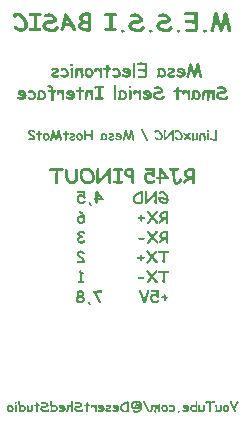
<source format=gbr>
%TF.GenerationSoftware,KiCad,Pcbnew,(7.0.0)*%
%TF.CreationDate,2024-01-19T13:27:31-08:00*%
%TF.ProjectId,M.E.S.S.I Basic,4d2e452e-532e-4532-9e49-204261736963,rev?*%
%TF.SameCoordinates,Original*%
%TF.FileFunction,Legend,Bot*%
%TF.FilePolarity,Positive*%
%FSLAX46Y46*%
G04 Gerber Fmt 4.6, Leading zero omitted, Abs format (unit mm)*
G04 Created by KiCad (PCBNEW (7.0.0)) date 2024-01-19 13:27:31*
%MOMM*%
%LPD*%
G01*
G04 APERTURE LIST*
%ADD10C,0.190000*%
%ADD11C,0.200000*%
%ADD12C,0.175000*%
%ADD13C,0.195000*%
G04 APERTURE END LIST*
D10*
G36*
X119117866Y-94119485D02*
G01*
X119121837Y-94127834D01*
X119126277Y-94137313D01*
X119131186Y-94147920D01*
X119136563Y-94159656D01*
X119142409Y-94172522D01*
X119148724Y-94186516D01*
X119155508Y-94201638D01*
X119159076Y-94209623D01*
X119162761Y-94217890D01*
X119166563Y-94226439D01*
X119170482Y-94235271D01*
X119174518Y-94244384D01*
X119178672Y-94253780D01*
X119182942Y-94263458D01*
X119187330Y-94273418D01*
X119191835Y-94283661D01*
X119196458Y-94294185D01*
X119201197Y-94304992D01*
X119206054Y-94316081D01*
X119211028Y-94327453D01*
X119216119Y-94339106D01*
X119221327Y-94351042D01*
X119226652Y-94363260D01*
X119232095Y-94375760D01*
X119237655Y-94388543D01*
X119242304Y-94399291D01*
X119246910Y-94409894D01*
X119251473Y-94420350D01*
X119255992Y-94430661D01*
X119260468Y-94440825D01*
X119264901Y-94450844D01*
X119269290Y-94460717D01*
X119273635Y-94470443D01*
X119277938Y-94480024D01*
X119282197Y-94489459D01*
X119286412Y-94498747D01*
X119290585Y-94507890D01*
X119294713Y-94516887D01*
X119298799Y-94525738D01*
X119302841Y-94534443D01*
X119306839Y-94543002D01*
X119310795Y-94551415D01*
X119314707Y-94559682D01*
X119318575Y-94567803D01*
X119322400Y-94575778D01*
X119326182Y-94583607D01*
X119329920Y-94591290D01*
X119333615Y-94598827D01*
X119340875Y-94613463D01*
X119347961Y-94627515D01*
X119354874Y-94640984D01*
X119361613Y-94653868D01*
X119364917Y-94660092D01*
X119370531Y-94670614D01*
X119375979Y-94680822D01*
X119381261Y-94690716D01*
X119386379Y-94700296D01*
X119391330Y-94709562D01*
X119396117Y-94718515D01*
X119400738Y-94727154D01*
X119405193Y-94735479D01*
X119409483Y-94743490D01*
X119413608Y-94751187D01*
X119417567Y-94758571D01*
X119424989Y-94772396D01*
X119431749Y-94784966D01*
X119437847Y-94796280D01*
X119443284Y-94806340D01*
X119448059Y-94815143D01*
X119452172Y-94822692D01*
X119457101Y-94831661D01*
X119461357Y-94839225D01*
X119462492Y-94841125D01*
X119469045Y-94850326D01*
X119475781Y-94858622D01*
X119482699Y-94866013D01*
X119489799Y-94872499D01*
X119497082Y-94878080D01*
X119504547Y-94882756D01*
X119512195Y-94886527D01*
X119520025Y-94889393D01*
X119530749Y-94891806D01*
X119541798Y-94892611D01*
X119551666Y-94892089D01*
X119561160Y-94890523D01*
X119570278Y-94887912D01*
X119579021Y-94884258D01*
X119587389Y-94879560D01*
X119595382Y-94873817D01*
X119598475Y-94871227D01*
X119604751Y-94865132D01*
X119610191Y-94858680D01*
X119615814Y-94850113D01*
X119620130Y-94840989D01*
X119623137Y-94831307D01*
X119624837Y-94821068D01*
X119625256Y-94812475D01*
X119623352Y-94802348D01*
X119619424Y-94790929D01*
X119615616Y-94781496D01*
X119610856Y-94770606D01*
X119605143Y-94758260D01*
X119598479Y-94744457D01*
X119594790Y-94737010D01*
X119590862Y-94729198D01*
X119586697Y-94721023D01*
X119582294Y-94712483D01*
X119577652Y-94703579D01*
X119572773Y-94694311D01*
X119567656Y-94684679D01*
X119562300Y-94674682D01*
X119556707Y-94664322D01*
X119550875Y-94653597D01*
X119544806Y-94642508D01*
X119538498Y-94631056D01*
X119531953Y-94619239D01*
X119525169Y-94607058D01*
X119518148Y-94594512D01*
X119510888Y-94581603D01*
X119503391Y-94568330D01*
X119509174Y-94559836D01*
X119515260Y-94550810D01*
X119521650Y-94541249D01*
X119528343Y-94531155D01*
X119535339Y-94520528D01*
X119542638Y-94509366D01*
X119550241Y-94497671D01*
X119558147Y-94485443D01*
X119566356Y-94472681D01*
X119574869Y-94459385D01*
X119583685Y-94445556D01*
X119588207Y-94438441D01*
X119592804Y-94431193D01*
X119597478Y-94423811D01*
X119602227Y-94416296D01*
X119607052Y-94408648D01*
X119611953Y-94400866D01*
X119616929Y-94392951D01*
X119621982Y-94384902D01*
X119627110Y-94376720D01*
X119632314Y-94368405D01*
X119640434Y-94355712D01*
X119649014Y-94342237D01*
X119653476Y-94335205D01*
X119658054Y-94327977D01*
X119662747Y-94320554D01*
X119667556Y-94312935D01*
X119672479Y-94305120D01*
X119677517Y-94297109D01*
X119682671Y-94288902D01*
X119687940Y-94280500D01*
X119693324Y-94271901D01*
X119698823Y-94263107D01*
X119704437Y-94254117D01*
X119710167Y-94244931D01*
X119716011Y-94235549D01*
X119721971Y-94225971D01*
X119728046Y-94216198D01*
X119734236Y-94206228D01*
X119740541Y-94196063D01*
X119746962Y-94185702D01*
X119753497Y-94175145D01*
X119760148Y-94164392D01*
X119766914Y-94153444D01*
X119773795Y-94142299D01*
X119780791Y-94130959D01*
X119787902Y-94119423D01*
X119795129Y-94107691D01*
X119802471Y-94095763D01*
X119809927Y-94083639D01*
X119817499Y-94071320D01*
X119821450Y-94063710D01*
X119824584Y-94055983D01*
X119827207Y-94046821D01*
X119828717Y-94037500D01*
X119829125Y-94029383D01*
X119828713Y-94020936D01*
X119827040Y-94010852D01*
X119824079Y-94001295D01*
X119819830Y-93992265D01*
X119814294Y-93983762D01*
X119808939Y-93977339D01*
X119802759Y-93971254D01*
X119794906Y-93964914D01*
X119786658Y-93959649D01*
X119778014Y-93955458D01*
X119768975Y-93952342D01*
X119759540Y-93950300D01*
X119749710Y-93949333D01*
X119745668Y-93949247D01*
X119736124Y-93949867D01*
X119726801Y-93951726D01*
X119717699Y-93954824D01*
X119708817Y-93959161D01*
X119700156Y-93964737D01*
X119691716Y-93971552D01*
X119685530Y-93977477D01*
X119679469Y-93984098D01*
X119675497Y-93988900D01*
X119631692Y-94060109D01*
X119626894Y-94068347D01*
X119622065Y-94076659D01*
X119615615Y-94087766D01*
X119610415Y-94096724D01*
X119604495Y-94106924D01*
X119597855Y-94118367D01*
X119590495Y-94131052D01*
X119582414Y-94144980D01*
X119578104Y-94152409D01*
X119573614Y-94160150D01*
X119568943Y-94168200D01*
X119564093Y-94176562D01*
X119559063Y-94185234D01*
X119553852Y-94194216D01*
X119548462Y-94203510D01*
X119542891Y-94213113D01*
X119537141Y-94223028D01*
X119531210Y-94233253D01*
X119523687Y-94246340D01*
X119516272Y-94259080D01*
X119508966Y-94271474D01*
X119501769Y-94283520D01*
X119494680Y-94295219D01*
X119487700Y-94306570D01*
X119480829Y-94317575D01*
X119474066Y-94328233D01*
X119467412Y-94338543D01*
X119460867Y-94348507D01*
X119454431Y-94358123D01*
X119448103Y-94367393D01*
X119441883Y-94376315D01*
X119435773Y-94384890D01*
X119429771Y-94393118D01*
X119423878Y-94400999D01*
X119418172Y-94389295D01*
X119412161Y-94376865D01*
X119405845Y-94363708D01*
X119399224Y-94349824D01*
X119392299Y-94335214D01*
X119388722Y-94327636D01*
X119385068Y-94319877D01*
X119381339Y-94311936D01*
X119377533Y-94303813D01*
X119373651Y-94295509D01*
X119369692Y-94287023D01*
X119365658Y-94278355D01*
X119361547Y-94269506D01*
X119357360Y-94260475D01*
X119353097Y-94251263D01*
X119348757Y-94241869D01*
X119344342Y-94232293D01*
X119339850Y-94222535D01*
X119335282Y-94212596D01*
X119330637Y-94202475D01*
X119325917Y-94192173D01*
X119321120Y-94181689D01*
X119316247Y-94171023D01*
X119311297Y-94160175D01*
X119306272Y-94149146D01*
X119301170Y-94137936D01*
X119295992Y-94126543D01*
X119292567Y-94118504D01*
X119288832Y-94109725D01*
X119284787Y-94100204D01*
X119280431Y-94089943D01*
X119275766Y-94078941D01*
X119272483Y-94071194D01*
X119269062Y-94063119D01*
X119265504Y-94054714D01*
X119261807Y-94045980D01*
X119257973Y-94036917D01*
X119254001Y-94027524D01*
X119249891Y-94017802D01*
X119245643Y-94007751D01*
X119243468Y-94002602D01*
X119239025Y-93993067D01*
X119234028Y-93984470D01*
X119228476Y-93976811D01*
X119222370Y-93970089D01*
X119215708Y-93964306D01*
X119208492Y-93959460D01*
X119200722Y-93955552D01*
X119192396Y-93952582D01*
X119183516Y-93950550D01*
X119174082Y-93949456D01*
X119167484Y-93949247D01*
X119157670Y-93949769D01*
X119148211Y-93951336D01*
X119139107Y-93953946D01*
X119130358Y-93957600D01*
X119121963Y-93962299D01*
X119113924Y-93968041D01*
X119110807Y-93970631D01*
X119104530Y-93976580D01*
X119099090Y-93982906D01*
X119093467Y-93991342D01*
X119089152Y-94000366D01*
X119086144Y-94009978D01*
X119084444Y-94020177D01*
X119084026Y-94028761D01*
X119085216Y-94038086D01*
X119087331Y-94046273D01*
X119090503Y-94056037D01*
X119093576Y-94064395D01*
X119097245Y-94073639D01*
X119101508Y-94083770D01*
X119106365Y-94094788D01*
X119109934Y-94102626D01*
X119113768Y-94110858D01*
X119117866Y-94119485D01*
G37*
G36*
X118734063Y-94241676D02*
G01*
X118743748Y-94242031D01*
X118753296Y-94242623D01*
X118762710Y-94243452D01*
X118771987Y-94244517D01*
X118781130Y-94245820D01*
X118790137Y-94247359D01*
X118799008Y-94249135D01*
X118807744Y-94251148D01*
X118816345Y-94253397D01*
X118824810Y-94255884D01*
X118833140Y-94258607D01*
X118841334Y-94261567D01*
X118849393Y-94264764D01*
X118857317Y-94268197D01*
X118865105Y-94271868D01*
X118872758Y-94275775D01*
X118880275Y-94279919D01*
X118887657Y-94284300D01*
X118894903Y-94288917D01*
X118902014Y-94293772D01*
X118908989Y-94298863D01*
X118915829Y-94304191D01*
X118922534Y-94309756D01*
X118929103Y-94315558D01*
X118935537Y-94321596D01*
X118941835Y-94327871D01*
X118947998Y-94334383D01*
X118954026Y-94341132D01*
X118959918Y-94348118D01*
X118965674Y-94355340D01*
X118971296Y-94362799D01*
X118980330Y-94375756D01*
X118988747Y-94388935D01*
X118996549Y-94402336D01*
X119003734Y-94415960D01*
X119010303Y-94429805D01*
X119016255Y-94443873D01*
X119021591Y-94458163D01*
X119026311Y-94472675D01*
X119030415Y-94487409D01*
X119033902Y-94502366D01*
X119036773Y-94517545D01*
X119039027Y-94532946D01*
X119040665Y-94548569D01*
X119041687Y-94564414D01*
X119042093Y-94580482D01*
X119041882Y-94596772D01*
X119041543Y-94605334D01*
X119041046Y-94613787D01*
X119039579Y-94630372D01*
X119037478Y-94646524D01*
X119034745Y-94662246D01*
X119031380Y-94677536D01*
X119027382Y-94692394D01*
X119022751Y-94706821D01*
X119017488Y-94720817D01*
X119011592Y-94734381D01*
X119005064Y-94747514D01*
X118997903Y-94760215D01*
X118990110Y-94772485D01*
X118981684Y-94784323D01*
X118972626Y-94795730D01*
X118962935Y-94806706D01*
X118952611Y-94817250D01*
X118942787Y-94826376D01*
X118932726Y-94834913D01*
X118922429Y-94842861D01*
X118911894Y-94850220D01*
X118901123Y-94856991D01*
X118890115Y-94863173D01*
X118878870Y-94868766D01*
X118867389Y-94873771D01*
X118855670Y-94878186D01*
X118843715Y-94882013D01*
X118831523Y-94885251D01*
X118819094Y-94887901D01*
X118806429Y-94889962D01*
X118793526Y-94891433D01*
X118780387Y-94892317D01*
X118767011Y-94892611D01*
X118758527Y-94892505D01*
X118750152Y-94892186D01*
X118733726Y-94890911D01*
X118717733Y-94888786D01*
X118702173Y-94885812D01*
X118687046Y-94881987D01*
X118672352Y-94877313D01*
X118658091Y-94871789D01*
X118644264Y-94865414D01*
X118630869Y-94858190D01*
X118617907Y-94850116D01*
X118605379Y-94841193D01*
X118593283Y-94831419D01*
X118581621Y-94820795D01*
X118570391Y-94809322D01*
X118559595Y-94796998D01*
X118554359Y-94790518D01*
X118549232Y-94783825D01*
X118540458Y-94771496D01*
X118532250Y-94758851D01*
X118524608Y-94745889D01*
X118517533Y-94732611D01*
X118511023Y-94719017D01*
X118505080Y-94705107D01*
X118499702Y-94690880D01*
X118494891Y-94676337D01*
X118490645Y-94661478D01*
X118486966Y-94646302D01*
X118483853Y-94630810D01*
X118481305Y-94615002D01*
X118479324Y-94598878D01*
X118477909Y-94582437D01*
X118477414Y-94574098D01*
X118477105Y-94566752D01*
X118632614Y-94566752D01*
X118632748Y-94577946D01*
X118633105Y-94589506D01*
X118633623Y-94598009D01*
X118634981Y-94610345D01*
X118637036Y-94622178D01*
X118639788Y-94633506D01*
X118643238Y-94644331D01*
X118647384Y-94654653D01*
X118652227Y-94664471D01*
X118657768Y-94673785D01*
X118664005Y-94682596D01*
X118670939Y-94690903D01*
X118678571Y-94698707D01*
X118683294Y-94702880D01*
X118690578Y-94708635D01*
X118698098Y-94713784D01*
X118705856Y-94718327D01*
X118713851Y-94722265D01*
X118722084Y-94725597D01*
X118730553Y-94728323D01*
X118739260Y-94730443D01*
X118748204Y-94731958D01*
X118757385Y-94732866D01*
X118766803Y-94733169D01*
X118777174Y-94732705D01*
X118787214Y-94731314D01*
X118796922Y-94728994D01*
X118806300Y-94725747D01*
X118815347Y-94721572D01*
X118824064Y-94716470D01*
X118832449Y-94710440D01*
X118840504Y-94703481D01*
X118842943Y-94701114D01*
X118849797Y-94693627D01*
X118855954Y-94685563D01*
X118861414Y-94676922D01*
X118866177Y-94667705D01*
X118870243Y-94657912D01*
X118873612Y-94647542D01*
X118876284Y-94636595D01*
X118878259Y-94625072D01*
X118879537Y-94612972D01*
X118880001Y-94604585D01*
X118880156Y-94595941D01*
X118880122Y-94591327D01*
X118879848Y-94582209D01*
X118879300Y-94573236D01*
X118878477Y-94564410D01*
X118877381Y-94555729D01*
X118876011Y-94547195D01*
X118874366Y-94538806D01*
X118872447Y-94530564D01*
X118870254Y-94522467D01*
X118866451Y-94510596D01*
X118862031Y-94499053D01*
X118856994Y-94487838D01*
X118851341Y-94476952D01*
X118845071Y-94466395D01*
X118839762Y-94458403D01*
X118834217Y-94450932D01*
X118828435Y-94443981D01*
X118822416Y-94437551D01*
X118816160Y-94431641D01*
X118809667Y-94426252D01*
X118799485Y-94419145D01*
X118788769Y-94413210D01*
X118777521Y-94408445D01*
X118765739Y-94404853D01*
X118757589Y-94403108D01*
X118749202Y-94401885D01*
X118740578Y-94401181D01*
X118731718Y-94400999D01*
X118718900Y-94401808D01*
X118706970Y-94404081D01*
X118695928Y-94407816D01*
X118685772Y-94413014D01*
X118676503Y-94419675D01*
X118668122Y-94427800D01*
X118660628Y-94437387D01*
X118654021Y-94448437D01*
X118648301Y-94460950D01*
X118643469Y-94474926D01*
X118639523Y-94490365D01*
X118637884Y-94498634D01*
X118636465Y-94507267D01*
X118635269Y-94516267D01*
X118634294Y-94525633D01*
X118633542Y-94535364D01*
X118633011Y-94545461D01*
X118632701Y-94555923D01*
X118632614Y-94566752D01*
X118477105Y-94566752D01*
X118477060Y-94565680D01*
X118476848Y-94557183D01*
X118476777Y-94548607D01*
X118477019Y-94532963D01*
X118477744Y-94517638D01*
X118478952Y-94502633D01*
X118480644Y-94487947D01*
X118482819Y-94473581D01*
X118485477Y-94459534D01*
X118488619Y-94445807D01*
X118492244Y-94432399D01*
X118496352Y-94419311D01*
X118500944Y-94406543D01*
X118506019Y-94394094D01*
X118511577Y-94381964D01*
X118517619Y-94370154D01*
X118524144Y-94358663D01*
X118531152Y-94347492D01*
X118538644Y-94336641D01*
X118547446Y-94325127D01*
X118556621Y-94314356D01*
X118566169Y-94304327D01*
X118576091Y-94295042D01*
X118586385Y-94286499D01*
X118597053Y-94278699D01*
X118608093Y-94271642D01*
X118619506Y-94265328D01*
X118631293Y-94259757D01*
X118643453Y-94254928D01*
X118655985Y-94250843D01*
X118668891Y-94247500D01*
X118682170Y-94244900D01*
X118695821Y-94243043D01*
X118709846Y-94241929D01*
X118724244Y-94241557D01*
X118734063Y-94241676D01*
G37*
G36*
X117870566Y-94516843D02*
G01*
X117870557Y-94527003D01*
X117870537Y-94535423D01*
X117870506Y-94544530D01*
X117870464Y-94554322D01*
X117870411Y-94564800D01*
X117870347Y-94575965D01*
X117870272Y-94587816D01*
X117870186Y-94600352D01*
X117870123Y-94609091D01*
X117870055Y-94618135D01*
X117869982Y-94627484D01*
X117869944Y-94632272D01*
X117869868Y-94641749D01*
X117869798Y-94650921D01*
X117869732Y-94659791D01*
X117869671Y-94668357D01*
X117869589Y-94680638D01*
X117869518Y-94692236D01*
X117869458Y-94703152D01*
X117869408Y-94713385D01*
X117869370Y-94722936D01*
X117869343Y-94731804D01*
X117869323Y-94742567D01*
X117869321Y-94747494D01*
X117869138Y-94756155D01*
X117868730Y-94764719D01*
X117868180Y-94773404D01*
X117867567Y-94781735D01*
X117867452Y-94783202D01*
X117866747Y-94791669D01*
X117866108Y-94800513D01*
X117865621Y-94809259D01*
X117865378Y-94818147D01*
X117865376Y-94818911D01*
X117865954Y-94828628D01*
X117867687Y-94837798D01*
X117870576Y-94846421D01*
X117874621Y-94854496D01*
X117879821Y-94862023D01*
X117886177Y-94869004D01*
X117889043Y-94871643D01*
X117896703Y-94877683D01*
X117904890Y-94882700D01*
X117913603Y-94886693D01*
X117922844Y-94889662D01*
X117932612Y-94891608D01*
X117942907Y-94892529D01*
X117947173Y-94892611D01*
X117956013Y-94892253D01*
X117964393Y-94891180D01*
X117974851Y-94888637D01*
X117984492Y-94884822D01*
X117993315Y-94879736D01*
X118001321Y-94873378D01*
X118008509Y-94865749D01*
X118014880Y-94856847D01*
X118017759Y-94851920D01*
X118027122Y-94855239D01*
X118036525Y-94858343D01*
X118045969Y-94861233D01*
X118055453Y-94863909D01*
X118064978Y-94866371D01*
X118074543Y-94868619D01*
X118084149Y-94870653D01*
X118093795Y-94872473D01*
X118103482Y-94874079D01*
X118113210Y-94875470D01*
X118122978Y-94876648D01*
X118132786Y-94877611D01*
X118142635Y-94878361D01*
X118152525Y-94878896D01*
X118162455Y-94879217D01*
X118172426Y-94879324D01*
X118182703Y-94879190D01*
X118192775Y-94878789D01*
X118202640Y-94878120D01*
X118212299Y-94877183D01*
X118221753Y-94875979D01*
X118231000Y-94874507D01*
X118240042Y-94872767D01*
X118248877Y-94870760D01*
X118257507Y-94868486D01*
X118265930Y-94865943D01*
X118274148Y-94863133D01*
X118282159Y-94860056D01*
X118289965Y-94856710D01*
X118297564Y-94853098D01*
X118304958Y-94849217D01*
X118312145Y-94845069D01*
X118319886Y-94840023D01*
X118327226Y-94834695D01*
X118334165Y-94829085D01*
X118340704Y-94823193D01*
X118346842Y-94817018D01*
X118352580Y-94810561D01*
X118357917Y-94803822D01*
X118362853Y-94796801D01*
X118367389Y-94789497D01*
X118371524Y-94781911D01*
X118375258Y-94774043D01*
X118378592Y-94765893D01*
X118381525Y-94757461D01*
X118384058Y-94748746D01*
X118386190Y-94739749D01*
X118387922Y-94730470D01*
X118389327Y-94721586D01*
X118390687Y-94712761D01*
X118392003Y-94703994D01*
X118393274Y-94695288D01*
X118394500Y-94686640D01*
X118395682Y-94678051D01*
X118396820Y-94669522D01*
X118397913Y-94661052D01*
X118398961Y-94652641D01*
X118399964Y-94644289D01*
X118400923Y-94635997D01*
X118402707Y-94619589D01*
X118404313Y-94603419D01*
X118405740Y-94587485D01*
X118406989Y-94571788D01*
X118408060Y-94556328D01*
X118408952Y-94541104D01*
X118409665Y-94526118D01*
X118410201Y-94511368D01*
X118410558Y-94496855D01*
X118410736Y-94482579D01*
X118410758Y-94475530D01*
X118410690Y-94466158D01*
X118410486Y-94456624D01*
X118410145Y-94446929D01*
X118409668Y-94437071D01*
X118409055Y-94427050D01*
X118408306Y-94416868D01*
X118407420Y-94406523D01*
X118406399Y-94396016D01*
X118405240Y-94385347D01*
X118403946Y-94374516D01*
X118402516Y-94363523D01*
X118400949Y-94352367D01*
X118399246Y-94341049D01*
X118397407Y-94329569D01*
X118395431Y-94317927D01*
X118393319Y-94306123D01*
X118390650Y-94294584D01*
X118387004Y-94284181D01*
X118382379Y-94274912D01*
X118376776Y-94266778D01*
X118370195Y-94259779D01*
X118362636Y-94253915D01*
X118354099Y-94249187D01*
X118344584Y-94245593D01*
X118334091Y-94243134D01*
X118322620Y-94241809D01*
X118314429Y-94241557D01*
X118306125Y-94241878D01*
X118296182Y-94243183D01*
X118286726Y-94245491D01*
X118277757Y-94248803D01*
X118269274Y-94253118D01*
X118261278Y-94258437D01*
X118256714Y-94262110D01*
X118249776Y-94268737D01*
X118244015Y-94275901D01*
X118239429Y-94283602D01*
X118236019Y-94291840D01*
X118233784Y-94300616D01*
X118232726Y-94309929D01*
X118232632Y-94313804D01*
X118232840Y-94322209D01*
X118233463Y-94331982D01*
X118234261Y-94340786D01*
X118235325Y-94350465D01*
X118236655Y-94361021D01*
X118237827Y-94369512D01*
X118239149Y-94378496D01*
X118240620Y-94387973D01*
X118241144Y-94391241D01*
X118242665Y-94400869D01*
X118244036Y-94410055D01*
X118245258Y-94418799D01*
X118246331Y-94427102D01*
X118247528Y-94437486D01*
X118248459Y-94447084D01*
X118249124Y-94455898D01*
X118249581Y-94465811D01*
X118249656Y-94471170D01*
X118249634Y-94480979D01*
X118249568Y-94490633D01*
X118249459Y-94500131D01*
X118249305Y-94509473D01*
X118249108Y-94518660D01*
X118248867Y-94527691D01*
X118248583Y-94536566D01*
X118248254Y-94545285D01*
X118247882Y-94553849D01*
X118247466Y-94562257D01*
X118246760Y-94574577D01*
X118245955Y-94586547D01*
X118245052Y-94598167D01*
X118244050Y-94609436D01*
X118242952Y-94620312D01*
X118241759Y-94630831D01*
X118240470Y-94640992D01*
X118239087Y-94650795D01*
X118237609Y-94660241D01*
X118236036Y-94669329D01*
X118234369Y-94678059D01*
X118232606Y-94686432D01*
X118230108Y-94697039D01*
X118227442Y-94707011D01*
X118219333Y-94710284D01*
X118211356Y-94713098D01*
X118202646Y-94715685D01*
X118199207Y-94716561D01*
X118190635Y-94718312D01*
X118182307Y-94719415D01*
X118173426Y-94719879D01*
X118172634Y-94719882D01*
X118160338Y-94719724D01*
X118152018Y-94719441D01*
X118143599Y-94719018D01*
X118135080Y-94718454D01*
X118126463Y-94717748D01*
X118117747Y-94716901D01*
X118108932Y-94715914D01*
X118100017Y-94714785D01*
X118091004Y-94713515D01*
X118081892Y-94712104D01*
X118072682Y-94710552D01*
X118063372Y-94708858D01*
X118053963Y-94707024D01*
X118044455Y-94705048D01*
X118034848Y-94702932D01*
X118030008Y-94701821D01*
X118030018Y-94690788D01*
X118030038Y-94682271D01*
X118030069Y-94673546D01*
X118030111Y-94664613D01*
X118030164Y-94655472D01*
X118030228Y-94646124D01*
X118030302Y-94636567D01*
X118030388Y-94626802D01*
X118030485Y-94616829D01*
X118030593Y-94606647D01*
X118030631Y-94603208D01*
X118030853Y-94591156D01*
X118031054Y-94579757D01*
X118031233Y-94569012D01*
X118031390Y-94558919D01*
X118031525Y-94549480D01*
X118031638Y-94540695D01*
X118031755Y-94529996D01*
X118031833Y-94520459D01*
X118031872Y-94512084D01*
X118031877Y-94508331D01*
X118031833Y-94494000D01*
X118031701Y-94479915D01*
X118031482Y-94466077D01*
X118031176Y-94452485D01*
X118030782Y-94439140D01*
X118030300Y-94426041D01*
X118029731Y-94413189D01*
X118029074Y-94400584D01*
X118028329Y-94388225D01*
X118027497Y-94376112D01*
X118026578Y-94364246D01*
X118025570Y-94352627D01*
X118024476Y-94341254D01*
X118023293Y-94330127D01*
X118022023Y-94319247D01*
X118020666Y-94308614D01*
X118018487Y-94296630D01*
X118015221Y-94285825D01*
X118010867Y-94276199D01*
X118005426Y-94267751D01*
X117998898Y-94260482D01*
X117991281Y-94254392D01*
X117982578Y-94249481D01*
X117972787Y-94245748D01*
X117961908Y-94243194D01*
X117949942Y-94241819D01*
X117941360Y-94241557D01*
X117932900Y-94241888D01*
X117922763Y-94243232D01*
X117913113Y-94245610D01*
X117903949Y-94249023D01*
X117895271Y-94253469D01*
X117887081Y-94258949D01*
X117882400Y-94262733D01*
X117875328Y-94269614D01*
X117869554Y-94277022D01*
X117865078Y-94284957D01*
X117861899Y-94293420D01*
X117860017Y-94302409D01*
X117859433Y-94311926D01*
X117859563Y-94315880D01*
X117860240Y-94329250D01*
X117860896Y-94342162D01*
X117861530Y-94354617D01*
X117862142Y-94366614D01*
X117862733Y-94378154D01*
X117863303Y-94389237D01*
X117863851Y-94399862D01*
X117864377Y-94410030D01*
X117864882Y-94419740D01*
X117865366Y-94428993D01*
X117865828Y-94437789D01*
X117866268Y-94446127D01*
X117867085Y-94461432D01*
X117867816Y-94474907D01*
X117868460Y-94486552D01*
X117869019Y-94496368D01*
X117869696Y-94507662D01*
X117870298Y-94516316D01*
X117870566Y-94516843D01*
G37*
G36*
X117066299Y-94148550D02*
G01*
X117075271Y-94148487D01*
X117085137Y-94148301D01*
X117095897Y-94147991D01*
X117107551Y-94147557D01*
X117120099Y-94146999D01*
X117128962Y-94146557D01*
X117138221Y-94146061D01*
X117147878Y-94145510D01*
X117157932Y-94144903D01*
X117168384Y-94144241D01*
X117179233Y-94143524D01*
X117190480Y-94142752D01*
X117202123Y-94141925D01*
X117208094Y-94141491D01*
X117219548Y-94140664D01*
X117230658Y-94139895D01*
X117241425Y-94139185D01*
X117251847Y-94138533D01*
X117261926Y-94137939D01*
X117271661Y-94137404D01*
X117281052Y-94136927D01*
X117290099Y-94136508D01*
X117298802Y-94136148D01*
X117307161Y-94135847D01*
X117319056Y-94135504D01*
X117330177Y-94135292D01*
X117340524Y-94135212D01*
X117350097Y-94135263D01*
X117349768Y-94144325D01*
X117349351Y-94154230D01*
X117348847Y-94164976D01*
X117348255Y-94176563D01*
X117347575Y-94188993D01*
X117346808Y-94202264D01*
X117345953Y-94216378D01*
X117345011Y-94231333D01*
X117343981Y-94247129D01*
X117342863Y-94263768D01*
X117342272Y-94272403D01*
X117341658Y-94281248D01*
X117341023Y-94290304D01*
X117340365Y-94299570D01*
X117339686Y-94309047D01*
X117338985Y-94318734D01*
X117338262Y-94328632D01*
X117337517Y-94338740D01*
X117336751Y-94349058D01*
X117335962Y-94359587D01*
X117335151Y-94370327D01*
X117334319Y-94381276D01*
X117333565Y-94390983D01*
X117332836Y-94400562D01*
X117332130Y-94410013D01*
X117331448Y-94419336D01*
X117330790Y-94428532D01*
X117330156Y-94437600D01*
X117329546Y-94446540D01*
X117328960Y-94455353D01*
X117328398Y-94464038D01*
X117327860Y-94472595D01*
X117327345Y-94481024D01*
X117326855Y-94489326D01*
X117325946Y-94505546D01*
X117325132Y-94521255D01*
X117324415Y-94536453D01*
X117323793Y-94551141D01*
X117323266Y-94565317D01*
X117322836Y-94578983D01*
X117322501Y-94592137D01*
X117322262Y-94604781D01*
X117322118Y-94616914D01*
X117322070Y-94628536D01*
X117321924Y-94636951D01*
X117321486Y-94646782D01*
X117320898Y-94656057D01*
X117320108Y-94666314D01*
X117319329Y-94675228D01*
X117318421Y-94684772D01*
X117317918Y-94689779D01*
X117316945Y-94699589D01*
X117316101Y-94708775D01*
X117315388Y-94717339D01*
X117314678Y-94727168D01*
X117314171Y-94736024D01*
X117313831Y-94745366D01*
X117313766Y-94750816D01*
X117313930Y-94759260D01*
X117314660Y-94770270D01*
X117315974Y-94780994D01*
X117317871Y-94791433D01*
X117320353Y-94801586D01*
X117323418Y-94811454D01*
X117327068Y-94821036D01*
X117331301Y-94830333D01*
X117332450Y-94832613D01*
X117337108Y-94840961D01*
X117342126Y-94848487D01*
X117347506Y-94855193D01*
X117355241Y-94862857D01*
X117363618Y-94869060D01*
X117372638Y-94873805D01*
X117382299Y-94877089D01*
X117392603Y-94878914D01*
X117400753Y-94879324D01*
X117410626Y-94878807D01*
X117420135Y-94877256D01*
X117429279Y-94874671D01*
X117438057Y-94871052D01*
X117446471Y-94866399D01*
X117454520Y-94860713D01*
X117457637Y-94858148D01*
X117464060Y-94851995D01*
X117469626Y-94845471D01*
X117474337Y-94838578D01*
X117479020Y-94829442D01*
X117482365Y-94819727D01*
X117484078Y-94811540D01*
X117484934Y-94802983D01*
X117485041Y-94798565D01*
X117484562Y-94790210D01*
X117483540Y-94781825D01*
X117482135Y-94772822D01*
X117480772Y-94764622D01*
X117479617Y-94755831D01*
X117479033Y-94747423D01*
X117479021Y-94746248D01*
X117479117Y-94736796D01*
X117479333Y-94728233D01*
X117479672Y-94718783D01*
X117480134Y-94708443D01*
X117480561Y-94700105D01*
X117481058Y-94691267D01*
X117481625Y-94681929D01*
X117482260Y-94672091D01*
X117482965Y-94661753D01*
X117483633Y-94651374D01*
X117484235Y-94641492D01*
X117484772Y-94632105D01*
X117485242Y-94623216D01*
X117485647Y-94614822D01*
X117486085Y-94604403D01*
X117486406Y-94594866D01*
X117486611Y-94586211D01*
X117486702Y-94576634D01*
X117486750Y-94566211D01*
X117486893Y-94555338D01*
X117487133Y-94544016D01*
X117487468Y-94532245D01*
X117487898Y-94520025D01*
X117488425Y-94507355D01*
X117489047Y-94494236D01*
X117489764Y-94480668D01*
X117490578Y-94466650D01*
X117491487Y-94452184D01*
X117492492Y-94437268D01*
X117493592Y-94421902D01*
X117494788Y-94406088D01*
X117496080Y-94389824D01*
X117496762Y-94381523D01*
X117497468Y-94373111D01*
X117498197Y-94364586D01*
X117498951Y-94355948D01*
X117499822Y-94346054D01*
X117500669Y-94336353D01*
X117501494Y-94326846D01*
X117502295Y-94317531D01*
X117503074Y-94308411D01*
X117503829Y-94299483D01*
X117504561Y-94290750D01*
X117505270Y-94282209D01*
X117505956Y-94273862D01*
X117507258Y-94257748D01*
X117508468Y-94242408D01*
X117509586Y-94227842D01*
X117510611Y-94214049D01*
X117511543Y-94201030D01*
X117512383Y-94188784D01*
X117513131Y-94177312D01*
X117513786Y-94166614D01*
X117514349Y-94156689D01*
X117514820Y-94147538D01*
X117515197Y-94139161D01*
X117515352Y-94135263D01*
X117545662Y-94135263D01*
X117561724Y-94135211D01*
X117577368Y-94135055D01*
X117592593Y-94134796D01*
X117607399Y-94134432D01*
X117621787Y-94133965D01*
X117635757Y-94133394D01*
X117649308Y-94132720D01*
X117662441Y-94131941D01*
X117675155Y-94131059D01*
X117687451Y-94130073D01*
X117699328Y-94128983D01*
X117710787Y-94127789D01*
X117721828Y-94126491D01*
X117732450Y-94125090D01*
X117742653Y-94123585D01*
X117752438Y-94121976D01*
X117764014Y-94118536D01*
X117774451Y-94114290D01*
X117783750Y-94109238D01*
X117791909Y-94103379D01*
X117798931Y-94096713D01*
X117804813Y-94089241D01*
X117809558Y-94080963D01*
X117813163Y-94071878D01*
X117815630Y-94061986D01*
X117816958Y-94051288D01*
X117817211Y-94043708D01*
X117816700Y-94034323D01*
X117815164Y-94025243D01*
X117812604Y-94016466D01*
X117809021Y-94007993D01*
X117804413Y-93999825D01*
X117798782Y-93991961D01*
X117796243Y-93988900D01*
X117789879Y-93982085D01*
X117783034Y-93976275D01*
X117775710Y-93971471D01*
X117767905Y-93967672D01*
X117759620Y-93964879D01*
X117750855Y-93963092D01*
X117741610Y-93962310D01*
X117731885Y-93962534D01*
X117722424Y-93963179D01*
X117714081Y-93963893D01*
X117704109Y-93964833D01*
X117695562Y-93965688D01*
X117686098Y-93966670D01*
X117675719Y-93967780D01*
X117664424Y-93969018D01*
X117652212Y-93970383D01*
X117643563Y-93971365D01*
X117639085Y-93971876D01*
X117628457Y-93972990D01*
X117618216Y-93973993D01*
X117608361Y-93974887D01*
X117598894Y-93975672D01*
X117589813Y-93976347D01*
X117581119Y-93976913D01*
X117572812Y-93977369D01*
X117562338Y-93977807D01*
X117552551Y-93978050D01*
X117545662Y-93978105D01*
X117536187Y-93978088D01*
X117525615Y-93978040D01*
X117516967Y-93977982D01*
X117507702Y-93977906D01*
X117497820Y-93977812D01*
X117487322Y-93977699D01*
X117476206Y-93977568D01*
X117464474Y-93977419D01*
X117452126Y-93977252D01*
X117443551Y-93977130D01*
X117439160Y-93977067D01*
X117430423Y-93976916D01*
X117421961Y-93976775D01*
X117409786Y-93976581D01*
X117398231Y-93976410D01*
X117387296Y-93976260D01*
X117376982Y-93976132D01*
X117367288Y-93976027D01*
X117358215Y-93975943D01*
X117349762Y-93975881D01*
X117339456Y-93975832D01*
X117332450Y-93975821D01*
X117323767Y-93975821D01*
X117314299Y-93975821D01*
X117304046Y-93975821D01*
X117293009Y-93975821D01*
X117281187Y-93975821D01*
X117272869Y-93975821D01*
X117264203Y-93975821D01*
X117255189Y-93975821D01*
X117245825Y-93975821D01*
X117236113Y-93975821D01*
X117226052Y-93975821D01*
X117215643Y-93975821D01*
X117204885Y-93975821D01*
X117199375Y-93975821D01*
X117188442Y-93975821D01*
X117177858Y-93975821D01*
X117167623Y-93975821D01*
X117157737Y-93975821D01*
X117148199Y-93975821D01*
X117139010Y-93975821D01*
X117130170Y-93975821D01*
X117121678Y-93975821D01*
X117109595Y-93975821D01*
X117098296Y-93975821D01*
X117087781Y-93975821D01*
X117078052Y-93975821D01*
X117069106Y-93975821D01*
X117066299Y-93975821D01*
X117057706Y-93976210D01*
X117049470Y-93977378D01*
X117039677Y-93979933D01*
X117030441Y-93983704D01*
X117021762Y-93988691D01*
X117013642Y-93994895D01*
X117007546Y-94000734D01*
X117001999Y-94007092D01*
X116996106Y-94015550D01*
X116991368Y-94024576D01*
X116987785Y-94034170D01*
X116985751Y-94042253D01*
X116984457Y-94050700D01*
X116983902Y-94059511D01*
X116983879Y-94061770D01*
X116984249Y-94070681D01*
X116985359Y-94079248D01*
X116987208Y-94087471D01*
X116990559Y-94097266D01*
X116995066Y-94106525D01*
X116999503Y-94113544D01*
X117004681Y-94120220D01*
X117007546Y-94123429D01*
X117013642Y-94129317D01*
X117021762Y-94135572D01*
X117030441Y-94140601D01*
X117039677Y-94144404D01*
X117049470Y-94146979D01*
X117057706Y-94148157D01*
X117066299Y-94148550D01*
G37*
G36*
X116423965Y-94516843D02*
G01*
X116423955Y-94527003D01*
X116423935Y-94535423D01*
X116423904Y-94544530D01*
X116423862Y-94554322D01*
X116423809Y-94564800D01*
X116423745Y-94575965D01*
X116423670Y-94587816D01*
X116423585Y-94600352D01*
X116423521Y-94609091D01*
X116423453Y-94618135D01*
X116423380Y-94627484D01*
X116423342Y-94632272D01*
X116423267Y-94641749D01*
X116423196Y-94650921D01*
X116423130Y-94659791D01*
X116423069Y-94668357D01*
X116422987Y-94680638D01*
X116422916Y-94692236D01*
X116422856Y-94703152D01*
X116422807Y-94713385D01*
X116422768Y-94722936D01*
X116422741Y-94731804D01*
X116422722Y-94742567D01*
X116422719Y-94747494D01*
X116422537Y-94756155D01*
X116422128Y-94764719D01*
X116421579Y-94773404D01*
X116420966Y-94781735D01*
X116420851Y-94783202D01*
X116420145Y-94791669D01*
X116419507Y-94800513D01*
X116419020Y-94809259D01*
X116418777Y-94818147D01*
X116418775Y-94818911D01*
X116419352Y-94828628D01*
X116421086Y-94837798D01*
X116423975Y-94846421D01*
X116428020Y-94854496D01*
X116433220Y-94862023D01*
X116439576Y-94869004D01*
X116442442Y-94871643D01*
X116450101Y-94877683D01*
X116458288Y-94882700D01*
X116467002Y-94886693D01*
X116476243Y-94889662D01*
X116486011Y-94891608D01*
X116496306Y-94892529D01*
X116500572Y-94892611D01*
X116509411Y-94892253D01*
X116517792Y-94891180D01*
X116528250Y-94888637D01*
X116537890Y-94884822D01*
X116546714Y-94879736D01*
X116554720Y-94873378D01*
X116561908Y-94865749D01*
X116568279Y-94856847D01*
X116571158Y-94851920D01*
X116580520Y-94855239D01*
X116589923Y-94858343D01*
X116599367Y-94861233D01*
X116608851Y-94863909D01*
X116618376Y-94866371D01*
X116627941Y-94868619D01*
X116637547Y-94870653D01*
X116647194Y-94872473D01*
X116656881Y-94874079D01*
X116666608Y-94875470D01*
X116676376Y-94876648D01*
X116686185Y-94877611D01*
X116696034Y-94878361D01*
X116705924Y-94878896D01*
X116715854Y-94879217D01*
X116725825Y-94879324D01*
X116736102Y-94879190D01*
X116746173Y-94878789D01*
X116756039Y-94878120D01*
X116765698Y-94877183D01*
X116775151Y-94875979D01*
X116784399Y-94874507D01*
X116793440Y-94872767D01*
X116802276Y-94870760D01*
X116810905Y-94868486D01*
X116819329Y-94865943D01*
X116827546Y-94863133D01*
X116835557Y-94860056D01*
X116843363Y-94856710D01*
X116850963Y-94853098D01*
X116858356Y-94849217D01*
X116865544Y-94845069D01*
X116873284Y-94840023D01*
X116880624Y-94834695D01*
X116887564Y-94829085D01*
X116894103Y-94823193D01*
X116900241Y-94817018D01*
X116905978Y-94810561D01*
X116911315Y-94803822D01*
X116916252Y-94796801D01*
X116920787Y-94789497D01*
X116924922Y-94781911D01*
X116928657Y-94774043D01*
X116931991Y-94765893D01*
X116934924Y-94757461D01*
X116937457Y-94748746D01*
X116939589Y-94739749D01*
X116941320Y-94730470D01*
X116942725Y-94721586D01*
X116944085Y-94712761D01*
X116945401Y-94703994D01*
X116946672Y-94695288D01*
X116947899Y-94686640D01*
X116949081Y-94678051D01*
X116950218Y-94669522D01*
X116951311Y-94661052D01*
X116952359Y-94652641D01*
X116953363Y-94644289D01*
X116954322Y-94635997D01*
X116956106Y-94619589D01*
X116957712Y-94603419D01*
X116959139Y-94587485D01*
X116960388Y-94571788D01*
X116961458Y-94556328D01*
X116962350Y-94541104D01*
X116963064Y-94526118D01*
X116963599Y-94511368D01*
X116963956Y-94496855D01*
X116964134Y-94482579D01*
X116964157Y-94475530D01*
X116964089Y-94466158D01*
X116963884Y-94456624D01*
X116963544Y-94446929D01*
X116963067Y-94437071D01*
X116962454Y-94427050D01*
X116961704Y-94416868D01*
X116960819Y-94406523D01*
X116959797Y-94396016D01*
X116958639Y-94385347D01*
X116957345Y-94374516D01*
X116955914Y-94363523D01*
X116954347Y-94352367D01*
X116952644Y-94341049D01*
X116950805Y-94329569D01*
X116948830Y-94317927D01*
X116946718Y-94306123D01*
X116944049Y-94294584D01*
X116940402Y-94284181D01*
X116935777Y-94274912D01*
X116930174Y-94266778D01*
X116923593Y-94259779D01*
X116916034Y-94253915D01*
X116907497Y-94249187D01*
X116897982Y-94245593D01*
X116887489Y-94243134D01*
X116876018Y-94241809D01*
X116867827Y-94241557D01*
X116859523Y-94241878D01*
X116849581Y-94243183D01*
X116840125Y-94245491D01*
X116831156Y-94248803D01*
X116822673Y-94253118D01*
X116814677Y-94258437D01*
X116810113Y-94262110D01*
X116803175Y-94268737D01*
X116797413Y-94275901D01*
X116792827Y-94283602D01*
X116789417Y-94291840D01*
X116787183Y-94300616D01*
X116786124Y-94309929D01*
X116786030Y-94313804D01*
X116786238Y-94322209D01*
X116786862Y-94331982D01*
X116787660Y-94340786D01*
X116788724Y-94350465D01*
X116790054Y-94361021D01*
X116791226Y-94369512D01*
X116792547Y-94378496D01*
X116794019Y-94387973D01*
X116794542Y-94391241D01*
X116796063Y-94400869D01*
X116797435Y-94410055D01*
X116798657Y-94418799D01*
X116799729Y-94427102D01*
X116800926Y-94437486D01*
X116801857Y-94447084D01*
X116802522Y-94455898D01*
X116802979Y-94465811D01*
X116803054Y-94471170D01*
X116803032Y-94480979D01*
X116802967Y-94490633D01*
X116802857Y-94500131D01*
X116802704Y-94509473D01*
X116802507Y-94518660D01*
X116802266Y-94527691D01*
X116801981Y-94536566D01*
X116801653Y-94545285D01*
X116801281Y-94553849D01*
X116800865Y-94562257D01*
X116800158Y-94574577D01*
X116799354Y-94586547D01*
X116798450Y-94598167D01*
X116797449Y-94609436D01*
X116796350Y-94620312D01*
X116795157Y-94630831D01*
X116793869Y-94640992D01*
X116792486Y-94650795D01*
X116791008Y-94660241D01*
X116789435Y-94669329D01*
X116787767Y-94678059D01*
X116786004Y-94686432D01*
X116783507Y-94697039D01*
X116780840Y-94707011D01*
X116772731Y-94710284D01*
X116764754Y-94713098D01*
X116756044Y-94715685D01*
X116752606Y-94716561D01*
X116744034Y-94718312D01*
X116735705Y-94719415D01*
X116726825Y-94719879D01*
X116726032Y-94719882D01*
X116713737Y-94719724D01*
X116705416Y-94719441D01*
X116696997Y-94719018D01*
X116688479Y-94718454D01*
X116679861Y-94717748D01*
X116671145Y-94716901D01*
X116662330Y-94715914D01*
X116653416Y-94714785D01*
X116644403Y-94713515D01*
X116635291Y-94712104D01*
X116626080Y-94710552D01*
X116616770Y-94708858D01*
X116607361Y-94707024D01*
X116597854Y-94705048D01*
X116588247Y-94702932D01*
X116583407Y-94701821D01*
X116583416Y-94690788D01*
X116583436Y-94682271D01*
X116583467Y-94673546D01*
X116583509Y-94664613D01*
X116583562Y-94655472D01*
X116583626Y-94646124D01*
X116583701Y-94636567D01*
X116583787Y-94626802D01*
X116583883Y-94616829D01*
X116583991Y-94606647D01*
X116584029Y-94603208D01*
X116584252Y-94591156D01*
X116584453Y-94579757D01*
X116584631Y-94569012D01*
X116584788Y-94558919D01*
X116584923Y-94549480D01*
X116585037Y-94540695D01*
X116585153Y-94529996D01*
X116585231Y-94520459D01*
X116585270Y-94512084D01*
X116585275Y-94508331D01*
X116585231Y-94494000D01*
X116585100Y-94479915D01*
X116584881Y-94466077D01*
X116584574Y-94452485D01*
X116584180Y-94439140D01*
X116583698Y-94426041D01*
X116583129Y-94413189D01*
X116582472Y-94400584D01*
X116581728Y-94388225D01*
X116580896Y-94376112D01*
X116579976Y-94364246D01*
X116578969Y-94352627D01*
X116577874Y-94341254D01*
X116576692Y-94330127D01*
X116575422Y-94319247D01*
X116574064Y-94308614D01*
X116571886Y-94296630D01*
X116568619Y-94285825D01*
X116564266Y-94276199D01*
X116558825Y-94267751D01*
X116552296Y-94260482D01*
X116544680Y-94254392D01*
X116535976Y-94249481D01*
X116526185Y-94245748D01*
X116515306Y-94243194D01*
X116503340Y-94241819D01*
X116494759Y-94241557D01*
X116486299Y-94241888D01*
X116476162Y-94243232D01*
X116466511Y-94245610D01*
X116457347Y-94249023D01*
X116448670Y-94253469D01*
X116440479Y-94258949D01*
X116435798Y-94262733D01*
X116428727Y-94269614D01*
X116422953Y-94277022D01*
X116418476Y-94284957D01*
X116415297Y-94293420D01*
X116413416Y-94302409D01*
X116412832Y-94311926D01*
X116412962Y-94315880D01*
X116413639Y-94329250D01*
X116414294Y-94342162D01*
X116414928Y-94354617D01*
X116415541Y-94366614D01*
X116416132Y-94378154D01*
X116416701Y-94389237D01*
X116417249Y-94399862D01*
X116417776Y-94410030D01*
X116418281Y-94419740D01*
X116418764Y-94428993D01*
X116419226Y-94437789D01*
X116419667Y-94446127D01*
X116420483Y-94461432D01*
X116421214Y-94474907D01*
X116421859Y-94486552D01*
X116422417Y-94496368D01*
X116423094Y-94507662D01*
X116423696Y-94516316D01*
X116423965Y-94516843D01*
G37*
G36*
X116240364Y-93922837D02*
G01*
X116250543Y-93924141D01*
X116260106Y-93926749D01*
X116269052Y-93930661D01*
X116277382Y-93935877D01*
X116285096Y-93942397D01*
X116292194Y-93950221D01*
X116297113Y-93956945D01*
X116301685Y-93964403D01*
X116306064Y-93972798D01*
X116309859Y-93981478D01*
X116313071Y-93990444D01*
X116315698Y-93999696D01*
X116317742Y-94009233D01*
X116319201Y-94019055D01*
X116320077Y-94029163D01*
X116320369Y-94039556D01*
X116320369Y-94705558D01*
X116320486Y-94713550D01*
X116320780Y-94722077D01*
X116321174Y-94730524D01*
X116321699Y-94740022D01*
X116322238Y-94748740D01*
X116322627Y-94755772D01*
X116323113Y-94765446D01*
X116323483Y-94774068D01*
X116323767Y-94782798D01*
X116323899Y-94791922D01*
X116323811Y-94795851D01*
X116322826Y-94805312D01*
X116320745Y-94814256D01*
X116317571Y-94822683D01*
X116313301Y-94830593D01*
X116307936Y-94837986D01*
X116301477Y-94844861D01*
X116298613Y-94847426D01*
X116291150Y-94853113D01*
X116283250Y-94857765D01*
X116274914Y-94861384D01*
X116266143Y-94863969D01*
X116256935Y-94865520D01*
X116247292Y-94866037D01*
X116243462Y-94865953D01*
X116234205Y-94865004D01*
X116225405Y-94863001D01*
X116217062Y-94859944D01*
X116209174Y-94855832D01*
X116201743Y-94850666D01*
X116194767Y-94844446D01*
X116185548Y-94848670D01*
X116176264Y-94852621D01*
X116166916Y-94856299D01*
X116157502Y-94859705D01*
X116148023Y-94862839D01*
X116138480Y-94865700D01*
X116128872Y-94868289D01*
X116119199Y-94870605D01*
X116109461Y-94872648D01*
X116099658Y-94874419D01*
X116089790Y-94875918D01*
X116079857Y-94877144D01*
X116069860Y-94878098D01*
X116059797Y-94878779D01*
X116049670Y-94879188D01*
X116039478Y-94879324D01*
X116030918Y-94879232D01*
X116022445Y-94878956D01*
X116014058Y-94878496D01*
X116005758Y-94877851D01*
X115989416Y-94876011D01*
X115973420Y-94873433D01*
X115957769Y-94870120D01*
X115942464Y-94866070D01*
X115927504Y-94861283D01*
X115912890Y-94855761D01*
X115898621Y-94849502D01*
X115884697Y-94842506D01*
X115871119Y-94834775D01*
X115857887Y-94826307D01*
X115845000Y-94817102D01*
X115832458Y-94807161D01*
X115820262Y-94796484D01*
X115808412Y-94785071D01*
X115797300Y-94773416D01*
X115786905Y-94761446D01*
X115777227Y-94749159D01*
X115768266Y-94736556D01*
X115760022Y-94723636D01*
X115752494Y-94710401D01*
X115745684Y-94696849D01*
X115739590Y-94682980D01*
X115734214Y-94668796D01*
X115729554Y-94654295D01*
X115725611Y-94639478D01*
X115722385Y-94624345D01*
X115719876Y-94608895D01*
X115718084Y-94593129D01*
X115717008Y-94577047D01*
X115716659Y-94561063D01*
X115869656Y-94561063D01*
X115869843Y-94569536D01*
X115870826Y-94581905D01*
X115872653Y-94593865D01*
X115875322Y-94605417D01*
X115878835Y-94616559D01*
X115883190Y-94627293D01*
X115888389Y-94637618D01*
X115894430Y-94647535D01*
X115901315Y-94657043D01*
X115909042Y-94666142D01*
X115917613Y-94674832D01*
X115923684Y-94680287D01*
X115933178Y-94687810D01*
X115943135Y-94694541D01*
X115953556Y-94700481D01*
X115964440Y-94705628D01*
X115975788Y-94709984D01*
X115987599Y-94713547D01*
X115995730Y-94715483D01*
X116004068Y-94717067D01*
X116012611Y-94718299D01*
X116021361Y-94719178D01*
X116030316Y-94719706D01*
X116039478Y-94719882D01*
X116050420Y-94719609D01*
X116061761Y-94718788D01*
X116073499Y-94717419D01*
X116085634Y-94715503D01*
X116093946Y-94713922D01*
X116102434Y-94712097D01*
X116111099Y-94710029D01*
X116119941Y-94707718D01*
X116128960Y-94705163D01*
X116138156Y-94702366D01*
X116147528Y-94699324D01*
X116157077Y-94696040D01*
X116166803Y-94692512D01*
X116176706Y-94688741D01*
X116176743Y-94677976D01*
X116176779Y-94667453D01*
X116176811Y-94657172D01*
X116176842Y-94647133D01*
X116176870Y-94637336D01*
X116176895Y-94627781D01*
X116176918Y-94618468D01*
X116176939Y-94609397D01*
X116176957Y-94600568D01*
X116176973Y-94591981D01*
X116176997Y-94575534D01*
X116177012Y-94560055D01*
X116177017Y-94545545D01*
X116177012Y-94532003D01*
X116176997Y-94519429D01*
X116176973Y-94507823D01*
X116176939Y-94497186D01*
X116176895Y-94487516D01*
X116176811Y-94474828D01*
X116176706Y-94464319D01*
X116173614Y-94462362D01*
X116164457Y-94456676D01*
X116155475Y-94451268D01*
X116146667Y-94446137D01*
X116138036Y-94441283D01*
X116129579Y-94436707D01*
X116121297Y-94432408D01*
X116113191Y-94428387D01*
X116105260Y-94424643D01*
X116097504Y-94421176D01*
X116087435Y-94416985D01*
X116082514Y-94415049D01*
X116072886Y-94411552D01*
X116063544Y-94408555D01*
X116054487Y-94406057D01*
X116045716Y-94404059D01*
X116037230Y-94402560D01*
X116027024Y-94401389D01*
X116017264Y-94400999D01*
X116008908Y-94401181D01*
X115996768Y-94402134D01*
X115985098Y-94403905D01*
X115973899Y-94406494D01*
X115963170Y-94409900D01*
X115952913Y-94414124D01*
X115943126Y-94419164D01*
X115933809Y-94425023D01*
X115924964Y-94431699D01*
X115916590Y-94439192D01*
X115908686Y-94447503D01*
X115906284Y-94450329D01*
X115899538Y-94459087D01*
X115893478Y-94468264D01*
X115888103Y-94477861D01*
X115883415Y-94487878D01*
X115879413Y-94498314D01*
X115876097Y-94509171D01*
X115873467Y-94520446D01*
X115871523Y-94532142D01*
X115870265Y-94544257D01*
X115869808Y-94552567D01*
X115869656Y-94561063D01*
X115716659Y-94561063D01*
X115716650Y-94560648D01*
X115716958Y-94544529D01*
X115717882Y-94528713D01*
X115719423Y-94513200D01*
X115721580Y-94497990D01*
X115724354Y-94483084D01*
X115727744Y-94468481D01*
X115731750Y-94454181D01*
X115736372Y-94440185D01*
X115741611Y-94426492D01*
X115747466Y-94413102D01*
X115753938Y-94400015D01*
X115761026Y-94387232D01*
X115768730Y-94374752D01*
X115777050Y-94362576D01*
X115785987Y-94350702D01*
X115795540Y-94339132D01*
X115800873Y-94333129D01*
X115811847Y-94321694D01*
X115823233Y-94311022D01*
X115835030Y-94301112D01*
X115847240Y-94291965D01*
X115859862Y-94283579D01*
X115872896Y-94275956D01*
X115886342Y-94269095D01*
X115900199Y-94262997D01*
X115914469Y-94257661D01*
X115929151Y-94253087D01*
X115944244Y-94249276D01*
X115959750Y-94246226D01*
X115975668Y-94243939D01*
X115991997Y-94242415D01*
X116000316Y-94241938D01*
X116008739Y-94241652D01*
X116017264Y-94241557D01*
X116026499Y-94241745D01*
X116035832Y-94242310D01*
X116045261Y-94243250D01*
X116054789Y-94244567D01*
X116064413Y-94246261D01*
X116074135Y-94248330D01*
X116083954Y-94250776D01*
X116093871Y-94253598D01*
X116098841Y-94255125D01*
X116108864Y-94258459D01*
X116118998Y-94262170D01*
X116129242Y-94266257D01*
X116136998Y-94269570D01*
X116144815Y-94273094D01*
X116152695Y-94276830D01*
X116160636Y-94280777D01*
X116168640Y-94284936D01*
X116176706Y-94289307D01*
X116176706Y-94049521D01*
X116176704Y-94048993D01*
X116176308Y-94040387D01*
X116175538Y-94031576D01*
X116174629Y-94023155D01*
X116174502Y-94022023D01*
X116173626Y-94013667D01*
X116172896Y-94004973D01*
X116172553Y-93996582D01*
X116172798Y-93987632D01*
X116174079Y-93975290D01*
X116176459Y-93964247D01*
X116179937Y-93954503D01*
X116184514Y-93946059D01*
X116190190Y-93938913D01*
X116196963Y-93933067D01*
X116204836Y-93928520D01*
X116213806Y-93925272D01*
X116223875Y-93923323D01*
X116235043Y-93922674D01*
X116240364Y-93922837D01*
G37*
G36*
X115341680Y-94241668D02*
G01*
X115350664Y-94242000D01*
X115359531Y-94242553D01*
X115368280Y-94243328D01*
X115376911Y-94244325D01*
X115385425Y-94245542D01*
X115393821Y-94246981D01*
X115402100Y-94248642D01*
X115410261Y-94250524D01*
X115426231Y-94254951D01*
X115441730Y-94260265D01*
X115456759Y-94266464D01*
X115471317Y-94273548D01*
X115485405Y-94281519D01*
X115499023Y-94290374D01*
X115512170Y-94300116D01*
X115524847Y-94310742D01*
X115531009Y-94316388D01*
X115537054Y-94322255D01*
X115542980Y-94328343D01*
X115548790Y-94334653D01*
X115554482Y-94341184D01*
X115560056Y-94347936D01*
X115565512Y-94354910D01*
X115570289Y-94361352D01*
X115579388Y-94374501D01*
X115587881Y-94388005D01*
X115595766Y-94401864D01*
X115603046Y-94416079D01*
X115609718Y-94430648D01*
X115615784Y-94445573D01*
X115621244Y-94460853D01*
X115626096Y-94476489D01*
X115630343Y-94492479D01*
X115632238Y-94500608D01*
X115633982Y-94508825D01*
X115635575Y-94517131D01*
X115637015Y-94525526D01*
X115638304Y-94534010D01*
X115639442Y-94542582D01*
X115640427Y-94551244D01*
X115641261Y-94559994D01*
X115641944Y-94568833D01*
X115642475Y-94577760D01*
X115642854Y-94586777D01*
X115643081Y-94595882D01*
X115643157Y-94605076D01*
X115642774Y-94621579D01*
X115641626Y-94637612D01*
X115639712Y-94653174D01*
X115637033Y-94668266D01*
X115633588Y-94682888D01*
X115629377Y-94697039D01*
X115624401Y-94710720D01*
X115618659Y-94723931D01*
X115612152Y-94736671D01*
X115604880Y-94748941D01*
X115596841Y-94760740D01*
X115588038Y-94772069D01*
X115578468Y-94782928D01*
X115568133Y-94793317D01*
X115557033Y-94803235D01*
X115545167Y-94812682D01*
X115533862Y-94820752D01*
X115522161Y-94828302D01*
X115510065Y-94835330D01*
X115497573Y-94841838D01*
X115484685Y-94847826D01*
X115471402Y-94853292D01*
X115457722Y-94858238D01*
X115443647Y-94862664D01*
X115429176Y-94866568D01*
X115414310Y-94869953D01*
X115399048Y-94872816D01*
X115383390Y-94875159D01*
X115367336Y-94876981D01*
X115350886Y-94878283D01*
X115342513Y-94878738D01*
X115334041Y-94879064D01*
X115325470Y-94879259D01*
X115316800Y-94879324D01*
X115305369Y-94879172D01*
X115294018Y-94878714D01*
X115282747Y-94877952D01*
X115271555Y-94876885D01*
X115260442Y-94875513D01*
X115249409Y-94873836D01*
X115238455Y-94871854D01*
X115227581Y-94869567D01*
X115216786Y-94866975D01*
X115206071Y-94864078D01*
X115195435Y-94860876D01*
X115184879Y-94857370D01*
X115174402Y-94853558D01*
X115164005Y-94849442D01*
X115153687Y-94845020D01*
X115143448Y-94840294D01*
X115131633Y-94834323D01*
X115120579Y-94828139D01*
X115110288Y-94821743D01*
X115100759Y-94815135D01*
X115091993Y-94808314D01*
X115083989Y-94801280D01*
X115076747Y-94794034D01*
X115070267Y-94786576D01*
X115064550Y-94778905D01*
X115059595Y-94771022D01*
X115055402Y-94762926D01*
X115051972Y-94754618D01*
X115049304Y-94746097D01*
X115047398Y-94737364D01*
X115046255Y-94728418D01*
X115045873Y-94719260D01*
X115046110Y-94711290D01*
X115047353Y-94700300D01*
X115049662Y-94690467D01*
X115053037Y-94681791D01*
X115057477Y-94674271D01*
X115062982Y-94667909D01*
X115069553Y-94662703D01*
X115077190Y-94658654D01*
X115085893Y-94655762D01*
X115095661Y-94654027D01*
X115106494Y-94653448D01*
X115116113Y-94654214D01*
X115124487Y-94655928D01*
X115133465Y-94658622D01*
X115143046Y-94662296D01*
X115150627Y-94665694D01*
X115158548Y-94669643D01*
X115166808Y-94674143D01*
X115175408Y-94679195D01*
X115184347Y-94684797D01*
X115187757Y-94686955D01*
X115198269Y-94693020D01*
X115209205Y-94698468D01*
X115220564Y-94703299D01*
X115228372Y-94706177D01*
X115236368Y-94708781D01*
X115244553Y-94711111D01*
X115252925Y-94713167D01*
X115261486Y-94714948D01*
X115270234Y-94716456D01*
X115279171Y-94717690D01*
X115288296Y-94718649D01*
X115297609Y-94719334D01*
X115307110Y-94719745D01*
X115316800Y-94719882D01*
X115323165Y-94719856D01*
X115332546Y-94719720D01*
X115341726Y-94719467D01*
X115350705Y-94719097D01*
X115359483Y-94718611D01*
X115368061Y-94718007D01*
X115376438Y-94717287D01*
X115387295Y-94716145D01*
X115397795Y-94714796D01*
X115407939Y-94713239D01*
X115412850Y-94712383D01*
X115422400Y-94710514D01*
X115431587Y-94708438D01*
X115440410Y-94706154D01*
X115448870Y-94703663D01*
X115456967Y-94700964D01*
X115466576Y-94697299D01*
X115475619Y-94693309D01*
X115278808Y-94606737D01*
X115272709Y-94604032D01*
X115260896Y-94598745D01*
X115249598Y-94593620D01*
X115238814Y-94588656D01*
X115228544Y-94583856D01*
X115218788Y-94579217D01*
X115209546Y-94574740D01*
X115200819Y-94570426D01*
X115192605Y-94566274D01*
X115184906Y-94562284D01*
X115174321Y-94556603D01*
X115164893Y-94551287D01*
X115156622Y-94546336D01*
X115147393Y-94540303D01*
X115142974Y-94537201D01*
X115134556Y-94530911D01*
X115126699Y-94524507D01*
X115119404Y-94517990D01*
X115112670Y-94511360D01*
X115106496Y-94504616D01*
X115100885Y-94497759D01*
X115095834Y-94490787D01*
X115091344Y-94483703D01*
X115085662Y-94472863D01*
X115081243Y-94461768D01*
X115078086Y-94450417D01*
X115076192Y-94438811D01*
X115075561Y-94426950D01*
X115075659Y-94423420D01*
X115230228Y-94423420D01*
X115239269Y-94429227D01*
X115248876Y-94435125D01*
X115259048Y-94441114D01*
X115269787Y-94447195D01*
X115277260Y-94451299D01*
X115284984Y-94455444D01*
X115292960Y-94459629D01*
X115301187Y-94463855D01*
X115309666Y-94468121D01*
X115318396Y-94472429D01*
X115327377Y-94476776D01*
X115336610Y-94481164D01*
X115346094Y-94485593D01*
X115355830Y-94490062D01*
X115364007Y-94493594D01*
X115372189Y-94497130D01*
X115380375Y-94500672D01*
X115388567Y-94504218D01*
X115396763Y-94507769D01*
X115404964Y-94511326D01*
X115413170Y-94514886D01*
X115421381Y-94518452D01*
X115429597Y-94522023D01*
X115437818Y-94525598D01*
X115446044Y-94529179D01*
X115454274Y-94532764D01*
X115462509Y-94536354D01*
X115470750Y-94539949D01*
X115478995Y-94543549D01*
X115487245Y-94547154D01*
X115485764Y-94542622D01*
X115482715Y-94533773D01*
X115479549Y-94525209D01*
X115476266Y-94516931D01*
X115472866Y-94508938D01*
X115469350Y-94501231D01*
X115463856Y-94490205D01*
X115458100Y-94479821D01*
X115452081Y-94470080D01*
X115445800Y-94460981D01*
X115439255Y-94452524D01*
X115432448Y-94444710D01*
X115425378Y-94437538D01*
X115420489Y-94433113D01*
X115412926Y-94427011D01*
X115405084Y-94421552D01*
X115396966Y-94416735D01*
X115388570Y-94412560D01*
X115379897Y-94409027D01*
X115370946Y-94406137D01*
X115361718Y-94403889D01*
X115352213Y-94402283D01*
X115342430Y-94401320D01*
X115332370Y-94400999D01*
X115324600Y-94401087D01*
X115313290Y-94401546D01*
X115302397Y-94402400D01*
X115291920Y-94403648D01*
X115281859Y-94405291D01*
X115272213Y-94407327D01*
X115262984Y-94409757D01*
X115254171Y-94412582D01*
X115245774Y-94415801D01*
X115237793Y-94419413D01*
X115230228Y-94423420D01*
X115075659Y-94423420D01*
X115075906Y-94414519D01*
X115076940Y-94402504D01*
X115078663Y-94390904D01*
X115081076Y-94379719D01*
X115084178Y-94368950D01*
X115087969Y-94358595D01*
X115092449Y-94348656D01*
X115097619Y-94339132D01*
X115103478Y-94330023D01*
X115110027Y-94321330D01*
X115117265Y-94313052D01*
X115125192Y-94305189D01*
X115133808Y-94297741D01*
X115143114Y-94290708D01*
X115153109Y-94284091D01*
X115163794Y-94277888D01*
X115172311Y-94273489D01*
X115181100Y-94269373D01*
X115190159Y-94265541D01*
X115199489Y-94261993D01*
X115209090Y-94258729D01*
X115218962Y-94255749D01*
X115229105Y-94253053D01*
X115239518Y-94250640D01*
X115250203Y-94248511D01*
X115261158Y-94246666D01*
X115272384Y-94245105D01*
X115283881Y-94243828D01*
X115295649Y-94242834D01*
X115307688Y-94242125D01*
X115319997Y-94241699D01*
X115332578Y-94241557D01*
X115341680Y-94241668D01*
G37*
G36*
X114747958Y-94919185D02*
G01*
X114757553Y-94918837D01*
X114766824Y-94917796D01*
X114775771Y-94916061D01*
X114784393Y-94913631D01*
X114792691Y-94910507D01*
X114800664Y-94906689D01*
X114808313Y-94902177D01*
X114815638Y-94896971D01*
X114822353Y-94891330D01*
X114829487Y-94884032D01*
X114835223Y-94876461D01*
X114839559Y-94868616D01*
X114842497Y-94860497D01*
X114844036Y-94852104D01*
X114844288Y-94846938D01*
X114843588Y-94838191D01*
X114841490Y-94829729D01*
X114837992Y-94821550D01*
X114833096Y-94813656D01*
X114826801Y-94806045D01*
X114820758Y-94800160D01*
X114815638Y-94795866D01*
X114808313Y-94790514D01*
X114800664Y-94785875D01*
X114792691Y-94781950D01*
X114784393Y-94778739D01*
X114775771Y-94776241D01*
X114766824Y-94774457D01*
X114757553Y-94773386D01*
X114747958Y-94773030D01*
X114737808Y-94773364D01*
X114728119Y-94774366D01*
X114718890Y-94776037D01*
X114710122Y-94778376D01*
X114701814Y-94781383D01*
X114693968Y-94785058D01*
X114686581Y-94789401D01*
X114679656Y-94794413D01*
X114673330Y-94799911D01*
X114666609Y-94807213D01*
X114661206Y-94814991D01*
X114657121Y-94823246D01*
X114654354Y-94831977D01*
X114652904Y-94841184D01*
X114652667Y-94846938D01*
X114653351Y-94855663D01*
X114655404Y-94864065D01*
X114658825Y-94872142D01*
X114663615Y-94879895D01*
X114669773Y-94887323D01*
X114677300Y-94894427D01*
X114680694Y-94897178D01*
X114687876Y-94902336D01*
X114695408Y-94906806D01*
X114703290Y-94910588D01*
X114711523Y-94913683D01*
X114720106Y-94916090D01*
X114729040Y-94917809D01*
X114738324Y-94918841D01*
X114747958Y-94919185D01*
G37*
G36*
X114161678Y-94892611D02*
G01*
X114177554Y-94892329D01*
X114193107Y-94891482D01*
X114208338Y-94890071D01*
X114223246Y-94888095D01*
X114237831Y-94885556D01*
X114252093Y-94882451D01*
X114266033Y-94878782D01*
X114279650Y-94874549D01*
X114292944Y-94869752D01*
X114305915Y-94864389D01*
X114318564Y-94858463D01*
X114330890Y-94851972D01*
X114342893Y-94844917D01*
X114354573Y-94837297D01*
X114365931Y-94829113D01*
X114376965Y-94820364D01*
X114388077Y-94810625D01*
X114398472Y-94800508D01*
X114408150Y-94790014D01*
X114417111Y-94779141D01*
X114425356Y-94767891D01*
X114432883Y-94756262D01*
X114439693Y-94744256D01*
X114445787Y-94731872D01*
X114451164Y-94719110D01*
X114455823Y-94705970D01*
X114459766Y-94692452D01*
X114462992Y-94678556D01*
X114465502Y-94664282D01*
X114467294Y-94649630D01*
X114468369Y-94634601D01*
X114468728Y-94619193D01*
X114468406Y-94604762D01*
X114467440Y-94590274D01*
X114465830Y-94575730D01*
X114463576Y-94561128D01*
X114460679Y-94546470D01*
X114457137Y-94531755D01*
X114452952Y-94516984D01*
X114448123Y-94502155D01*
X114442649Y-94487270D01*
X114436532Y-94472328D01*
X114429771Y-94457329D01*
X114426149Y-94449809D01*
X114422366Y-94442274D01*
X114418423Y-94434725D01*
X114414318Y-94427161D01*
X114410052Y-94419584D01*
X114405625Y-94411992D01*
X114401037Y-94404387D01*
X114396288Y-94396767D01*
X114391379Y-94389132D01*
X114386308Y-94381484D01*
X114380439Y-94372875D01*
X114374512Y-94364540D01*
X114368525Y-94356477D01*
X114362478Y-94348689D01*
X114356373Y-94341173D01*
X114350209Y-94333931D01*
X114343985Y-94326962D01*
X114337702Y-94320266D01*
X114331360Y-94313844D01*
X114324958Y-94307694D01*
X114318498Y-94301819D01*
X114311978Y-94296216D01*
X114305399Y-94290887D01*
X114298761Y-94285831D01*
X114285307Y-94276539D01*
X114271617Y-94268340D01*
X114257689Y-94261234D01*
X114243525Y-94255222D01*
X114229124Y-94250303D01*
X114214486Y-94246476D01*
X114199611Y-94243744D01*
X114184500Y-94242104D01*
X114169151Y-94241557D01*
X114157567Y-94241862D01*
X114145625Y-94242776D01*
X114133326Y-94244300D01*
X114124928Y-94245654D01*
X114116370Y-94247279D01*
X114107654Y-94249175D01*
X114098779Y-94251342D01*
X114089745Y-94253780D01*
X114080552Y-94256488D01*
X114071200Y-94259468D01*
X114061689Y-94262718D01*
X114052019Y-94266239D01*
X114042190Y-94270032D01*
X114032202Y-94274094D01*
X114027149Y-94276227D01*
X114015207Y-94281624D01*
X114004036Y-94287124D01*
X113993636Y-94292725D01*
X113984005Y-94298428D01*
X113975146Y-94304234D01*
X113967056Y-94310142D01*
X113959737Y-94316152D01*
X113953189Y-94322264D01*
X113947411Y-94328479D01*
X113940188Y-94337992D01*
X113934699Y-94347735D01*
X113930943Y-94357708D01*
X113928921Y-94367911D01*
X113928536Y-94374841D01*
X113929022Y-94384150D01*
X113930482Y-94393136D01*
X113932915Y-94401797D01*
X113936321Y-94410134D01*
X113940700Y-94418146D01*
X113946052Y-94425834D01*
X113948466Y-94428818D01*
X113955317Y-94436115D01*
X113962767Y-94442175D01*
X113970815Y-94446998D01*
X113979461Y-94450584D01*
X113988705Y-94452934D01*
X113998547Y-94454047D01*
X114002651Y-94454146D01*
X114012429Y-94453212D01*
X114021123Y-94451006D01*
X114030315Y-94447503D01*
X114038025Y-94443766D01*
X114046054Y-94439199D01*
X114054400Y-94433801D01*
X114063065Y-94427573D01*
X114069994Y-94422824D01*
X114077548Y-94418542D01*
X114085725Y-94414727D01*
X114094527Y-94411379D01*
X114103952Y-94408499D01*
X114114002Y-94406085D01*
X114124676Y-94404139D01*
X114135973Y-94402660D01*
X114147895Y-94401648D01*
X114156190Y-94401232D01*
X114164762Y-94401025D01*
X114169151Y-94400999D01*
X114177627Y-94401705D01*
X114186238Y-94403824D01*
X114194983Y-94407354D01*
X114203864Y-94412297D01*
X114212880Y-94418653D01*
X114222030Y-94426420D01*
X114228206Y-94432383D01*
X114234441Y-94438974D01*
X114240737Y-94446192D01*
X114247092Y-94454038D01*
X114253508Y-94462512D01*
X114259983Y-94471613D01*
X114266519Y-94481343D01*
X114272603Y-94490940D01*
X114278294Y-94500374D01*
X114283593Y-94509644D01*
X114288499Y-94518751D01*
X114293013Y-94527693D01*
X114297134Y-94536472D01*
X114300863Y-94545087D01*
X114304199Y-94553538D01*
X114307143Y-94561825D01*
X114309695Y-94569948D01*
X114312786Y-94581826D01*
X114314993Y-94593336D01*
X114316318Y-94604477D01*
X114316760Y-94615249D01*
X114316369Y-94625473D01*
X114315198Y-94635281D01*
X114313245Y-94644673D01*
X114310512Y-94653649D01*
X114306998Y-94662210D01*
X114302702Y-94670354D01*
X114297626Y-94678082D01*
X114291769Y-94685394D01*
X114285131Y-94692290D01*
X114277712Y-94698770D01*
X114272332Y-94702859D01*
X114264232Y-94708275D01*
X114255657Y-94713160D01*
X114246608Y-94717511D01*
X114237084Y-94721329D01*
X114227086Y-94724615D01*
X114216614Y-94727368D01*
X114205667Y-94729588D01*
X114194246Y-94731275D01*
X114182350Y-94732429D01*
X114169980Y-94733051D01*
X114161470Y-94733169D01*
X114151437Y-94732754D01*
X114140852Y-94731508D01*
X114132552Y-94730029D01*
X114123941Y-94728083D01*
X114115020Y-94725669D01*
X114105789Y-94722789D01*
X114096248Y-94719441D01*
X114086397Y-94715626D01*
X114076235Y-94711345D01*
X114065763Y-94706596D01*
X114055502Y-94701847D01*
X114045969Y-94697565D01*
X114037167Y-94693750D01*
X114029095Y-94690402D01*
X114019467Y-94686665D01*
X114011137Y-94683759D01*
X114002549Y-94681294D01*
X113993932Y-94680022D01*
X113984293Y-94680595D01*
X113975101Y-94682313D01*
X113966355Y-94685177D01*
X113958055Y-94689186D01*
X113950200Y-94694341D01*
X113942792Y-94700641D01*
X113939954Y-94703481D01*
X113933495Y-94710975D01*
X113928130Y-94718792D01*
X113923860Y-94726935D01*
X113920686Y-94735401D01*
X113918605Y-94744192D01*
X113917620Y-94753307D01*
X113917532Y-94757044D01*
X113918405Y-94765878D01*
X113921021Y-94774709D01*
X113925382Y-94783536D01*
X113931488Y-94792360D01*
X113939337Y-94801180D01*
X113945539Y-94807057D01*
X113952517Y-94812934D01*
X113960270Y-94818808D01*
X113968798Y-94824681D01*
X113978101Y-94830553D01*
X113988180Y-94836422D01*
X113999034Y-94842291D01*
X114010663Y-94848157D01*
X114016768Y-94851090D01*
X114027747Y-94856118D01*
X114038470Y-94860821D01*
X114048936Y-94865200D01*
X114059146Y-94869255D01*
X114069100Y-94872986D01*
X114078797Y-94876392D01*
X114088238Y-94879473D01*
X114097423Y-94882231D01*
X114106352Y-94884663D01*
X114115025Y-94886772D01*
X114123441Y-94888556D01*
X114135585Y-94890624D01*
X114147152Y-94891962D01*
X114158142Y-94892570D01*
X114161678Y-94892611D01*
G37*
G36*
X113545564Y-94241676D02*
G01*
X113555248Y-94242031D01*
X113564797Y-94242623D01*
X113574210Y-94243452D01*
X113583488Y-94244517D01*
X113592630Y-94245820D01*
X113601637Y-94247359D01*
X113610509Y-94249135D01*
X113619245Y-94251148D01*
X113627845Y-94253397D01*
X113636311Y-94255884D01*
X113644640Y-94258607D01*
X113652835Y-94261567D01*
X113660894Y-94264764D01*
X113668817Y-94268197D01*
X113676605Y-94271868D01*
X113684258Y-94275775D01*
X113691775Y-94279919D01*
X113699157Y-94284300D01*
X113706403Y-94288917D01*
X113713514Y-94293772D01*
X113720490Y-94298863D01*
X113727330Y-94304191D01*
X113734034Y-94309756D01*
X113740604Y-94315558D01*
X113747037Y-94321596D01*
X113753336Y-94327871D01*
X113759499Y-94334383D01*
X113765526Y-94341132D01*
X113771418Y-94348118D01*
X113777175Y-94355340D01*
X113782796Y-94362799D01*
X113791830Y-94375756D01*
X113800248Y-94388935D01*
X113808049Y-94402336D01*
X113815234Y-94415960D01*
X113821803Y-94429805D01*
X113827756Y-94443873D01*
X113833092Y-94458163D01*
X113837812Y-94472675D01*
X113841915Y-94487409D01*
X113845402Y-94502366D01*
X113848273Y-94517545D01*
X113850528Y-94532946D01*
X113852166Y-94548569D01*
X113853187Y-94564414D01*
X113853593Y-94580482D01*
X113853382Y-94596772D01*
X113853044Y-94605334D01*
X113852547Y-94613787D01*
X113851079Y-94630372D01*
X113848979Y-94646524D01*
X113846246Y-94662246D01*
X113842880Y-94677536D01*
X113838882Y-94692394D01*
X113834251Y-94706821D01*
X113828988Y-94720817D01*
X113823093Y-94734381D01*
X113816564Y-94747514D01*
X113809404Y-94760215D01*
X113801610Y-94772485D01*
X113793184Y-94784323D01*
X113784126Y-94795730D01*
X113774435Y-94806706D01*
X113764111Y-94817250D01*
X113754287Y-94826376D01*
X113744227Y-94834913D01*
X113733929Y-94842861D01*
X113723395Y-94850220D01*
X113712623Y-94856991D01*
X113701615Y-94863173D01*
X113690371Y-94868766D01*
X113678889Y-94873771D01*
X113667170Y-94878186D01*
X113655215Y-94882013D01*
X113643023Y-94885251D01*
X113630594Y-94887901D01*
X113617929Y-94889962D01*
X113605026Y-94891433D01*
X113591887Y-94892317D01*
X113578511Y-94892611D01*
X113570028Y-94892505D01*
X113561652Y-94892186D01*
X113545226Y-94890911D01*
X113529233Y-94888786D01*
X113513673Y-94885812D01*
X113498546Y-94881987D01*
X113483852Y-94877313D01*
X113469592Y-94871789D01*
X113455764Y-94865414D01*
X113442369Y-94858190D01*
X113429408Y-94850116D01*
X113416879Y-94841193D01*
X113404784Y-94831419D01*
X113393121Y-94820795D01*
X113381892Y-94809322D01*
X113371095Y-94796998D01*
X113365860Y-94790518D01*
X113360732Y-94783825D01*
X113351958Y-94771496D01*
X113343751Y-94758851D01*
X113336109Y-94745889D01*
X113329033Y-94732611D01*
X113322524Y-94719017D01*
X113316580Y-94705107D01*
X113311203Y-94690880D01*
X113306391Y-94676337D01*
X113302146Y-94661478D01*
X113298466Y-94646302D01*
X113295353Y-94630810D01*
X113292806Y-94615002D01*
X113290825Y-94598878D01*
X113289410Y-94582437D01*
X113288914Y-94574098D01*
X113288605Y-94566752D01*
X113444114Y-94566752D01*
X113444249Y-94577946D01*
X113444605Y-94589506D01*
X113445123Y-94598009D01*
X113446481Y-94610345D01*
X113448537Y-94622178D01*
X113451289Y-94633506D01*
X113454738Y-94644331D01*
X113458884Y-94654653D01*
X113463728Y-94664471D01*
X113469268Y-94673785D01*
X113475505Y-94682596D01*
X113482440Y-94690903D01*
X113490071Y-94698707D01*
X113494795Y-94702880D01*
X113502078Y-94708635D01*
X113509599Y-94713784D01*
X113517357Y-94718327D01*
X113525352Y-94722265D01*
X113533584Y-94725597D01*
X113542054Y-94728323D01*
X113550760Y-94730443D01*
X113559704Y-94731958D01*
X113568885Y-94732866D01*
X113578304Y-94733169D01*
X113588674Y-94732705D01*
X113598714Y-94731314D01*
X113608423Y-94728994D01*
X113617801Y-94725747D01*
X113626848Y-94721572D01*
X113635564Y-94716470D01*
X113643949Y-94710440D01*
X113652004Y-94703481D01*
X113654443Y-94701114D01*
X113661298Y-94693627D01*
X113667455Y-94685563D01*
X113672915Y-94676922D01*
X113677678Y-94667705D01*
X113681743Y-94657912D01*
X113685112Y-94647542D01*
X113687784Y-94636595D01*
X113689759Y-94625072D01*
X113691037Y-94612972D01*
X113691502Y-94604585D01*
X113691657Y-94595941D01*
X113691622Y-94591327D01*
X113691348Y-94582209D01*
X113690800Y-94573236D01*
X113689978Y-94564410D01*
X113688881Y-94555729D01*
X113687511Y-94547195D01*
X113685866Y-94538806D01*
X113683947Y-94530564D01*
X113681755Y-94522467D01*
X113677951Y-94510596D01*
X113673531Y-94499053D01*
X113668495Y-94487838D01*
X113662841Y-94476952D01*
X113656571Y-94466395D01*
X113651263Y-94458403D01*
X113645717Y-94450932D01*
X113639935Y-94443981D01*
X113633916Y-94437551D01*
X113627660Y-94431641D01*
X113621168Y-94426252D01*
X113610985Y-94419145D01*
X113600269Y-94413210D01*
X113589021Y-94408445D01*
X113577240Y-94404853D01*
X113569089Y-94403108D01*
X113560702Y-94401885D01*
X113552079Y-94401181D01*
X113543218Y-94400999D01*
X113530401Y-94401808D01*
X113518471Y-94404081D01*
X113507428Y-94407816D01*
X113497272Y-94413014D01*
X113488004Y-94419675D01*
X113479622Y-94427800D01*
X113472128Y-94437387D01*
X113465521Y-94448437D01*
X113459802Y-94460950D01*
X113454969Y-94474926D01*
X113451024Y-94490365D01*
X113449384Y-94498634D01*
X113447966Y-94507267D01*
X113446769Y-94516267D01*
X113445795Y-94525633D01*
X113445042Y-94535364D01*
X113444511Y-94545461D01*
X113444202Y-94555923D01*
X113444114Y-94566752D01*
X113288605Y-94566752D01*
X113288560Y-94565680D01*
X113288348Y-94557183D01*
X113288277Y-94548607D01*
X113288519Y-94532963D01*
X113289244Y-94517638D01*
X113290452Y-94502633D01*
X113292144Y-94487947D01*
X113294319Y-94473581D01*
X113296977Y-94459534D01*
X113300119Y-94445807D01*
X113303744Y-94432399D01*
X113307852Y-94419311D01*
X113312444Y-94406543D01*
X113317519Y-94394094D01*
X113323077Y-94381964D01*
X113329119Y-94370154D01*
X113335644Y-94358663D01*
X113342652Y-94347492D01*
X113350144Y-94336641D01*
X113358946Y-94325127D01*
X113368122Y-94314356D01*
X113377670Y-94304327D01*
X113387591Y-94295042D01*
X113397886Y-94286499D01*
X113408553Y-94278699D01*
X113419593Y-94271642D01*
X113431007Y-94265328D01*
X113442793Y-94259757D01*
X113454953Y-94254928D01*
X113467486Y-94250843D01*
X113480391Y-94247500D01*
X113493670Y-94244900D01*
X113507322Y-94243043D01*
X113521346Y-94241929D01*
X113535744Y-94241557D01*
X113545564Y-94241676D01*
G37*
G36*
X113042471Y-94343700D02*
G01*
X113036966Y-94337415D01*
X113026012Y-94325446D01*
X113015132Y-94314274D01*
X113004327Y-94303900D01*
X112993596Y-94294324D01*
X112982940Y-94285546D01*
X112972358Y-94277566D01*
X112961852Y-94270384D01*
X112951419Y-94264001D01*
X112941062Y-94258415D01*
X112930779Y-94253627D01*
X112920570Y-94249637D01*
X112910437Y-94246445D01*
X112900377Y-94244051D01*
X112890393Y-94242455D01*
X112880483Y-94241657D01*
X112875556Y-94241557D01*
X112864481Y-94241804D01*
X112853783Y-94242543D01*
X112843461Y-94243776D01*
X112833516Y-94245502D01*
X112823946Y-94247721D01*
X112814753Y-94250432D01*
X112805936Y-94253637D01*
X112797496Y-94257335D01*
X112789432Y-94261526D01*
X112781744Y-94266210D01*
X112774432Y-94271388D01*
X112767497Y-94277058D01*
X112760938Y-94283221D01*
X112754755Y-94289878D01*
X112748948Y-94297027D01*
X112743518Y-94304670D01*
X112736757Y-94298891D01*
X112729865Y-94293391D01*
X112722841Y-94288167D01*
X112715686Y-94283221D01*
X112708399Y-94278553D01*
X112700982Y-94274161D01*
X112693432Y-94270047D01*
X112685752Y-94266210D01*
X112677940Y-94262651D01*
X112669996Y-94259369D01*
X112664628Y-94257335D01*
X112656469Y-94254516D01*
X112648186Y-94251973D01*
X112639779Y-94249708D01*
X112631249Y-94247721D01*
X112622594Y-94246010D01*
X112613814Y-94244577D01*
X112604911Y-94243422D01*
X112595884Y-94242543D01*
X112586733Y-94241942D01*
X112577457Y-94241619D01*
X112571205Y-94241557D01*
X112557193Y-94242002D01*
X112543755Y-94243338D01*
X112530892Y-94245564D01*
X112518603Y-94248681D01*
X112506887Y-94252688D01*
X112495746Y-94257585D01*
X112485180Y-94263373D01*
X112475187Y-94270051D01*
X112465768Y-94277620D01*
X112456924Y-94286079D01*
X112448654Y-94295429D01*
X112440958Y-94305669D01*
X112433836Y-94316799D01*
X112427288Y-94328820D01*
X112421315Y-94341731D01*
X112415915Y-94355533D01*
X112413167Y-94365531D01*
X112411309Y-94374153D01*
X112409294Y-94384741D01*
X112407122Y-94397297D01*
X112405587Y-94406760D01*
X112403982Y-94417097D01*
X112402307Y-94428309D01*
X112400563Y-94440395D01*
X112398749Y-94453355D01*
X112396865Y-94467189D01*
X112394911Y-94481897D01*
X112392888Y-94497480D01*
X112390795Y-94513937D01*
X112388708Y-94526238D01*
X112386549Y-94539528D01*
X112384316Y-94553805D01*
X112382011Y-94569069D01*
X112379632Y-94585322D01*
X112378415Y-94593818D01*
X112377180Y-94602562D01*
X112375927Y-94611553D01*
X112374656Y-94620790D01*
X112373366Y-94630274D01*
X112372058Y-94640006D01*
X112370732Y-94649984D01*
X112369388Y-94660209D01*
X112368025Y-94670681D01*
X112366644Y-94681401D01*
X112365245Y-94692367D01*
X112363828Y-94703580D01*
X112362392Y-94715040D01*
X112360938Y-94726746D01*
X112359466Y-94738700D01*
X112357976Y-94750901D01*
X112356467Y-94763349D01*
X112354941Y-94776043D01*
X112353396Y-94788985D01*
X112351832Y-94802173D01*
X112350251Y-94815609D01*
X112348651Y-94829291D01*
X112348606Y-94839447D01*
X112349900Y-94849026D01*
X112352531Y-94858026D01*
X112356501Y-94866449D01*
X112361809Y-94874294D01*
X112368454Y-94881562D01*
X112371487Y-94884307D01*
X112379550Y-94890527D01*
X112388039Y-94895693D01*
X112396954Y-94899804D01*
X112406294Y-94902861D01*
X112416060Y-94904865D01*
X112426252Y-94905813D01*
X112430448Y-94905898D01*
X112442571Y-94905321D01*
X112453716Y-94903591D01*
X112463883Y-94900708D01*
X112473072Y-94896672D01*
X112481283Y-94891483D01*
X112488516Y-94885140D01*
X112494771Y-94877645D01*
X112500048Y-94868996D01*
X112504347Y-94859194D01*
X112507668Y-94848238D01*
X112509338Y-94840294D01*
X112511327Y-94828731D01*
X112513323Y-94816306D01*
X112514658Y-94807544D01*
X112515996Y-94798400D01*
X112517337Y-94788873D01*
X112518682Y-94778963D01*
X112520030Y-94768670D01*
X112521381Y-94757994D01*
X112522735Y-94746936D01*
X112524093Y-94735495D01*
X112525454Y-94723671D01*
X112526818Y-94711465D01*
X112528185Y-94698875D01*
X112529555Y-94685903D01*
X112530929Y-94672548D01*
X112532367Y-94657974D01*
X112533774Y-94643941D01*
X112535150Y-94630447D01*
X112536496Y-94617493D01*
X112537810Y-94605080D01*
X112539094Y-94593207D01*
X112540347Y-94581874D01*
X112541569Y-94571080D01*
X112542760Y-94560827D01*
X112543921Y-94551115D01*
X112545050Y-94541942D01*
X112546149Y-94533309D01*
X112547740Y-94521373D01*
X112549261Y-94510652D01*
X112550237Y-94504179D01*
X112552243Y-94491685D01*
X112554317Y-94479996D01*
X112556460Y-94469114D01*
X112558671Y-94459038D01*
X112560949Y-94449768D01*
X112563296Y-94441304D01*
X112566944Y-94430119D01*
X112570746Y-94420748D01*
X112574701Y-94413191D01*
X112580212Y-94405936D01*
X112587484Y-94401402D01*
X112590512Y-94400999D01*
X112599413Y-94402673D01*
X112608916Y-94406125D01*
X112616598Y-94409473D01*
X112625356Y-94413657D01*
X112635191Y-94418679D01*
X112643275Y-94422994D01*
X112651964Y-94427780D01*
X112660692Y-94432734D01*
X112668972Y-94437553D01*
X112676803Y-94442237D01*
X112684185Y-94446786D01*
X112693329Y-94452641D01*
X112701676Y-94458256D01*
X112709224Y-94463631D01*
X112715975Y-94468766D01*
X112721927Y-94473661D01*
X112721865Y-94482167D01*
X112721681Y-94491129D01*
X112721372Y-94500547D01*
X112720941Y-94510420D01*
X112720386Y-94520750D01*
X112719708Y-94531535D01*
X112718907Y-94542775D01*
X112717983Y-94554472D01*
X112716935Y-94566624D01*
X112715764Y-94579232D01*
X112714470Y-94592296D01*
X112713052Y-94605816D01*
X112711511Y-94619791D01*
X112709847Y-94634222D01*
X112708060Y-94649109D01*
X112706149Y-94664451D01*
X112704163Y-94680110D01*
X112702305Y-94695268D01*
X112700575Y-94709927D01*
X112698974Y-94724086D01*
X112697500Y-94737746D01*
X112696155Y-94750907D01*
X112694937Y-94763567D01*
X112693848Y-94775729D01*
X112692887Y-94787390D01*
X112692054Y-94798552D01*
X112691350Y-94809215D01*
X112690773Y-94819378D01*
X112690325Y-94829041D01*
X112690004Y-94838205D01*
X112689812Y-94846869D01*
X112689748Y-94855034D01*
X112690306Y-94865141D01*
X112691978Y-94874700D01*
X112694766Y-94883712D01*
X112698669Y-94892176D01*
X112703687Y-94900093D01*
X112709819Y-94907463D01*
X112712585Y-94910257D01*
X112719961Y-94916657D01*
X112727944Y-94921972D01*
X112736537Y-94926202D01*
X112745737Y-94929348D01*
X112755546Y-94931408D01*
X112763830Y-94932276D01*
X112770299Y-94932471D01*
X112778879Y-94932121D01*
X112789066Y-94930698D01*
X112798655Y-94928180D01*
X112807645Y-94924567D01*
X112816038Y-94919859D01*
X112823832Y-94914057D01*
X112828222Y-94910050D01*
X112834741Y-94902834D01*
X112840155Y-94895071D01*
X112844464Y-94886761D01*
X112847668Y-94877903D01*
X112849768Y-94868498D01*
X112850762Y-94858546D01*
X112850851Y-94854411D01*
X112850907Y-94845809D01*
X112851075Y-94836713D01*
X112851354Y-94827124D01*
X112851746Y-94817042D01*
X112852250Y-94806467D01*
X112852865Y-94795399D01*
X112853593Y-94783838D01*
X112854432Y-94771784D01*
X112855383Y-94759237D01*
X112856446Y-94746197D01*
X112857621Y-94732663D01*
X112858908Y-94718637D01*
X112860307Y-94704117D01*
X112861818Y-94689105D01*
X112863441Y-94673599D01*
X112865176Y-94657600D01*
X112866910Y-94641602D01*
X112868533Y-94626096D01*
X112870044Y-94611084D01*
X112871443Y-94596564D01*
X112872730Y-94582538D01*
X112873905Y-94569004D01*
X112874968Y-94555964D01*
X112875919Y-94543417D01*
X112876759Y-94531363D01*
X112877486Y-94519802D01*
X112878101Y-94508734D01*
X112878605Y-94498159D01*
X112878997Y-94488077D01*
X112879277Y-94478488D01*
X112879444Y-94469392D01*
X112879500Y-94460790D01*
X112879601Y-94451635D01*
X112879903Y-94442961D01*
X112880563Y-94432794D01*
X112881537Y-94423377D01*
X112882825Y-94414709D01*
X112884786Y-94405299D01*
X112885936Y-94400999D01*
X112894399Y-94406080D01*
X112902866Y-94411567D01*
X112911338Y-94417460D01*
X112919815Y-94423758D01*
X112928297Y-94430461D01*
X112936784Y-94437570D01*
X112945275Y-94445084D01*
X112953772Y-94453004D01*
X112962273Y-94461330D01*
X112970779Y-94470061D01*
X112979290Y-94479197D01*
X112987806Y-94488739D01*
X112996327Y-94498686D01*
X113004852Y-94509039D01*
X113013383Y-94519797D01*
X113021918Y-94530961D01*
X113027173Y-94537594D01*
X113031883Y-94543209D01*
X113032160Y-94557725D01*
X113032419Y-94571843D01*
X113032660Y-94585563D01*
X113032883Y-94598887D01*
X113033088Y-94611813D01*
X113033275Y-94624341D01*
X113033445Y-94636472D01*
X113033596Y-94648206D01*
X113033730Y-94659543D01*
X113033846Y-94670482D01*
X113033944Y-94681023D01*
X113034024Y-94691168D01*
X113034087Y-94700915D01*
X113034131Y-94710264D01*
X113034158Y-94719217D01*
X113034167Y-94727771D01*
X113034245Y-94736686D01*
X113034441Y-94745656D01*
X113034704Y-94754215D01*
X113035054Y-94763577D01*
X113035413Y-94771992D01*
X113035766Y-94781842D01*
X113036045Y-94790686D01*
X113036280Y-94799730D01*
X113036425Y-94808388D01*
X113036451Y-94812890D01*
X113037079Y-94822422D01*
X113038965Y-94831295D01*
X113042107Y-94839509D01*
X113046507Y-94847064D01*
X113052163Y-94853960D01*
X113059077Y-94860198D01*
X113062194Y-94862508D01*
X113069794Y-94867352D01*
X113077931Y-94871376D01*
X113086605Y-94874578D01*
X113095817Y-94876959D01*
X113105565Y-94878519D01*
X113115851Y-94879258D01*
X113120116Y-94879324D01*
X113129137Y-94878948D01*
X113137592Y-94877821D01*
X113147985Y-94875148D01*
X113157373Y-94871138D01*
X113165755Y-94865792D01*
X113173131Y-94859110D01*
X113179502Y-94851091D01*
X113184868Y-94841736D01*
X113187173Y-94836557D01*
X113190702Y-94826703D01*
X113193094Y-94817615D01*
X113195104Y-94807457D01*
X113196360Y-94799136D01*
X113197400Y-94790213D01*
X113198226Y-94780688D01*
X113198836Y-94770560D01*
X113199230Y-94759830D01*
X113199410Y-94748499D01*
X113199422Y-94744588D01*
X113199422Y-94529507D01*
X113199483Y-94519830D01*
X113199619Y-94511140D01*
X113199833Y-94501607D01*
X113200125Y-94491229D01*
X113200395Y-94482893D01*
X113200709Y-94474082D01*
X113201067Y-94464797D01*
X113201468Y-94455038D01*
X113201913Y-94444804D01*
X113202321Y-94434570D01*
X113202689Y-94424810D01*
X113203017Y-94415525D01*
X113203305Y-94406715D01*
X113203552Y-94398378D01*
X113203820Y-94388001D01*
X113204016Y-94378468D01*
X113204141Y-94369777D01*
X113204197Y-94360100D01*
X113204033Y-94350534D01*
X113203540Y-94341143D01*
X113202719Y-94331928D01*
X113201569Y-94322887D01*
X113200091Y-94314022D01*
X113198285Y-94305331D01*
X113196150Y-94296816D01*
X113193687Y-94288476D01*
X113190895Y-94280311D01*
X113187775Y-94272322D01*
X113185512Y-94267093D01*
X113181068Y-94257780D01*
X113176299Y-94249384D01*
X113171205Y-94241903D01*
X113165786Y-94235339D01*
X113158056Y-94228011D01*
X113149749Y-94222311D01*
X113140864Y-94218240D01*
X113131402Y-94215798D01*
X113121362Y-94214984D01*
X113111284Y-94215572D01*
X113101550Y-94217335D01*
X113092161Y-94220275D01*
X113083117Y-94224391D01*
X113074417Y-94229682D01*
X113067706Y-94234762D01*
X113062817Y-94239066D01*
X113056783Y-94245184D01*
X113050373Y-94253105D01*
X113045219Y-94261330D01*
X113041322Y-94269859D01*
X113038683Y-94278693D01*
X113037300Y-94287830D01*
X113037074Y-94293459D01*
X113038782Y-94303327D01*
X113039625Y-94311942D01*
X113040637Y-94322894D01*
X113041507Y-94332640D01*
X113042471Y-94343700D01*
G37*
G36*
X111746385Y-94018588D02*
G01*
X111750808Y-94028205D01*
X111755593Y-94038759D01*
X111760739Y-94050251D01*
X111764371Y-94058434D01*
X111768163Y-94067033D01*
X111772115Y-94076050D01*
X111776229Y-94085483D01*
X111780502Y-94095333D01*
X111784937Y-94105600D01*
X111789532Y-94116283D01*
X111794287Y-94127384D01*
X111799203Y-94138901D01*
X111804280Y-94150835D01*
X111809517Y-94163186D01*
X111812196Y-94169518D01*
X111817281Y-94182491D01*
X111822622Y-94195718D01*
X111828219Y-94209201D01*
X111834072Y-94222937D01*
X111840182Y-94236929D01*
X111846548Y-94251175D01*
X111853170Y-94265676D01*
X111860049Y-94280432D01*
X111867184Y-94295442D01*
X111870847Y-94303042D01*
X111874575Y-94310706D01*
X111878367Y-94318434D01*
X111882222Y-94326226D01*
X111886142Y-94334081D01*
X111890126Y-94342000D01*
X111894174Y-94349982D01*
X111898286Y-94358028D01*
X111902462Y-94366138D01*
X111906702Y-94374312D01*
X111911006Y-94382549D01*
X111915375Y-94390850D01*
X111919807Y-94399214D01*
X111924303Y-94407642D01*
X111932269Y-94422021D01*
X111940234Y-94436402D01*
X111948197Y-94450787D01*
X111956158Y-94465175D01*
X111964117Y-94479567D01*
X111972075Y-94493961D01*
X111980032Y-94508359D01*
X111987987Y-94522760D01*
X111995940Y-94537164D01*
X112003891Y-94551572D01*
X112011841Y-94565983D01*
X112019789Y-94580397D01*
X112027736Y-94594814D01*
X112035681Y-94609235D01*
X112043624Y-94623658D01*
X112051566Y-94638085D01*
X112055897Y-94646639D01*
X112060809Y-94656653D01*
X112064877Y-94665041D01*
X112069579Y-94674800D01*
X112074915Y-94685930D01*
X112080885Y-94698430D01*
X112087490Y-94712301D01*
X112094728Y-94727542D01*
X112098586Y-94735677D01*
X112102601Y-94744154D01*
X112106776Y-94752974D01*
X112111108Y-94762136D01*
X112115600Y-94771641D01*
X112120249Y-94781489D01*
X112125058Y-94791679D01*
X112130025Y-94802212D01*
X112135150Y-94813088D01*
X112140434Y-94824306D01*
X112145877Y-94835867D01*
X112151478Y-94847771D01*
X112157238Y-94860017D01*
X112161507Y-94868216D01*
X112166217Y-94875609D01*
X112171370Y-94882196D01*
X112178926Y-94889723D01*
X112187268Y-94895816D01*
X112196394Y-94900476D01*
X112206306Y-94903702D01*
X112217003Y-94905494D01*
X112225540Y-94905898D01*
X112234830Y-94905431D01*
X112243754Y-94904033D01*
X112252314Y-94901701D01*
X112260509Y-94898437D01*
X112268339Y-94894240D01*
X112275804Y-94889111D01*
X112278687Y-94886798D01*
X112285745Y-94880022D01*
X112291606Y-94872801D01*
X112296271Y-94865133D01*
X112299740Y-94857019D01*
X112302013Y-94848460D01*
X112303089Y-94839454D01*
X112303185Y-94835727D01*
X112302678Y-94827313D01*
X112301158Y-94818940D01*
X112298623Y-94810607D01*
X112297995Y-94808946D01*
X112291922Y-94793639D01*
X112288651Y-94785677D01*
X112285224Y-94777509D01*
X112281641Y-94769136D01*
X112277902Y-94760558D01*
X112274006Y-94751774D01*
X112269955Y-94742784D01*
X112265747Y-94733589D01*
X112261384Y-94724188D01*
X112256864Y-94714581D01*
X112252188Y-94704769D01*
X112247356Y-94694752D01*
X112242368Y-94684528D01*
X112237224Y-94674100D01*
X112231924Y-94663465D01*
X112226468Y-94652625D01*
X112220855Y-94641580D01*
X112215087Y-94630329D01*
X112209162Y-94618872D01*
X112203081Y-94607210D01*
X112196844Y-94595342D01*
X112190451Y-94583269D01*
X112183902Y-94570990D01*
X112177197Y-94558505D01*
X112170336Y-94545815D01*
X112163318Y-94532919D01*
X112156144Y-94519818D01*
X112148815Y-94506511D01*
X112141329Y-94492999D01*
X112133687Y-94479281D01*
X112125889Y-94465357D01*
X112118078Y-94451432D01*
X112110424Y-94437711D01*
X112102926Y-94424194D01*
X112095585Y-94410880D01*
X112088400Y-94397769D01*
X112081372Y-94384862D01*
X112074500Y-94372159D01*
X112067785Y-94359659D01*
X112061227Y-94347363D01*
X112054824Y-94335270D01*
X112048579Y-94323381D01*
X112042490Y-94311696D01*
X112036557Y-94300214D01*
X112030781Y-94288935D01*
X112025161Y-94277860D01*
X112019698Y-94266989D01*
X112014392Y-94256321D01*
X112009242Y-94245857D01*
X112004248Y-94235596D01*
X111999411Y-94225539D01*
X111994731Y-94215685D01*
X111990207Y-94206035D01*
X111985839Y-94196589D01*
X111981629Y-94187346D01*
X111977574Y-94178307D01*
X111973676Y-94169471D01*
X111969935Y-94160838D01*
X111966350Y-94152410D01*
X111962922Y-94144185D01*
X111959650Y-94136163D01*
X111956535Y-94128345D01*
X111953576Y-94120730D01*
X111949261Y-94109567D01*
X111945087Y-94098860D01*
X111941054Y-94088611D01*
X111937162Y-94078820D01*
X111933411Y-94069486D01*
X111929802Y-94060609D01*
X111926333Y-94052189D01*
X111923006Y-94044227D01*
X111918279Y-94033142D01*
X111913870Y-94023086D01*
X111909779Y-94014058D01*
X111906005Y-94006060D01*
X111901467Y-93996997D01*
X111895804Y-93986242D01*
X111890181Y-93976191D01*
X111884599Y-93966844D01*
X111879058Y-93958200D01*
X111873557Y-93950261D01*
X111868097Y-93943026D01*
X111862677Y-93936494D01*
X111854624Y-93928017D01*
X111846662Y-93921123D01*
X111838791Y-93915813D01*
X111831011Y-93912087D01*
X111820780Y-93909583D01*
X111815725Y-93909387D01*
X111806615Y-93910212D01*
X111797839Y-93911909D01*
X111789398Y-93914478D01*
X111781292Y-93917918D01*
X111773520Y-93922231D01*
X111766082Y-93927415D01*
X111763201Y-93929732D01*
X111756143Y-93936493D01*
X111750282Y-93943669D01*
X111745617Y-93951260D01*
X111742148Y-93959268D01*
X111739875Y-93967690D01*
X111738799Y-93976529D01*
X111738703Y-93980181D01*
X111739183Y-93989354D01*
X111740391Y-93997615D01*
X111742334Y-94006095D01*
X111745012Y-94014793D01*
X111746385Y-94018588D01*
G37*
G36*
X110957688Y-94626875D02*
G01*
X110967763Y-94626534D01*
X110977852Y-94625512D01*
X110987953Y-94623809D01*
X110998067Y-94621425D01*
X111008195Y-94618360D01*
X111018335Y-94614613D01*
X111028488Y-94610185D01*
X111036111Y-94606417D01*
X111038654Y-94605076D01*
X111046247Y-94600806D01*
X111053843Y-94596247D01*
X111061443Y-94591400D01*
X111069046Y-94586265D01*
X111076653Y-94580841D01*
X111084264Y-94575130D01*
X111091878Y-94569130D01*
X111099496Y-94562841D01*
X111107118Y-94556264D01*
X111114743Y-94549399D01*
X111119828Y-94544663D01*
X111126228Y-94551115D01*
X111133076Y-94557391D01*
X111140372Y-94563493D01*
X111148115Y-94569420D01*
X111156305Y-94575171D01*
X111164944Y-94580747D01*
X111174030Y-94586148D01*
X111183564Y-94591374D01*
X111191335Y-94595344D01*
X111198925Y-94598923D01*
X111208760Y-94603088D01*
X111218271Y-94606559D01*
X111227458Y-94609336D01*
X111236320Y-94611419D01*
X111244858Y-94612807D01*
X111255074Y-94613566D01*
X111257056Y-94613588D01*
X111266234Y-94613367D01*
X111275342Y-94612702D01*
X111284380Y-94611595D01*
X111293348Y-94610046D01*
X111302247Y-94608053D01*
X111311076Y-94605618D01*
X111319835Y-94602740D01*
X111328525Y-94599419D01*
X111337144Y-94595655D01*
X111345694Y-94591449D01*
X111354175Y-94586799D01*
X111362585Y-94581707D01*
X111370926Y-94576173D01*
X111379197Y-94570195D01*
X111387398Y-94563775D01*
X111395530Y-94556911D01*
X111403373Y-94549773D01*
X111410711Y-94542528D01*
X111417542Y-94535176D01*
X111423868Y-94527717D01*
X111429687Y-94520150D01*
X111435001Y-94512477D01*
X111439808Y-94504697D01*
X111444110Y-94496809D01*
X111447905Y-94488815D01*
X111451194Y-94480713D01*
X111453977Y-94472505D01*
X111456255Y-94464189D01*
X111458026Y-94455766D01*
X111459291Y-94447237D01*
X111460050Y-94438600D01*
X111460303Y-94429856D01*
X111459949Y-94416002D01*
X111458889Y-94402309D01*
X111457121Y-94388779D01*
X111454646Y-94375411D01*
X111451463Y-94362206D01*
X111447574Y-94349162D01*
X111442977Y-94336281D01*
X111437674Y-94323562D01*
X111431663Y-94311005D01*
X111424945Y-94298610D01*
X111417520Y-94286377D01*
X111409387Y-94274307D01*
X111400548Y-94262399D01*
X111391001Y-94250653D01*
X111380747Y-94239069D01*
X111369786Y-94227648D01*
X111358088Y-94216460D01*
X111346194Y-94205995D01*
X111334103Y-94196251D01*
X111321816Y-94187229D01*
X111309333Y-94178929D01*
X111296654Y-94171351D01*
X111283778Y-94164494D01*
X111270706Y-94158359D01*
X111257438Y-94152946D01*
X111243974Y-94148254D01*
X111230313Y-94144285D01*
X111216456Y-94141037D01*
X111202403Y-94138511D01*
X111188154Y-94136706D01*
X111173708Y-94135624D01*
X111159066Y-94135263D01*
X111150594Y-94135491D01*
X111138911Y-94136692D01*
X111128457Y-94138922D01*
X111119233Y-94142181D01*
X111111239Y-94146469D01*
X111104475Y-94151786D01*
X111098941Y-94158132D01*
X111094637Y-94165507D01*
X111091562Y-94173912D01*
X111089718Y-94183345D01*
X111089103Y-94193808D01*
X111089940Y-94204386D01*
X111092450Y-94214322D01*
X111096635Y-94223615D01*
X111102493Y-94232267D01*
X111110025Y-94240276D01*
X111116773Y-94245861D01*
X111124462Y-94251085D01*
X111133093Y-94255948D01*
X111142665Y-94260449D01*
X111154417Y-94265459D01*
X111165434Y-94270158D01*
X111175716Y-94274548D01*
X111185263Y-94278628D01*
X111194076Y-94282398D01*
X111202154Y-94285858D01*
X111212893Y-94290468D01*
X111221980Y-94294381D01*
X111231523Y-94298514D01*
X111239319Y-94301937D01*
X111242524Y-94303424D01*
X111252133Y-94310737D01*
X111260797Y-94318739D01*
X111268516Y-94327431D01*
X111275290Y-94336813D01*
X111281118Y-94346884D01*
X111286002Y-94357646D01*
X111289940Y-94369097D01*
X111292933Y-94381237D01*
X111294403Y-94389714D01*
X111295454Y-94398498D01*
X111296084Y-94407588D01*
X111296294Y-94416985D01*
X111294104Y-94425624D01*
X111289715Y-94433294D01*
X111286329Y-94437953D01*
X111279945Y-94444804D01*
X111273042Y-94449786D01*
X111264656Y-94453158D01*
X111257679Y-94454146D01*
X111247529Y-94453741D01*
X111237736Y-94452005D01*
X111228299Y-94448940D01*
X111219220Y-94444544D01*
X111210497Y-94438819D01*
X111202131Y-94431764D01*
X111196091Y-94425599D01*
X111190252Y-94418687D01*
X111186470Y-94413663D01*
X111141004Y-94336433D01*
X111135561Y-94328976D01*
X111129976Y-94322252D01*
X111122307Y-94314428D01*
X111114386Y-94307908D01*
X111106211Y-94302692D01*
X111097784Y-94298780D01*
X111089103Y-94296171D01*
X111080170Y-94294867D01*
X111075608Y-94294704D01*
X111064737Y-94295354D01*
X111054936Y-94297303D01*
X111046204Y-94300551D01*
X111038541Y-94305098D01*
X111031947Y-94310944D01*
X111026423Y-94318089D01*
X111021967Y-94326534D01*
X111018581Y-94336278D01*
X111016265Y-94347321D01*
X111015017Y-94359663D01*
X111014780Y-94368612D01*
X111015165Y-94377034D01*
X111016028Y-94385436D01*
X111017187Y-94394001D01*
X111018481Y-94402243D01*
X111018724Y-94403698D01*
X111019994Y-94412101D01*
X111021144Y-94420908D01*
X111022019Y-94429660D01*
X111022457Y-94438630D01*
X111022461Y-94439406D01*
X111021338Y-94448452D01*
X111017306Y-94456698D01*
X111010342Y-94462712D01*
X111001842Y-94466144D01*
X110999001Y-94466810D01*
X110990180Y-94467213D01*
X110980917Y-94467345D01*
X110972366Y-94467403D01*
X110962204Y-94467431D01*
X110957688Y-94467433D01*
X110949316Y-94467317D01*
X110937382Y-94466708D01*
X110926196Y-94465578D01*
X110915759Y-94463925D01*
X110906069Y-94461751D01*
X110897128Y-94459054D01*
X110888934Y-94455836D01*
X110881489Y-94452096D01*
X110872726Y-94446298D01*
X110865293Y-94439572D01*
X110863642Y-94437745D01*
X110858046Y-94430125D01*
X110853197Y-94421176D01*
X110849093Y-94410896D01*
X110846505Y-94402313D01*
X110844337Y-94392983D01*
X110842588Y-94382904D01*
X110841259Y-94372077D01*
X110840350Y-94360502D01*
X110839861Y-94348179D01*
X110839767Y-94339547D01*
X110840180Y-94323769D01*
X110841418Y-94308355D01*
X110843482Y-94293303D01*
X110846372Y-94278615D01*
X110850087Y-94264290D01*
X110854627Y-94250329D01*
X110859994Y-94236730D01*
X110866185Y-94223495D01*
X110873202Y-94210624D01*
X110881045Y-94198116D01*
X110889714Y-94185971D01*
X110899208Y-94174189D01*
X110909527Y-94162771D01*
X110920672Y-94151716D01*
X110932643Y-94141024D01*
X110945439Y-94130695D01*
X110957921Y-94121595D01*
X110970715Y-94113081D01*
X110983820Y-94105155D01*
X110997237Y-94097816D01*
X111010965Y-94091064D01*
X111025004Y-94084899D01*
X111039355Y-94079321D01*
X111054017Y-94074330D01*
X111068991Y-94069927D01*
X111084276Y-94066110D01*
X111099872Y-94062881D01*
X111115780Y-94060239D01*
X111131999Y-94058184D01*
X111148530Y-94056716D01*
X111156912Y-94056202D01*
X111165372Y-94055835D01*
X111173910Y-94055615D01*
X111182526Y-94055542D01*
X111192308Y-94055653D01*
X111201958Y-94055985D01*
X111211476Y-94056538D01*
X111220861Y-94057313D01*
X111230115Y-94058309D01*
X111239236Y-94059527D01*
X111248225Y-94060966D01*
X111257082Y-94062626D01*
X111265807Y-94064508D01*
X111274399Y-94066611D01*
X111282860Y-94068936D01*
X111291188Y-94071482D01*
X111299384Y-94074250D01*
X111307448Y-94077238D01*
X111315379Y-94080449D01*
X111323179Y-94083880D01*
X111330846Y-94087533D01*
X111338381Y-94091407D01*
X111345784Y-94095503D01*
X111353055Y-94099820D01*
X111360193Y-94104359D01*
X111367200Y-94109119D01*
X111374074Y-94114100D01*
X111380816Y-94119303D01*
X111387425Y-94124727D01*
X111393903Y-94130373D01*
X111400248Y-94136240D01*
X111406461Y-94142328D01*
X111412542Y-94148638D01*
X111418491Y-94155169D01*
X111424308Y-94161921D01*
X111429992Y-94168895D01*
X111439973Y-94181956D01*
X111449309Y-94195449D01*
X111458002Y-94209373D01*
X111466051Y-94223729D01*
X111473456Y-94238516D01*
X111476917Y-94246071D01*
X111480217Y-94253735D01*
X111483356Y-94261506D01*
X111486334Y-94269385D01*
X111489151Y-94277371D01*
X111491807Y-94285466D01*
X111494302Y-94293668D01*
X111496636Y-94301979D01*
X111498810Y-94310397D01*
X111500822Y-94318923D01*
X111502673Y-94327557D01*
X111504363Y-94336299D01*
X111505893Y-94345148D01*
X111507261Y-94354106D01*
X111508468Y-94363171D01*
X111509515Y-94372344D01*
X111510400Y-94381625D01*
X111511124Y-94391014D01*
X111511688Y-94400511D01*
X111512090Y-94410116D01*
X111512332Y-94419828D01*
X111512412Y-94429649D01*
X111512318Y-94438570D01*
X111512037Y-94447404D01*
X111511569Y-94456149D01*
X111510913Y-94464805D01*
X111510070Y-94473374D01*
X111509040Y-94481854D01*
X111507822Y-94490245D01*
X111506417Y-94498548D01*
X111504825Y-94506763D01*
X111503045Y-94514889D01*
X111498924Y-94530876D01*
X111494054Y-94546510D01*
X111488434Y-94561790D01*
X111482064Y-94576717D01*
X111474946Y-94591290D01*
X111467078Y-94605509D01*
X111458460Y-94619375D01*
X111449094Y-94632887D01*
X111438978Y-94646046D01*
X111433639Y-94652493D01*
X111428113Y-94658851D01*
X111422399Y-94665121D01*
X111416498Y-94671302D01*
X111410214Y-94677561D01*
X111403819Y-94683621D01*
X111397313Y-94689482D01*
X111390696Y-94695145D01*
X111383968Y-94700609D01*
X111377129Y-94705874D01*
X111370179Y-94710940D01*
X111363117Y-94715808D01*
X111355945Y-94720477D01*
X111348661Y-94724948D01*
X111341266Y-94729219D01*
X111333760Y-94733292D01*
X111326143Y-94737167D01*
X111318415Y-94740843D01*
X111310576Y-94744320D01*
X111302626Y-94747598D01*
X111294564Y-94750677D01*
X111286392Y-94753558D01*
X111278108Y-94756241D01*
X111269714Y-94758724D01*
X111261208Y-94761009D01*
X111252591Y-94763095D01*
X111243863Y-94764983D01*
X111235024Y-94766672D01*
X111226074Y-94768162D01*
X111217013Y-94769453D01*
X111207840Y-94770546D01*
X111198557Y-94771440D01*
X111189162Y-94772136D01*
X111179656Y-94772632D01*
X111170040Y-94772930D01*
X111160312Y-94773030D01*
X111148915Y-94772548D01*
X111140461Y-94771692D01*
X111131323Y-94770407D01*
X111121501Y-94768694D01*
X111110994Y-94766553D01*
X111099803Y-94763984D01*
X111087927Y-94760987D01*
X111075367Y-94757561D01*
X111062122Y-94753708D01*
X111048193Y-94749426D01*
X111033580Y-94744716D01*
X111018282Y-94739577D01*
X111010376Y-94736848D01*
X111002299Y-94734011D01*
X110994051Y-94731067D01*
X110985632Y-94728016D01*
X110977042Y-94724858D01*
X110968281Y-94721594D01*
X110959349Y-94718222D01*
X110950184Y-94714872D01*
X110942022Y-94712091D01*
X110933554Y-94709502D01*
X110924510Y-94707322D01*
X110918035Y-94706596D01*
X110909585Y-94707011D01*
X110899487Y-94708698D01*
X110889907Y-94711682D01*
X110880843Y-94715964D01*
X110872297Y-94721543D01*
X110865832Y-94726941D01*
X110859698Y-94733169D01*
X110854053Y-94739923D01*
X110849161Y-94746897D01*
X110844105Y-94755925D01*
X110840225Y-94765298D01*
X110837520Y-94775015D01*
X110835991Y-94785077D01*
X110835615Y-94793375D01*
X110836790Y-94804768D01*
X110840316Y-94815826D01*
X110846191Y-94826547D01*
X110851414Y-94833509D01*
X110857681Y-94840321D01*
X110864992Y-94846984D01*
X110873348Y-94853497D01*
X110882749Y-94859862D01*
X110893194Y-94866077D01*
X110904684Y-94872143D01*
X110917218Y-94878060D01*
X110930797Y-94883827D01*
X110945420Y-94889446D01*
X110961088Y-94894915D01*
X110969314Y-94897593D01*
X110982584Y-94901817D01*
X110995667Y-94905768D01*
X111008561Y-94909447D01*
X111021267Y-94912853D01*
X111033785Y-94915986D01*
X111046115Y-94918847D01*
X111058257Y-94921436D01*
X111070210Y-94923752D01*
X111081976Y-94925796D01*
X111093553Y-94927567D01*
X111104942Y-94929065D01*
X111116143Y-94930291D01*
X111127156Y-94931245D01*
X111137981Y-94931926D01*
X111148618Y-94932335D01*
X111159066Y-94932471D01*
X111172509Y-94932334D01*
X111185823Y-94931922D01*
X111199008Y-94931236D01*
X111212064Y-94930275D01*
X111224991Y-94929040D01*
X111237789Y-94927530D01*
X111250459Y-94925746D01*
X111262999Y-94923687D01*
X111275410Y-94921354D01*
X111287693Y-94918746D01*
X111299846Y-94915863D01*
X111311871Y-94912707D01*
X111323766Y-94909275D01*
X111335533Y-94905569D01*
X111347171Y-94901589D01*
X111358680Y-94897334D01*
X111370059Y-94892805D01*
X111381310Y-94888001D01*
X111392432Y-94882922D01*
X111403425Y-94877569D01*
X111414289Y-94871942D01*
X111425024Y-94866040D01*
X111435631Y-94859863D01*
X111446108Y-94853412D01*
X111456456Y-94846687D01*
X111466675Y-94839687D01*
X111476766Y-94832412D01*
X111486727Y-94824863D01*
X111496560Y-94817040D01*
X111506263Y-94808941D01*
X111515838Y-94800569D01*
X111525284Y-94791922D01*
X111534761Y-94782885D01*
X111543937Y-94773708D01*
X111552813Y-94764391D01*
X111561388Y-94754932D01*
X111569662Y-94745333D01*
X111577635Y-94735593D01*
X111585307Y-94725713D01*
X111592678Y-94715691D01*
X111599748Y-94705529D01*
X111606518Y-94695227D01*
X111612986Y-94684783D01*
X111619154Y-94674199D01*
X111625021Y-94663474D01*
X111630587Y-94652609D01*
X111635852Y-94641603D01*
X111640817Y-94630456D01*
X111645480Y-94619168D01*
X111649843Y-94607740D01*
X111653904Y-94596171D01*
X111657665Y-94584461D01*
X111661125Y-94572611D01*
X111664284Y-94560620D01*
X111667143Y-94548488D01*
X111669700Y-94536216D01*
X111671956Y-94523802D01*
X111673912Y-94511248D01*
X111675567Y-94498554D01*
X111676921Y-94485719D01*
X111677974Y-94472743D01*
X111678726Y-94459626D01*
X111679177Y-94446368D01*
X111679328Y-94432970D01*
X111679202Y-94419143D01*
X111678826Y-94405453D01*
X111678198Y-94391901D01*
X111677320Y-94378487D01*
X111676190Y-94365210D01*
X111674810Y-94352072D01*
X111673178Y-94339071D01*
X111671296Y-94326209D01*
X111669162Y-94313484D01*
X111666778Y-94300897D01*
X111664143Y-94288448D01*
X111661256Y-94276137D01*
X111658119Y-94263963D01*
X111654730Y-94251928D01*
X111651091Y-94240030D01*
X111647201Y-94228270D01*
X111643059Y-94216648D01*
X111638667Y-94205164D01*
X111634023Y-94193818D01*
X111629129Y-94182610D01*
X111623984Y-94171540D01*
X111618587Y-94160607D01*
X111612940Y-94149812D01*
X111607042Y-94139155D01*
X111600892Y-94128636D01*
X111594492Y-94118255D01*
X111587841Y-94108012D01*
X111580938Y-94097907D01*
X111573785Y-94087939D01*
X111566381Y-94078109D01*
X111558726Y-94068417D01*
X111550819Y-94058864D01*
X111542050Y-94048850D01*
X111533105Y-94039154D01*
X111523982Y-94029776D01*
X111514683Y-94020716D01*
X111505207Y-94011974D01*
X111495554Y-94003549D01*
X111485724Y-93995443D01*
X111475718Y-93987655D01*
X111465534Y-93980184D01*
X111455174Y-93973031D01*
X111444638Y-93966196D01*
X111433924Y-93959680D01*
X111423033Y-93953481D01*
X111411966Y-93947599D01*
X111400722Y-93942036D01*
X111389302Y-93936791D01*
X111377704Y-93931864D01*
X111365930Y-93927254D01*
X111353978Y-93922962D01*
X111341850Y-93918989D01*
X111329546Y-93915333D01*
X111317064Y-93911995D01*
X111304406Y-93908975D01*
X111291571Y-93906273D01*
X111278559Y-93903889D01*
X111265370Y-93901822D01*
X111252005Y-93900074D01*
X111238462Y-93898643D01*
X111224743Y-93897531D01*
X111210848Y-93896736D01*
X111196775Y-93896259D01*
X111182526Y-93896100D01*
X111169737Y-93896217D01*
X111157062Y-93896566D01*
X111144501Y-93897149D01*
X111132054Y-93897965D01*
X111119722Y-93899015D01*
X111107503Y-93900297D01*
X111095398Y-93901812D01*
X111083406Y-93903561D01*
X111071529Y-93905543D01*
X111059766Y-93907758D01*
X111048117Y-93910206D01*
X111036581Y-93912887D01*
X111025160Y-93915801D01*
X111013853Y-93918949D01*
X111002659Y-93922330D01*
X110991580Y-93925944D01*
X110980614Y-93929791D01*
X110969762Y-93933871D01*
X110959024Y-93938184D01*
X110948401Y-93942730D01*
X110937891Y-93947510D01*
X110927495Y-93952523D01*
X110917213Y-93957769D01*
X110907045Y-93963248D01*
X110896991Y-93968960D01*
X110887050Y-93974905D01*
X110877224Y-93981084D01*
X110867512Y-93987496D01*
X110857914Y-93994140D01*
X110848429Y-94001018D01*
X110839059Y-94008130D01*
X110829802Y-94015474D01*
X110820172Y-94023495D01*
X110810847Y-94031652D01*
X110801828Y-94039943D01*
X110793114Y-94048370D01*
X110784707Y-94056931D01*
X110776605Y-94065628D01*
X110768808Y-94074459D01*
X110761318Y-94083426D01*
X110754133Y-94092528D01*
X110747254Y-94101764D01*
X110740681Y-94111136D01*
X110734414Y-94120643D01*
X110728452Y-94130284D01*
X110722796Y-94140061D01*
X110717445Y-94149973D01*
X110712401Y-94160020D01*
X110707662Y-94170202D01*
X110703229Y-94180518D01*
X110699101Y-94190970D01*
X110695280Y-94201557D01*
X110691764Y-94212279D01*
X110688554Y-94223136D01*
X110685649Y-94234128D01*
X110683050Y-94245255D01*
X110680757Y-94256517D01*
X110678770Y-94267914D01*
X110677089Y-94279446D01*
X110675713Y-94291114D01*
X110674643Y-94302916D01*
X110673878Y-94314853D01*
X110673420Y-94326925D01*
X110673267Y-94339132D01*
X110673336Y-94347495D01*
X110673887Y-94363868D01*
X110674990Y-94379773D01*
X110676645Y-94395208D01*
X110678850Y-94410176D01*
X110681608Y-94424674D01*
X110684916Y-94438704D01*
X110688777Y-94452265D01*
X110693188Y-94465357D01*
X110698151Y-94477980D01*
X110703666Y-94490135D01*
X110709732Y-94501821D01*
X110716349Y-94513038D01*
X110723518Y-94523787D01*
X110731239Y-94534066D01*
X110739510Y-94543877D01*
X110743853Y-94548607D01*
X110753325Y-94558085D01*
X110763316Y-94566951D01*
X110773826Y-94575206D01*
X110784855Y-94582849D01*
X110796404Y-94589881D01*
X110808471Y-94596301D01*
X110821057Y-94602110D01*
X110834162Y-94607308D01*
X110847786Y-94611894D01*
X110861929Y-94615868D01*
X110876591Y-94619231D01*
X110891773Y-94621983D01*
X110907473Y-94624123D01*
X110923692Y-94625652D01*
X110931996Y-94626187D01*
X110940430Y-94626569D01*
X110948994Y-94626798D01*
X110957688Y-94626875D01*
G37*
G36*
X110434922Y-93949740D02*
G01*
X110443499Y-93951220D01*
X110451946Y-93953685D01*
X110460263Y-93957136D01*
X110468450Y-93961574D01*
X110476508Y-93966998D01*
X110484436Y-93973408D01*
X110492234Y-93980804D01*
X110495980Y-93984725D01*
X110502747Y-93992581D01*
X110508547Y-94000457D01*
X110513380Y-94008353D01*
X110517247Y-94016268D01*
X110520147Y-94024202D01*
X110522412Y-94034148D01*
X110523168Y-94044123D01*
X110523157Y-94052393D01*
X110523125Y-94061163D01*
X110523073Y-94070435D01*
X110522999Y-94080208D01*
X110522904Y-94090482D01*
X110522788Y-94101257D01*
X110522651Y-94112534D01*
X110522493Y-94124311D01*
X110522314Y-94136590D01*
X110522113Y-94149370D01*
X110521892Y-94162651D01*
X110521649Y-94176434D01*
X110521386Y-94190717D01*
X110521101Y-94205502D01*
X110520795Y-94220788D01*
X110520469Y-94236575D01*
X110520303Y-94244531D01*
X110519986Y-94260067D01*
X110519691Y-94275102D01*
X110519417Y-94289637D01*
X110519164Y-94303669D01*
X110518932Y-94317201D01*
X110518721Y-94330232D01*
X110518531Y-94342761D01*
X110518363Y-94354789D01*
X110518215Y-94366316D01*
X110518089Y-94377342D01*
X110517983Y-94387867D01*
X110517899Y-94397890D01*
X110517836Y-94407413D01*
X110517793Y-94416434D01*
X110517770Y-94429026D01*
X110517775Y-94432690D01*
X110517857Y-94444359D01*
X110517967Y-94452705D01*
X110518120Y-94461503D01*
X110518317Y-94470754D01*
X110518558Y-94480457D01*
X110518843Y-94490613D01*
X110519171Y-94501221D01*
X110519543Y-94512282D01*
X110519959Y-94523795D01*
X110520419Y-94535761D01*
X110520923Y-94548179D01*
X110521470Y-94561050D01*
X110522061Y-94574373D01*
X110522696Y-94588149D01*
X110523375Y-94602377D01*
X110524054Y-94616606D01*
X110524689Y-94630385D01*
X110525280Y-94643712D01*
X110525827Y-94656588D01*
X110526331Y-94669014D01*
X110526791Y-94680989D01*
X110527207Y-94692512D01*
X110527579Y-94703585D01*
X110527908Y-94714207D01*
X110528192Y-94724378D01*
X110528433Y-94734099D01*
X110528630Y-94743368D01*
X110528783Y-94752186D01*
X110528931Y-94764568D01*
X110528980Y-94775936D01*
X110528890Y-94779922D01*
X110527868Y-94789567D01*
X110525711Y-94798757D01*
X110522418Y-94807490D01*
X110517990Y-94815767D01*
X110512427Y-94823587D01*
X110505729Y-94830952D01*
X110501233Y-94835038D01*
X110493311Y-94840982D01*
X110484852Y-94845840D01*
X110475855Y-94849615D01*
X110466321Y-94852304D01*
X110456250Y-94853909D01*
X110447806Y-94854411D01*
X110440316Y-94858885D01*
X110432326Y-94863199D01*
X110423836Y-94867352D01*
X110414846Y-94871344D01*
X110405356Y-94875176D01*
X110395365Y-94878847D01*
X110384875Y-94882358D01*
X110373886Y-94885708D01*
X110362396Y-94888898D01*
X110350406Y-94891926D01*
X110342135Y-94893857D01*
X110338683Y-94894597D01*
X110328475Y-94896679D01*
X110318490Y-94898548D01*
X110308727Y-94900206D01*
X110299187Y-94901653D01*
X110289870Y-94902887D01*
X110280775Y-94903910D01*
X110271903Y-94904722D01*
X110263253Y-94905322D01*
X110254826Y-94905710D01*
X110243937Y-94905898D01*
X110233037Y-94905837D01*
X110222290Y-94905654D01*
X110211697Y-94905349D01*
X110201258Y-94904921D01*
X110190972Y-94904372D01*
X110180840Y-94903701D01*
X110170862Y-94902908D01*
X110161037Y-94901992D01*
X110151366Y-94900955D01*
X110141849Y-94899795D01*
X110132485Y-94898514D01*
X110123275Y-94897110D01*
X110114219Y-94895585D01*
X110105317Y-94893937D01*
X110096568Y-94892167D01*
X110087973Y-94890275D01*
X110079531Y-94888262D01*
X110071243Y-94886126D01*
X110063109Y-94883868D01*
X110055129Y-94881488D01*
X110039629Y-94876362D01*
X110024743Y-94870747D01*
X110010473Y-94864645D01*
X109996817Y-94858054D01*
X109983776Y-94850975D01*
X109971350Y-94843408D01*
X109960673Y-94836337D01*
X109950284Y-94828980D01*
X109940184Y-94821337D01*
X109930373Y-94813409D01*
X109920851Y-94805196D01*
X109911617Y-94796697D01*
X109902672Y-94787912D01*
X109894016Y-94778843D01*
X109885649Y-94769487D01*
X109877570Y-94759847D01*
X109869780Y-94749920D01*
X109862278Y-94739709D01*
X109855066Y-94729212D01*
X109848142Y-94718429D01*
X109841506Y-94707361D01*
X109835160Y-94696008D01*
X109829151Y-94684706D01*
X109823531Y-94673327D01*
X109818297Y-94661869D01*
X109813452Y-94650334D01*
X109808994Y-94638721D01*
X109804924Y-94627030D01*
X109801241Y-94615262D01*
X109797946Y-94603415D01*
X109795039Y-94591491D01*
X109792519Y-94579489D01*
X109790387Y-94567408D01*
X109788643Y-94555251D01*
X109787286Y-94543015D01*
X109786317Y-94530701D01*
X109785736Y-94518310D01*
X109785542Y-94505840D01*
X109785545Y-94505633D01*
X109950381Y-94505633D01*
X109950501Y-94513219D01*
X109951132Y-94524535D01*
X109952302Y-94535774D01*
X109954012Y-94546937D01*
X109956263Y-94558023D01*
X109959053Y-94569033D01*
X109962384Y-94579965D01*
X109966254Y-94590822D01*
X109970665Y-94601601D01*
X109975616Y-94612304D01*
X109981107Y-94622930D01*
X109985005Y-94629871D01*
X109991166Y-94639939D01*
X109997703Y-94649595D01*
X110004615Y-94658838D01*
X110011903Y-94667669D01*
X110019568Y-94676087D01*
X110027608Y-94684093D01*
X110036024Y-94691687D01*
X110044816Y-94698868D01*
X110053983Y-94705637D01*
X110063527Y-94711993D01*
X110070681Y-94716167D01*
X110078390Y-94720071D01*
X110086654Y-94723705D01*
X110095472Y-94727071D01*
X110104845Y-94730167D01*
X110114773Y-94732994D01*
X110125256Y-94735552D01*
X110136293Y-94737840D01*
X110147885Y-94739860D01*
X110160031Y-94741610D01*
X110172733Y-94743091D01*
X110185989Y-94744302D01*
X110199799Y-94745244D01*
X110214165Y-94745918D01*
X110229085Y-94746321D01*
X110244560Y-94746456D01*
X110253487Y-94746346D01*
X110262206Y-94746015D01*
X110270718Y-94745463D01*
X110281066Y-94744464D01*
X110291089Y-94743120D01*
X110300789Y-94741431D01*
X110310163Y-94739397D01*
X110313822Y-94738462D01*
X110322743Y-94735881D01*
X110331339Y-94732955D01*
X110339611Y-94729685D01*
X110347558Y-94726070D01*
X110355181Y-94722111D01*
X110362480Y-94717806D01*
X110362480Y-94148550D01*
X110350968Y-94153220D01*
X110339708Y-94157812D01*
X110328702Y-94162326D01*
X110317949Y-94166760D01*
X110307448Y-94171117D01*
X110297201Y-94175394D01*
X110287207Y-94179593D01*
X110277465Y-94183713D01*
X110267977Y-94187754D01*
X110258742Y-94191717D01*
X110249760Y-94195601D01*
X110241030Y-94199407D01*
X110232554Y-94203133D01*
X110224331Y-94206782D01*
X110216361Y-94210351D01*
X110208644Y-94213842D01*
X110193969Y-94220587D01*
X110180306Y-94227018D01*
X110167654Y-94233135D01*
X110156016Y-94238936D01*
X110145389Y-94244423D01*
X110135774Y-94249595D01*
X110127171Y-94254453D01*
X110119581Y-94258996D01*
X110109171Y-94265535D01*
X110099092Y-94272148D01*
X110089343Y-94278838D01*
X110079925Y-94285602D01*
X110070837Y-94292442D01*
X110062079Y-94299358D01*
X110053652Y-94306349D01*
X110045556Y-94313415D01*
X110037790Y-94320557D01*
X110030354Y-94327774D01*
X110023249Y-94335066D01*
X110016475Y-94342434D01*
X110010031Y-94349878D01*
X110003917Y-94357397D01*
X109998134Y-94364991D01*
X109992681Y-94372661D01*
X109987559Y-94380406D01*
X109982767Y-94388226D01*
X109978306Y-94396122D01*
X109974175Y-94404094D01*
X109970375Y-94412140D01*
X109966905Y-94420263D01*
X109963765Y-94428460D01*
X109960956Y-94436733D01*
X109958478Y-94445082D01*
X109956330Y-94453506D01*
X109954512Y-94462005D01*
X109953025Y-94470580D01*
X109951869Y-94479230D01*
X109951042Y-94487955D01*
X109950547Y-94496756D01*
X109950381Y-94505633D01*
X109785545Y-94505633D01*
X109785683Y-94495501D01*
X109786106Y-94485218D01*
X109786810Y-94474992D01*
X109787796Y-94464822D01*
X109789065Y-94454708D01*
X109790614Y-94444651D01*
X109792446Y-94434650D01*
X109794560Y-94424705D01*
X109796955Y-94414817D01*
X109799632Y-94404985D01*
X109802591Y-94395209D01*
X109805832Y-94385490D01*
X109809355Y-94375827D01*
X109813159Y-94366221D01*
X109817245Y-94356671D01*
X109821614Y-94347177D01*
X109826263Y-94337740D01*
X109831195Y-94328359D01*
X109836409Y-94319034D01*
X109841904Y-94309766D01*
X109847681Y-94300554D01*
X109853740Y-94291398D01*
X109860081Y-94282299D01*
X109866703Y-94273256D01*
X109873607Y-94264270D01*
X109880794Y-94255340D01*
X109888261Y-94246466D01*
X109896011Y-94237648D01*
X109904043Y-94228887D01*
X109912356Y-94220183D01*
X109920951Y-94211534D01*
X109929828Y-94202942D01*
X109937429Y-94195813D01*
X109945128Y-94188801D01*
X109952925Y-94181906D01*
X109960820Y-94175130D01*
X109968813Y-94168470D01*
X109976905Y-94161929D01*
X109985094Y-94155505D01*
X109993382Y-94149198D01*
X110001768Y-94143009D01*
X110010252Y-94136938D01*
X110018834Y-94130984D01*
X110027514Y-94125148D01*
X110036292Y-94119430D01*
X110045168Y-94113829D01*
X110054143Y-94108346D01*
X110063215Y-94102980D01*
X110072386Y-94097732D01*
X110081655Y-94092601D01*
X110091022Y-94087588D01*
X110100487Y-94082693D01*
X110110051Y-94077915D01*
X110119712Y-94073255D01*
X110129472Y-94068712D01*
X110139329Y-94064287D01*
X110149285Y-94059980D01*
X110159339Y-94055790D01*
X110169491Y-94051718D01*
X110179741Y-94047763D01*
X110190089Y-94043926D01*
X110200536Y-94040207D01*
X110211080Y-94036605D01*
X110221723Y-94033120D01*
X110228837Y-94030581D01*
X110237112Y-94027229D01*
X110244826Y-94023944D01*
X110253831Y-94019998D01*
X110264128Y-94015392D01*
X110271711Y-94011954D01*
X110279867Y-94008223D01*
X110288598Y-94004198D01*
X110297903Y-93999880D01*
X110307782Y-93995268D01*
X110318236Y-93990362D01*
X110329263Y-93985163D01*
X110334059Y-93982954D01*
X110343309Y-93978745D01*
X110352103Y-93974816D01*
X110360441Y-93971169D01*
X110368324Y-93967802D01*
X110379293Y-93963277D01*
X110389237Y-93959384D01*
X110398155Y-93956122D01*
X110408451Y-93952755D01*
X110416924Y-93950510D01*
X110426215Y-93949247D01*
X110434922Y-93949740D01*
G37*
G36*
X109424897Y-94241668D02*
G01*
X109433881Y-94242000D01*
X109442748Y-94242553D01*
X109451497Y-94243328D01*
X109460128Y-94244325D01*
X109468642Y-94245542D01*
X109477038Y-94246981D01*
X109485317Y-94248642D01*
X109493478Y-94250524D01*
X109509448Y-94254951D01*
X109524947Y-94260265D01*
X109539976Y-94266464D01*
X109554534Y-94273548D01*
X109568622Y-94281519D01*
X109582240Y-94290374D01*
X109595387Y-94300116D01*
X109608064Y-94310742D01*
X109614226Y-94316388D01*
X109620271Y-94322255D01*
X109626197Y-94328343D01*
X109632007Y-94334653D01*
X109637699Y-94341184D01*
X109643273Y-94347936D01*
X109648729Y-94354910D01*
X109653506Y-94361352D01*
X109662605Y-94374501D01*
X109671098Y-94388005D01*
X109678983Y-94401864D01*
X109686263Y-94416079D01*
X109692935Y-94430648D01*
X109699001Y-94445573D01*
X109704461Y-94460853D01*
X109709313Y-94476489D01*
X109713560Y-94492479D01*
X109715455Y-94500608D01*
X109717199Y-94508825D01*
X109718792Y-94517131D01*
X109720232Y-94525526D01*
X109721521Y-94534010D01*
X109722659Y-94542582D01*
X109723644Y-94551244D01*
X109724478Y-94559994D01*
X109725161Y-94568833D01*
X109725692Y-94577760D01*
X109726071Y-94586777D01*
X109726298Y-94595882D01*
X109726374Y-94605076D01*
X109725991Y-94621579D01*
X109724843Y-94637612D01*
X109722929Y-94653174D01*
X109720250Y-94668266D01*
X109716805Y-94682888D01*
X109712594Y-94697039D01*
X109707618Y-94710720D01*
X109701877Y-94723931D01*
X109695369Y-94736671D01*
X109688097Y-94748941D01*
X109680058Y-94760740D01*
X109671255Y-94772069D01*
X109661685Y-94782928D01*
X109651350Y-94793317D01*
X109640250Y-94803235D01*
X109628384Y-94812682D01*
X109617079Y-94820752D01*
X109605378Y-94828302D01*
X109593282Y-94835330D01*
X109580790Y-94841838D01*
X109567902Y-94847826D01*
X109554619Y-94853292D01*
X109540939Y-94858238D01*
X109526864Y-94862664D01*
X109512393Y-94866568D01*
X109497527Y-94869953D01*
X109482265Y-94872816D01*
X109466607Y-94875159D01*
X109450553Y-94876981D01*
X109434103Y-94878283D01*
X109425730Y-94878738D01*
X109417258Y-94879064D01*
X109408687Y-94879259D01*
X109400017Y-94879324D01*
X109388586Y-94879172D01*
X109377235Y-94878714D01*
X109365964Y-94877952D01*
X109354772Y-94876885D01*
X109343659Y-94875513D01*
X109332626Y-94873836D01*
X109321672Y-94871854D01*
X109310798Y-94869567D01*
X109300003Y-94866975D01*
X109289288Y-94864078D01*
X109278652Y-94860876D01*
X109268096Y-94857370D01*
X109257619Y-94853558D01*
X109247222Y-94849442D01*
X109236904Y-94845020D01*
X109226665Y-94840294D01*
X109214850Y-94834323D01*
X109203796Y-94828139D01*
X109193505Y-94821743D01*
X109183976Y-94815135D01*
X109175210Y-94808314D01*
X109167206Y-94801280D01*
X109159964Y-94794034D01*
X109153484Y-94786576D01*
X109147767Y-94778905D01*
X109142812Y-94771022D01*
X109138619Y-94762926D01*
X109135189Y-94754618D01*
X109132521Y-94746097D01*
X109130615Y-94737364D01*
X109129472Y-94728418D01*
X109129090Y-94719260D01*
X109129327Y-94711290D01*
X109130570Y-94700300D01*
X109132879Y-94690467D01*
X109136254Y-94681791D01*
X109140694Y-94674271D01*
X109146199Y-94667909D01*
X109152771Y-94662703D01*
X109160407Y-94658654D01*
X109169110Y-94655762D01*
X109178878Y-94654027D01*
X109189711Y-94653448D01*
X109199331Y-94654214D01*
X109207705Y-94655928D01*
X109216682Y-94658622D01*
X109226263Y-94662296D01*
X109233844Y-94665694D01*
X109241765Y-94669643D01*
X109250025Y-94674143D01*
X109258625Y-94679195D01*
X109267564Y-94684797D01*
X109270974Y-94686955D01*
X109281486Y-94693020D01*
X109292422Y-94698468D01*
X109303781Y-94703299D01*
X109311589Y-94706177D01*
X109319586Y-94708781D01*
X109327770Y-94711111D01*
X109336142Y-94713167D01*
X109344703Y-94714948D01*
X109353451Y-94716456D01*
X109362388Y-94717690D01*
X109371513Y-94718649D01*
X109380826Y-94719334D01*
X109390327Y-94719745D01*
X109400017Y-94719882D01*
X109406382Y-94719856D01*
X109415763Y-94719720D01*
X109424943Y-94719467D01*
X109433922Y-94719097D01*
X109442700Y-94718611D01*
X109451278Y-94718007D01*
X109459655Y-94717287D01*
X109470512Y-94716145D01*
X109481012Y-94714796D01*
X109491156Y-94713239D01*
X109496067Y-94712383D01*
X109505617Y-94710514D01*
X109514804Y-94708438D01*
X109523627Y-94706154D01*
X109532087Y-94703663D01*
X109540184Y-94700964D01*
X109549793Y-94697299D01*
X109558836Y-94693309D01*
X109362025Y-94606737D01*
X109355926Y-94604032D01*
X109344113Y-94598745D01*
X109332815Y-94593620D01*
X109322031Y-94588656D01*
X109311761Y-94583856D01*
X109302005Y-94579217D01*
X109292763Y-94574740D01*
X109284036Y-94570426D01*
X109275822Y-94566274D01*
X109268123Y-94562284D01*
X109257538Y-94556603D01*
X109248110Y-94551287D01*
X109239839Y-94546336D01*
X109230610Y-94540303D01*
X109226191Y-94537201D01*
X109217773Y-94530911D01*
X109209916Y-94524507D01*
X109202621Y-94517990D01*
X109195887Y-94511360D01*
X109189714Y-94504616D01*
X109184102Y-94497759D01*
X109179051Y-94490787D01*
X109174561Y-94483703D01*
X109168879Y-94472863D01*
X109164460Y-94461768D01*
X109161303Y-94450417D01*
X109159409Y-94438811D01*
X109158778Y-94426950D01*
X109158876Y-94423420D01*
X109313445Y-94423420D01*
X109322486Y-94429227D01*
X109332093Y-94435125D01*
X109342266Y-94441114D01*
X109353004Y-94447195D01*
X109360477Y-94451299D01*
X109368201Y-94455444D01*
X109376177Y-94459629D01*
X109384404Y-94463855D01*
X109392883Y-94468121D01*
X109401613Y-94472429D01*
X109410594Y-94476776D01*
X109419827Y-94481164D01*
X109429311Y-94485593D01*
X109439047Y-94490062D01*
X109447224Y-94493594D01*
X109455406Y-94497130D01*
X109463592Y-94500672D01*
X109471784Y-94504218D01*
X109479980Y-94507769D01*
X109488181Y-94511326D01*
X109496388Y-94514886D01*
X109504599Y-94518452D01*
X109512814Y-94522023D01*
X109521035Y-94525598D01*
X109529261Y-94529179D01*
X109537491Y-94532764D01*
X109545726Y-94536354D01*
X109553967Y-94539949D01*
X109562212Y-94543549D01*
X109570462Y-94547154D01*
X109568981Y-94542622D01*
X109565932Y-94533773D01*
X109562766Y-94525209D01*
X109559483Y-94516931D01*
X109556083Y-94508938D01*
X109552567Y-94501231D01*
X109547073Y-94490205D01*
X109541317Y-94479821D01*
X109535298Y-94470080D01*
X109529017Y-94460981D01*
X109522472Y-94452524D01*
X109515665Y-94444710D01*
X109508595Y-94437538D01*
X109503706Y-94433113D01*
X109496143Y-94427011D01*
X109488301Y-94421552D01*
X109480183Y-94416735D01*
X109471787Y-94412560D01*
X109463114Y-94409027D01*
X109454163Y-94406137D01*
X109444935Y-94403889D01*
X109435430Y-94402283D01*
X109425647Y-94401320D01*
X109415587Y-94400999D01*
X109407817Y-94401087D01*
X109396507Y-94401546D01*
X109385614Y-94402400D01*
X109375137Y-94403648D01*
X109365076Y-94405291D01*
X109355430Y-94407327D01*
X109346201Y-94409757D01*
X109337388Y-94412582D01*
X109328991Y-94415801D01*
X109321010Y-94419413D01*
X109313445Y-94423420D01*
X109158876Y-94423420D01*
X109159123Y-94414519D01*
X109160157Y-94402504D01*
X109161880Y-94390904D01*
X109164293Y-94379719D01*
X109167395Y-94368950D01*
X109171186Y-94358595D01*
X109175666Y-94348656D01*
X109180836Y-94339132D01*
X109186696Y-94330023D01*
X109193244Y-94321330D01*
X109200482Y-94313052D01*
X109208409Y-94305189D01*
X109217026Y-94297741D01*
X109226331Y-94290708D01*
X109236326Y-94284091D01*
X109247011Y-94277888D01*
X109255528Y-94273489D01*
X109264317Y-94269373D01*
X109273376Y-94265541D01*
X109282706Y-94261993D01*
X109292307Y-94258729D01*
X109302179Y-94255749D01*
X109312322Y-94253053D01*
X109322735Y-94250640D01*
X109333420Y-94248511D01*
X109344375Y-94246666D01*
X109355601Y-94245105D01*
X109367098Y-94243828D01*
X109378866Y-94242834D01*
X109390905Y-94242125D01*
X109403214Y-94241699D01*
X109415795Y-94241557D01*
X109424897Y-94241668D01*
G37*
G36*
X108617963Y-94440859D02*
G01*
X108628417Y-94440536D01*
X108638057Y-94439567D01*
X108646883Y-94437953D01*
X108654895Y-94435692D01*
X108664312Y-94431673D01*
X108672282Y-94426505D01*
X108678805Y-94420190D01*
X108683882Y-94412725D01*
X108687512Y-94404113D01*
X108696282Y-94403055D01*
X108705155Y-94402215D01*
X108714130Y-94401595D01*
X108723207Y-94401194D01*
X108732386Y-94401011D01*
X108735469Y-94400999D01*
X108744116Y-94401033D01*
X108752488Y-94401134D01*
X108768410Y-94401541D01*
X108783234Y-94402218D01*
X108796959Y-94403166D01*
X108809587Y-94404385D01*
X108821116Y-94405874D01*
X108831547Y-94407635D01*
X108840881Y-94409666D01*
X108849116Y-94411969D01*
X108859410Y-94415930D01*
X108867234Y-94420501D01*
X108873822Y-94427543D01*
X108876018Y-94435669D01*
X108873040Y-94443766D01*
X108866009Y-94451227D01*
X108857407Y-94457663D01*
X108849217Y-94462762D01*
X108839539Y-94468095D01*
X108828373Y-94473661D01*
X108820101Y-94477502D01*
X108811167Y-94481446D01*
X108801572Y-94485495D01*
X108791315Y-94489647D01*
X108777177Y-94495329D01*
X108763622Y-94500854D01*
X108750649Y-94506222D01*
X108738258Y-94511433D01*
X108726450Y-94516486D01*
X108715224Y-94521381D01*
X108704580Y-94526120D01*
X108694518Y-94530701D01*
X108685039Y-94535125D01*
X108676142Y-94539391D01*
X108667827Y-94543500D01*
X108660095Y-94547452D01*
X108649587Y-94553085D01*
X108640391Y-94558364D01*
X108634987Y-94561686D01*
X108624730Y-94568455D01*
X108615135Y-94575424D01*
X108606201Y-94582592D01*
X108597929Y-94589960D01*
X108590319Y-94597527D01*
X108583371Y-94605293D01*
X108577084Y-94613259D01*
X108571460Y-94621425D01*
X108566496Y-94629790D01*
X108562195Y-94638355D01*
X108558556Y-94647119D01*
X108555578Y-94656082D01*
X108553262Y-94665245D01*
X108551607Y-94674608D01*
X108550615Y-94684170D01*
X108550284Y-94693932D01*
X108550649Y-94706609D01*
X108551743Y-94718896D01*
X108553568Y-94730795D01*
X108556123Y-94742304D01*
X108559407Y-94753424D01*
X108563421Y-94764154D01*
X108568165Y-94774496D01*
X108573639Y-94784448D01*
X108579843Y-94794011D01*
X108586777Y-94803184D01*
X108594441Y-94811969D01*
X108602834Y-94820364D01*
X108611957Y-94828370D01*
X108621811Y-94835986D01*
X108632394Y-94843214D01*
X108643707Y-94850052D01*
X108653261Y-94855205D01*
X108663085Y-94860026D01*
X108673179Y-94864515D01*
X108683541Y-94868671D01*
X108694173Y-94872495D01*
X108705074Y-94875986D01*
X108716244Y-94879145D01*
X108727683Y-94881971D01*
X108739392Y-94884465D01*
X108751370Y-94886626D01*
X108763617Y-94888455D01*
X108776134Y-94889951D01*
X108788919Y-94891115D01*
X108801974Y-94891946D01*
X108815298Y-94892445D01*
X108828892Y-94892611D01*
X108838544Y-94892506D01*
X108848092Y-94892192D01*
X108857534Y-94891669D01*
X108866871Y-94890937D01*
X108876102Y-94889996D01*
X108885227Y-94888845D01*
X108894248Y-94887485D01*
X108903163Y-94885916D01*
X108911972Y-94884137D01*
X108920676Y-94882150D01*
X108929275Y-94879953D01*
X108937768Y-94877546D01*
X108946156Y-94874931D01*
X108954438Y-94872107D01*
X108962615Y-94869073D01*
X108970687Y-94865830D01*
X108981296Y-94861153D01*
X108991220Y-94856205D01*
X109000460Y-94850987D01*
X109009016Y-94845497D01*
X109016887Y-94839737D01*
X109024074Y-94833706D01*
X109030576Y-94827404D01*
X109036394Y-94820831D01*
X109041528Y-94813987D01*
X109045976Y-94806873D01*
X109051367Y-94795693D01*
X109055217Y-94783904D01*
X109056928Y-94775706D01*
X109057954Y-94767237D01*
X109058297Y-94758497D01*
X109057685Y-94746847D01*
X109055852Y-94736343D01*
X109052795Y-94726985D01*
X109048516Y-94718773D01*
X109043015Y-94711707D01*
X109036291Y-94705786D01*
X109028345Y-94701012D01*
X109019176Y-94697383D01*
X109008784Y-94694900D01*
X108997170Y-94693563D01*
X108988748Y-94693309D01*
X108979791Y-94693795D01*
X108969658Y-94695255D01*
X108960705Y-94697124D01*
X108951000Y-94699615D01*
X108940542Y-94702729D01*
X108932204Y-94705473D01*
X108923443Y-94708568D01*
X108914259Y-94712013D01*
X108911104Y-94713239D01*
X108901773Y-94716801D01*
X108892855Y-94720012D01*
X108884349Y-94722873D01*
X108876255Y-94725384D01*
X108866105Y-94728187D01*
X108856688Y-94730367D01*
X108848004Y-94731924D01*
X108838180Y-94732994D01*
X108832836Y-94733169D01*
X108818479Y-94733001D01*
X108805043Y-94732498D01*
X108792528Y-94731658D01*
X108780934Y-94730483D01*
X108770262Y-94728972D01*
X108760511Y-94727126D01*
X108751681Y-94724944D01*
X108740164Y-94721041D01*
X108730720Y-94716382D01*
X108723348Y-94710968D01*
X108716744Y-94702575D01*
X108713824Y-94692839D01*
X108713670Y-94690195D01*
X108715682Y-94681719D01*
X108721719Y-94673031D01*
X108729446Y-94665927D01*
X108736931Y-94660509D01*
X108745865Y-94655015D01*
X108756248Y-94649444D01*
X108763975Y-94645688D01*
X108772346Y-94641898D01*
X108781360Y-94638073D01*
X108791019Y-94634215D01*
X108796090Y-94632272D01*
X108810778Y-94626663D01*
X108824791Y-94621253D01*
X108838130Y-94616043D01*
X108850794Y-94611032D01*
X108862783Y-94606220D01*
X108874098Y-94601608D01*
X108884738Y-94597196D01*
X108894703Y-94592983D01*
X108903993Y-94588970D01*
X108912609Y-94585156D01*
X108920550Y-94581541D01*
X108931196Y-94576493D01*
X108940324Y-94571895D01*
X108947934Y-94567745D01*
X108950134Y-94566461D01*
X108960114Y-94560116D01*
X108969451Y-94553486D01*
X108978144Y-94546570D01*
X108986192Y-94539369D01*
X108993597Y-94531882D01*
X109000358Y-94524110D01*
X109006475Y-94516052D01*
X109011948Y-94507709D01*
X109016778Y-94499080D01*
X109020963Y-94490166D01*
X109024505Y-94480966D01*
X109027402Y-94471481D01*
X109029656Y-94461711D01*
X109031266Y-94451655D01*
X109032231Y-94441314D01*
X109032553Y-94430687D01*
X109032068Y-94415764D01*
X109030610Y-94401463D01*
X109028182Y-94387783D01*
X109024781Y-94374724D01*
X109020409Y-94362286D01*
X109015066Y-94350469D01*
X109008751Y-94339274D01*
X109001464Y-94328700D01*
X108993206Y-94318747D01*
X108983977Y-94309415D01*
X108973776Y-94300705D01*
X108962603Y-94292615D01*
X108950459Y-94285147D01*
X108937343Y-94278300D01*
X108923256Y-94272075D01*
X108908197Y-94266470D01*
X108898766Y-94263453D01*
X108888744Y-94260631D01*
X108878129Y-94258004D01*
X108866922Y-94255571D01*
X108855124Y-94253332D01*
X108842733Y-94251289D01*
X108829750Y-94249440D01*
X108816176Y-94247785D01*
X108802009Y-94246326D01*
X108787250Y-94245061D01*
X108771900Y-94243990D01*
X108755957Y-94243114D01*
X108739422Y-94242433D01*
X108730933Y-94242165D01*
X108722295Y-94241946D01*
X108713510Y-94241776D01*
X108704577Y-94241655D01*
X108695495Y-94241582D01*
X108686266Y-94241557D01*
X108675594Y-94241694D01*
X108665455Y-94242105D01*
X108655849Y-94242789D01*
X108646775Y-94243747D01*
X108638235Y-94244978D01*
X108627676Y-94247046D01*
X108618064Y-94249601D01*
X108609400Y-94252642D01*
X108601683Y-94256170D01*
X108599902Y-94257128D01*
X108590851Y-94262866D01*
X108583008Y-94269701D01*
X108576371Y-94277632D01*
X108570941Y-94286660D01*
X108566717Y-94296784D01*
X108564341Y-94305096D01*
X108562644Y-94314026D01*
X108561626Y-94323572D01*
X108561287Y-94333734D01*
X108561508Y-94346707D01*
X108562172Y-94358842D01*
X108563279Y-94370140D01*
X108564829Y-94380602D01*
X108566822Y-94390226D01*
X108569257Y-94399014D01*
X108572135Y-94406964D01*
X108577282Y-94417321D01*
X108583426Y-94425795D01*
X108590566Y-94432386D01*
X108598702Y-94437093D01*
X108607835Y-94439918D01*
X108617963Y-94440859D01*
G37*
G36*
X108180919Y-94241668D02*
G01*
X108189903Y-94242000D01*
X108198770Y-94242553D01*
X108207519Y-94243328D01*
X108216151Y-94244325D01*
X108224664Y-94245542D01*
X108233061Y-94246981D01*
X108241339Y-94248642D01*
X108249501Y-94250524D01*
X108265470Y-94254951D01*
X108280969Y-94260265D01*
X108295998Y-94266464D01*
X108310556Y-94273548D01*
X108324644Y-94281519D01*
X108338262Y-94290374D01*
X108351409Y-94300116D01*
X108364086Y-94310742D01*
X108370248Y-94316388D01*
X108376293Y-94322255D01*
X108382220Y-94328343D01*
X108388029Y-94334653D01*
X108393721Y-94341184D01*
X108399295Y-94347936D01*
X108404752Y-94354910D01*
X108409529Y-94361352D01*
X108418628Y-94374501D01*
X108427120Y-94388005D01*
X108435006Y-94401864D01*
X108442285Y-94416079D01*
X108448958Y-94430648D01*
X108455024Y-94445573D01*
X108460483Y-94460853D01*
X108465336Y-94476489D01*
X108469582Y-94492479D01*
X108471478Y-94500608D01*
X108473222Y-94508825D01*
X108474814Y-94517131D01*
X108476255Y-94525526D01*
X108477544Y-94534010D01*
X108478681Y-94542582D01*
X108479667Y-94551244D01*
X108480501Y-94559994D01*
X108481183Y-94568833D01*
X108481714Y-94577760D01*
X108482093Y-94586777D01*
X108482321Y-94595882D01*
X108482396Y-94605076D01*
X108482014Y-94621579D01*
X108480865Y-94637612D01*
X108478951Y-94653174D01*
X108476272Y-94668266D01*
X108472827Y-94682888D01*
X108468617Y-94697039D01*
X108463640Y-94710720D01*
X108457899Y-94723931D01*
X108451392Y-94736671D01*
X108444119Y-94748941D01*
X108436081Y-94760740D01*
X108427277Y-94772069D01*
X108417708Y-94782928D01*
X108407373Y-94793317D01*
X108396272Y-94803235D01*
X108384406Y-94812682D01*
X108373101Y-94820752D01*
X108361401Y-94828302D01*
X108349304Y-94835330D01*
X108336812Y-94841838D01*
X108323925Y-94847826D01*
X108310641Y-94853292D01*
X108296962Y-94858238D01*
X108282887Y-94862664D01*
X108268416Y-94866568D01*
X108253549Y-94869953D01*
X108238287Y-94872816D01*
X108222629Y-94875159D01*
X108206575Y-94876981D01*
X108190125Y-94878283D01*
X108181752Y-94878738D01*
X108173280Y-94879064D01*
X108164709Y-94879259D01*
X108156039Y-94879324D01*
X108144609Y-94879172D01*
X108133258Y-94878714D01*
X108121986Y-94877952D01*
X108110794Y-94876885D01*
X108099681Y-94875513D01*
X108088648Y-94873836D01*
X108077694Y-94871854D01*
X108066820Y-94869567D01*
X108056026Y-94866975D01*
X108045310Y-94864078D01*
X108034675Y-94860876D01*
X108024118Y-94857370D01*
X108013641Y-94853558D01*
X108003244Y-94849442D01*
X107992926Y-94845020D01*
X107982688Y-94840294D01*
X107970872Y-94834323D01*
X107959819Y-94828139D01*
X107949527Y-94821743D01*
X107939999Y-94815135D01*
X107931232Y-94808314D01*
X107923228Y-94801280D01*
X107915986Y-94794034D01*
X107909506Y-94786576D01*
X107903789Y-94778905D01*
X107898834Y-94771022D01*
X107894642Y-94762926D01*
X107891211Y-94754618D01*
X107888543Y-94746097D01*
X107886637Y-94737364D01*
X107885494Y-94728418D01*
X107885113Y-94719260D01*
X107885350Y-94711290D01*
X107886593Y-94700300D01*
X107888902Y-94690467D01*
X107892276Y-94681791D01*
X107896716Y-94674271D01*
X107902222Y-94667909D01*
X107908793Y-94662703D01*
X107916430Y-94658654D01*
X107925132Y-94655762D01*
X107934900Y-94654027D01*
X107945734Y-94653448D01*
X107955353Y-94654214D01*
X107963727Y-94655928D01*
X107972704Y-94658622D01*
X107982285Y-94662296D01*
X107989866Y-94665694D01*
X107997787Y-94669643D01*
X108006048Y-94674143D01*
X108014647Y-94679195D01*
X108023586Y-94684797D01*
X108026996Y-94686955D01*
X108037509Y-94693020D01*
X108048445Y-94698468D01*
X108059804Y-94703299D01*
X108067612Y-94706177D01*
X108075608Y-94708781D01*
X108083792Y-94711111D01*
X108092164Y-94713167D01*
X108100725Y-94714948D01*
X108109474Y-94716456D01*
X108118410Y-94717690D01*
X108127535Y-94718649D01*
X108136848Y-94719334D01*
X108146350Y-94719745D01*
X108156039Y-94719882D01*
X108162404Y-94719856D01*
X108171785Y-94719720D01*
X108180965Y-94719467D01*
X108189944Y-94719097D01*
X108198723Y-94718611D01*
X108207300Y-94718007D01*
X108215677Y-94717287D01*
X108226534Y-94716145D01*
X108237035Y-94714796D01*
X108247178Y-94713239D01*
X108252090Y-94712383D01*
X108261639Y-94710514D01*
X108270826Y-94708438D01*
X108279649Y-94706154D01*
X108288109Y-94703663D01*
X108296206Y-94700964D01*
X108305816Y-94697299D01*
X108314858Y-94693309D01*
X108118047Y-94606737D01*
X108111948Y-94604032D01*
X108100136Y-94598745D01*
X108088837Y-94593620D01*
X108078053Y-94588656D01*
X108067783Y-94583856D01*
X108058027Y-94579217D01*
X108048785Y-94574740D01*
X108040058Y-94570426D01*
X108031844Y-94566274D01*
X108024145Y-94562284D01*
X108013560Y-94556603D01*
X108004132Y-94551287D01*
X107995861Y-94546336D01*
X107986632Y-94540303D01*
X107982213Y-94537201D01*
X107973795Y-94530911D01*
X107965939Y-94524507D01*
X107958643Y-94517990D01*
X107951909Y-94511360D01*
X107945736Y-94504616D01*
X107940124Y-94497759D01*
X107935073Y-94490787D01*
X107930584Y-94483703D01*
X107924902Y-94472863D01*
X107920482Y-94461768D01*
X107917326Y-94450417D01*
X107915432Y-94438811D01*
X107914800Y-94426950D01*
X107914898Y-94423420D01*
X108069467Y-94423420D01*
X108078508Y-94429227D01*
X108088115Y-94435125D01*
X108098288Y-94441114D01*
X108109026Y-94447195D01*
X108116499Y-94451299D01*
X108124223Y-94455444D01*
X108132199Y-94459629D01*
X108140426Y-94463855D01*
X108148905Y-94468121D01*
X108157635Y-94472429D01*
X108166617Y-94476776D01*
X108175849Y-94481164D01*
X108185334Y-94485593D01*
X108195069Y-94490062D01*
X108203246Y-94493594D01*
X108211428Y-94497130D01*
X108219615Y-94500672D01*
X108227806Y-94504218D01*
X108236002Y-94507769D01*
X108244204Y-94511326D01*
X108252410Y-94514886D01*
X108260621Y-94518452D01*
X108268837Y-94522023D01*
X108277057Y-94525598D01*
X108285283Y-94529179D01*
X108293513Y-94532764D01*
X108301749Y-94536354D01*
X108309989Y-94539949D01*
X108318234Y-94543549D01*
X108326484Y-94547154D01*
X108325003Y-94542622D01*
X108321954Y-94533773D01*
X108318788Y-94525209D01*
X108315505Y-94516931D01*
X108312106Y-94508938D01*
X108308589Y-94501231D01*
X108303096Y-94490205D01*
X108297340Y-94479821D01*
X108291321Y-94470080D01*
X108285039Y-94460981D01*
X108278494Y-94452524D01*
X108271687Y-94444710D01*
X108264617Y-94437538D01*
X108259729Y-94433113D01*
X108252165Y-94427011D01*
X108244324Y-94421552D01*
X108236205Y-94416735D01*
X108227809Y-94412560D01*
X108219136Y-94409027D01*
X108210185Y-94406137D01*
X108200958Y-94403889D01*
X108191452Y-94402283D01*
X108181670Y-94401320D01*
X108171610Y-94400999D01*
X108163839Y-94401087D01*
X108152530Y-94401546D01*
X108141636Y-94402400D01*
X108131159Y-94403648D01*
X108121098Y-94405291D01*
X108111453Y-94407327D01*
X108102224Y-94409757D01*
X108093411Y-94412582D01*
X108085013Y-94415801D01*
X108077032Y-94419413D01*
X108069467Y-94423420D01*
X107914898Y-94423420D01*
X107915145Y-94414519D01*
X107916179Y-94402504D01*
X107917902Y-94390904D01*
X107920315Y-94379719D01*
X107923417Y-94368950D01*
X107927208Y-94358595D01*
X107931689Y-94348656D01*
X107936859Y-94339132D01*
X107942718Y-94330023D01*
X107949266Y-94321330D01*
X107956504Y-94313052D01*
X107964431Y-94305189D01*
X107973048Y-94297741D01*
X107982354Y-94290708D01*
X107992349Y-94284091D01*
X108003033Y-94277888D01*
X108011551Y-94273489D01*
X108020339Y-94269373D01*
X108029398Y-94265541D01*
X108038729Y-94261993D01*
X108048329Y-94258729D01*
X108058201Y-94255749D01*
X108068344Y-94253053D01*
X108078758Y-94250640D01*
X108089442Y-94248511D01*
X108100397Y-94246666D01*
X108111624Y-94245105D01*
X108123121Y-94243828D01*
X108134888Y-94242834D01*
X108146927Y-94242125D01*
X108159237Y-94241699D01*
X108171817Y-94241557D01*
X108180919Y-94241668D01*
G37*
G36*
X107295718Y-94441897D02*
G01*
X107296643Y-94453034D01*
X107298122Y-94463453D01*
X107300153Y-94473153D01*
X107302738Y-94482134D01*
X107305875Y-94490397D01*
X107309566Y-94497941D01*
X107316139Y-94507911D01*
X107323957Y-94516263D01*
X107333019Y-94523000D01*
X107343325Y-94528119D01*
X107354876Y-94531622D01*
X107363267Y-94533059D01*
X107372212Y-94533777D01*
X107376892Y-94533867D01*
X107385817Y-94533575D01*
X107394166Y-94532699D01*
X107405609Y-94530291D01*
X107415758Y-94526568D01*
X107424610Y-94521532D01*
X107432167Y-94515182D01*
X107438429Y-94507519D01*
X107443395Y-94498542D01*
X107447066Y-94488250D01*
X107449441Y-94476646D01*
X107450305Y-94468179D01*
X107450593Y-94459129D01*
X107453499Y-94400999D01*
X107469609Y-94403896D01*
X107485136Y-94407500D01*
X107500081Y-94411811D01*
X107514444Y-94416829D01*
X107528225Y-94422554D01*
X107541424Y-94428987D01*
X107554040Y-94436127D01*
X107566074Y-94443973D01*
X107577525Y-94452527D01*
X107588395Y-94461789D01*
X107598682Y-94471757D01*
X107608386Y-94482433D01*
X107617509Y-94493815D01*
X107626049Y-94505905D01*
X107634007Y-94518702D01*
X107641383Y-94532206D01*
X107640760Y-94817665D01*
X107641318Y-94827512D01*
X107642990Y-94836812D01*
X107645778Y-94845564D01*
X107649681Y-94853769D01*
X107654698Y-94861427D01*
X107660831Y-94868537D01*
X107663597Y-94871227D01*
X107671032Y-94877388D01*
X107679066Y-94882504D01*
X107687697Y-94886576D01*
X107696927Y-94889604D01*
X107706755Y-94891588D01*
X107715048Y-94892423D01*
X107721519Y-94892611D01*
X107730297Y-94892251D01*
X107738569Y-94891171D01*
X107748197Y-94888808D01*
X107757034Y-94885320D01*
X107765081Y-94880706D01*
X107772337Y-94874968D01*
X107777573Y-94869567D01*
X107782955Y-94862735D01*
X107787426Y-94855346D01*
X107790984Y-94847400D01*
X107793630Y-94838896D01*
X107795363Y-94829835D01*
X107796184Y-94820215D01*
X107796257Y-94816212D01*
X107796257Y-94437538D01*
X107796208Y-94428882D01*
X107796086Y-94420119D01*
X107795891Y-94410115D01*
X107795673Y-94400830D01*
X107795405Y-94390684D01*
X107795219Y-94384183D01*
X107794927Y-94375535D01*
X107794617Y-94365509D01*
X107794368Y-94356355D01*
X107794149Y-94346522D01*
X107794017Y-94337943D01*
X107793974Y-94330620D01*
X107793497Y-94320763D01*
X107792068Y-94311433D01*
X107789686Y-94302630D01*
X107786350Y-94294354D01*
X107782063Y-94286605D01*
X107776822Y-94279384D01*
X107774459Y-94276643D01*
X107767895Y-94270363D01*
X107760530Y-94265147D01*
X107752365Y-94260996D01*
X107743399Y-94257909D01*
X107733632Y-94255887D01*
X107725241Y-94255036D01*
X107718612Y-94254844D01*
X107706892Y-94255430D01*
X107696098Y-94257187D01*
X107686232Y-94260115D01*
X107677292Y-94264215D01*
X107669280Y-94269487D01*
X107662194Y-94275930D01*
X107656035Y-94283544D01*
X107650803Y-94292330D01*
X107646498Y-94302287D01*
X107643120Y-94313416D01*
X107641383Y-94321486D01*
X107628371Y-94311807D01*
X107615182Y-94302752D01*
X107601817Y-94294322D01*
X107588274Y-94286517D01*
X107574555Y-94279336D01*
X107560660Y-94272779D01*
X107546587Y-94266847D01*
X107532338Y-94261539D01*
X107517911Y-94256856D01*
X107503308Y-94252797D01*
X107488529Y-94249363D01*
X107473572Y-94246553D01*
X107458439Y-94244367D01*
X107443128Y-94242806D01*
X107427641Y-94241869D01*
X107411978Y-94241557D01*
X107397824Y-94242182D01*
X107384583Y-94244058D01*
X107372256Y-94247184D01*
X107360842Y-94251561D01*
X107350340Y-94257189D01*
X107340752Y-94264066D01*
X107332078Y-94272195D01*
X107324316Y-94281573D01*
X107317467Y-94292203D01*
X107311532Y-94304082D01*
X107306510Y-94317213D01*
X107302400Y-94331594D01*
X107299204Y-94347225D01*
X107297949Y-94355509D01*
X107296922Y-94364107D01*
X107296123Y-94373016D01*
X107295552Y-94382239D01*
X107295209Y-94391774D01*
X107295095Y-94401622D01*
X107295110Y-94410652D01*
X107295169Y-94420150D01*
X107295292Y-94429386D01*
X107295539Y-94438341D01*
X107295718Y-94441897D01*
G37*
G36*
X106801407Y-94398092D02*
G01*
X106810368Y-94397994D01*
X106819451Y-94397735D01*
X106828388Y-94397363D01*
X106830472Y-94397262D01*
X106839470Y-94396861D01*
X106847777Y-94396591D01*
X106856199Y-94396445D01*
X106859329Y-94396432D01*
X106868552Y-94396592D01*
X106878316Y-94397074D01*
X106886864Y-94397721D01*
X106895788Y-94398590D01*
X106905087Y-94399683D01*
X106914760Y-94400999D01*
X106914122Y-94415207D01*
X106913503Y-94429104D01*
X106912905Y-94442691D01*
X106912327Y-94455966D01*
X106911770Y-94468930D01*
X106911233Y-94481583D01*
X106910716Y-94493926D01*
X106910219Y-94505957D01*
X106909742Y-94517677D01*
X106909286Y-94529086D01*
X106908850Y-94540185D01*
X106908435Y-94550972D01*
X106908039Y-94561448D01*
X106907664Y-94571613D01*
X106907310Y-94581468D01*
X106906975Y-94591011D01*
X106906661Y-94600243D01*
X106906367Y-94609164D01*
X106906093Y-94617774D01*
X106905607Y-94634062D01*
X106905201Y-94649105D01*
X106904877Y-94662904D01*
X106904633Y-94675460D01*
X106904471Y-94686771D01*
X106904390Y-94696838D01*
X106904380Y-94701405D01*
X106904261Y-94710369D01*
X106904058Y-94718691D01*
X106903796Y-94727771D01*
X106903757Y-94729017D01*
X106903515Y-94737470D01*
X106903310Y-94746254D01*
X106903173Y-94755020D01*
X106903134Y-94761819D01*
X106903465Y-94777657D01*
X106904458Y-94792473D01*
X106906112Y-94806268D01*
X106908428Y-94819040D01*
X106911406Y-94830791D01*
X106915046Y-94841520D01*
X106919347Y-94851228D01*
X106924310Y-94859913D01*
X106929935Y-94867577D01*
X106936222Y-94874218D01*
X106943170Y-94879838D01*
X106950780Y-94884436D01*
X106959052Y-94888013D01*
X106967985Y-94890567D01*
X106977581Y-94892100D01*
X106987838Y-94892611D01*
X106997676Y-94892134D01*
X107007078Y-94890705D01*
X107016044Y-94888323D01*
X107024574Y-94884988D01*
X107032669Y-94880700D01*
X107040327Y-94875459D01*
X107043269Y-94873096D01*
X107050685Y-94866420D01*
X107056844Y-94859237D01*
X107061746Y-94851547D01*
X107065392Y-94843350D01*
X107067780Y-94834646D01*
X107068911Y-94825436D01*
X107069012Y-94821610D01*
X107068954Y-94813109D01*
X107068778Y-94803178D01*
X107068543Y-94793809D01*
X107068227Y-94783447D01*
X107067915Y-94774442D01*
X107067552Y-94764802D01*
X107067351Y-94759743D01*
X107066913Y-94749739D01*
X107066534Y-94740384D01*
X107066212Y-94731677D01*
X107065893Y-94721706D01*
X107065665Y-94712749D01*
X107065512Y-94703339D01*
X107065483Y-94697876D01*
X107065523Y-94688591D01*
X107065645Y-94678069D01*
X107065848Y-94666312D01*
X107066131Y-94653319D01*
X107066496Y-94639089D01*
X107066942Y-94623624D01*
X107067469Y-94606923D01*
X107067763Y-94598109D01*
X107068078Y-94588987D01*
X107068412Y-94579555D01*
X107068767Y-94569814D01*
X107069142Y-94559764D01*
X107069537Y-94549405D01*
X107069953Y-94538737D01*
X107070389Y-94527760D01*
X107070845Y-94516475D01*
X107071322Y-94504880D01*
X107071818Y-94492976D01*
X107072335Y-94480764D01*
X107072872Y-94468242D01*
X107073430Y-94455411D01*
X107074008Y-94442272D01*
X107074606Y-94428823D01*
X107075224Y-94415065D01*
X107075863Y-94400999D01*
X107085523Y-94400431D01*
X107096338Y-94399662D01*
X107105207Y-94398954D01*
X107114726Y-94398132D01*
X107124894Y-94397197D01*
X107135712Y-94396149D01*
X107147179Y-94394988D01*
X107159296Y-94393714D01*
X107167735Y-94392802D01*
X107176463Y-94391839D01*
X107185479Y-94390826D01*
X107194353Y-94389541D01*
X107202655Y-94387761D01*
X107214035Y-94384163D01*
X107224126Y-94379452D01*
X107232928Y-94373629D01*
X107240443Y-94366692D01*
X107246669Y-94358642D01*
X107251607Y-94349479D01*
X107255257Y-94339203D01*
X107257619Y-94327814D01*
X107258693Y-94315312D01*
X107258764Y-94310898D01*
X107258417Y-94302444D01*
X107257007Y-94292334D01*
X107254512Y-94282730D01*
X107250933Y-94273633D01*
X107246269Y-94265043D01*
X107240520Y-94256959D01*
X107236550Y-94252353D01*
X107229294Y-94245415D01*
X107221410Y-94239653D01*
X107212897Y-94235067D01*
X107203755Y-94231657D01*
X107193985Y-94229423D01*
X107185716Y-94228482D01*
X107179251Y-94228270D01*
X107169184Y-94228738D01*
X107160282Y-94229568D01*
X107149630Y-94230814D01*
X107140491Y-94232020D01*
X107130366Y-94233461D01*
X107119256Y-94235134D01*
X107107161Y-94237042D01*
X107098550Y-94238443D01*
X107089502Y-94239948D01*
X107080015Y-94241557D01*
X107080367Y-94232009D01*
X107080795Y-94221927D01*
X107081241Y-94212187D01*
X107081656Y-94203520D01*
X107082124Y-94194074D01*
X107082643Y-94183849D01*
X107082922Y-94178445D01*
X107083457Y-94169216D01*
X107083921Y-94160526D01*
X107084400Y-94150420D01*
X107084768Y-94141156D01*
X107085025Y-94132733D01*
X107085185Y-94123736D01*
X107085205Y-94119692D01*
X107084622Y-94109526D01*
X107082874Y-94099917D01*
X107079959Y-94090866D01*
X107075879Y-94082372D01*
X107070633Y-94074435D01*
X107064222Y-94067057D01*
X107061330Y-94064261D01*
X107053567Y-94057922D01*
X107045326Y-94052656D01*
X107036609Y-94048466D01*
X107027416Y-94045350D01*
X107017746Y-94043308D01*
X107007600Y-94042341D01*
X107003408Y-94042255D01*
X106992950Y-94042841D01*
X106983167Y-94044597D01*
X106974058Y-94047525D01*
X106965624Y-94051623D01*
X106957865Y-94056893D01*
X106950780Y-94063334D01*
X106944370Y-94070945D01*
X106938635Y-94079728D01*
X106933575Y-94089682D01*
X106929189Y-94100807D01*
X106925478Y-94113102D01*
X106922442Y-94126569D01*
X106920080Y-94141207D01*
X106918393Y-94157016D01*
X106917803Y-94165360D01*
X106917381Y-94173996D01*
X106917128Y-94182925D01*
X106917044Y-94192147D01*
X106918290Y-94241557D01*
X106909466Y-94241557D01*
X106901058Y-94241557D01*
X106891132Y-94241557D01*
X106881855Y-94241557D01*
X106873226Y-94241557D01*
X106863728Y-94241557D01*
X106859329Y-94241557D01*
X106847093Y-94241634D01*
X106835609Y-94241864D01*
X106824876Y-94242247D01*
X106814895Y-94242783D01*
X106805666Y-94243473D01*
X106797189Y-94244316D01*
X106787055Y-94245679D01*
X106778257Y-94247313D01*
X106769140Y-94249740D01*
X106767567Y-94250277D01*
X106759220Y-94253650D01*
X106751693Y-94257699D01*
X106742934Y-94264148D01*
X106735636Y-94271797D01*
X106729797Y-94280646D01*
X106725418Y-94290696D01*
X106723091Y-94299021D01*
X106721586Y-94308020D01*
X106720902Y-94317695D01*
X106720856Y-94321070D01*
X106721413Y-94331117D01*
X106723086Y-94340627D01*
X106725874Y-94349599D01*
X106729777Y-94358034D01*
X106734794Y-94365932D01*
X106740927Y-94373292D01*
X106743693Y-94376086D01*
X106751068Y-94382426D01*
X106759052Y-94387691D01*
X106767644Y-94391882D01*
X106776845Y-94394998D01*
X106786653Y-94397039D01*
X106794938Y-94397899D01*
X106801407Y-94398092D01*
G37*
G36*
X106379343Y-94892611D02*
G01*
X106388546Y-94892546D01*
X106397627Y-94892352D01*
X106406584Y-94892029D01*
X106415418Y-94891576D01*
X106424130Y-94890994D01*
X106432718Y-94890283D01*
X106441184Y-94889442D01*
X106449527Y-94888472D01*
X106465845Y-94886144D01*
X106481671Y-94883298D01*
X106497005Y-94879935D01*
X106511848Y-94876054D01*
X106526200Y-94871656D01*
X106540060Y-94866741D01*
X106553429Y-94861309D01*
X106566306Y-94855359D01*
X106578692Y-94848891D01*
X106590586Y-94841906D01*
X106601989Y-94834404D01*
X106612901Y-94826384D01*
X106621599Y-94819440D01*
X106629736Y-94812361D01*
X106637312Y-94805148D01*
X106644327Y-94797800D01*
X106650781Y-94790317D01*
X106656673Y-94782700D01*
X106662004Y-94774948D01*
X106666774Y-94767061D01*
X106670983Y-94759040D01*
X106674631Y-94750884D01*
X106677718Y-94742593D01*
X106680243Y-94734168D01*
X106682207Y-94725609D01*
X106683610Y-94716914D01*
X106684452Y-94708085D01*
X106684732Y-94699122D01*
X106684385Y-94690081D01*
X106683344Y-94681436D01*
X106681609Y-94673187D01*
X106678463Y-94663432D01*
X106674233Y-94654296D01*
X106668918Y-94645778D01*
X106662519Y-94637878D01*
X106655166Y-94630880D01*
X106646993Y-94625069D01*
X106637998Y-94620443D01*
X106628182Y-94617004D01*
X106619739Y-94615106D01*
X106610769Y-94613967D01*
X106601275Y-94613588D01*
X106591673Y-94614037D01*
X106582563Y-94615383D01*
X106573947Y-94617628D01*
X106565823Y-94620770D01*
X106558191Y-94624810D01*
X106551053Y-94629747D01*
X106544406Y-94635582D01*
X106538253Y-94642315D01*
X106532592Y-94649946D01*
X106527424Y-94658475D01*
X106524253Y-94664659D01*
X106519771Y-94672955D01*
X106514631Y-94680716D01*
X106508833Y-94687942D01*
X106502376Y-94694632D01*
X106495261Y-94700787D01*
X106487487Y-94706407D01*
X106479054Y-94711492D01*
X106469964Y-94716042D01*
X106460214Y-94720056D01*
X106449806Y-94723535D01*
X106438740Y-94726479D01*
X106427015Y-94728887D01*
X106414632Y-94730761D01*
X106401590Y-94732099D01*
X106387889Y-94732902D01*
X106373530Y-94733169D01*
X106361020Y-94733011D01*
X106348559Y-94732537D01*
X106336147Y-94731746D01*
X106323783Y-94730639D01*
X106311467Y-94729216D01*
X106299201Y-94727476D01*
X106286983Y-94725420D01*
X106274814Y-94723048D01*
X106262693Y-94720360D01*
X106250621Y-94717355D01*
X106238598Y-94714035D01*
X106226623Y-94710397D01*
X106214697Y-94706444D01*
X106202820Y-94702174D01*
X106190991Y-94697588D01*
X106179211Y-94692686D01*
X106167395Y-94687489D01*
X106156342Y-94682228D01*
X106146051Y-94676901D01*
X106136522Y-94671510D01*
X106127755Y-94666054D01*
X106119751Y-94660533D01*
X106112509Y-94654947D01*
X106106030Y-94649296D01*
X106097739Y-94640698D01*
X106091165Y-94631955D01*
X106086305Y-94623065D01*
X106083160Y-94614029D01*
X106081731Y-94604847D01*
X106081636Y-94601754D01*
X106081873Y-94593449D01*
X106083116Y-94581670D01*
X106085425Y-94570704D01*
X106088799Y-94560552D01*
X106093239Y-94551214D01*
X106098745Y-94542690D01*
X106105316Y-94534980D01*
X106112953Y-94528083D01*
X106121655Y-94522000D01*
X106131423Y-94516731D01*
X106142257Y-94512276D01*
X106151155Y-94509470D01*
X106161579Y-94506890D01*
X106173528Y-94504536D01*
X106182342Y-94503092D01*
X106191833Y-94501749D01*
X106202002Y-94500507D01*
X106212850Y-94499365D01*
X106224375Y-94498324D01*
X106236579Y-94497383D01*
X106249460Y-94496543D01*
X106263019Y-94495803D01*
X106277257Y-94495164D01*
X106292172Y-94494626D01*
X106307765Y-94494188D01*
X106315816Y-94494007D01*
X106328346Y-94493563D01*
X106340712Y-94492855D01*
X106352915Y-94491883D01*
X106364954Y-94490646D01*
X106376829Y-94489145D01*
X106388540Y-94487379D01*
X106400087Y-94485350D01*
X106411470Y-94483055D01*
X106422690Y-94480497D01*
X106433746Y-94477674D01*
X106444638Y-94474586D01*
X106455366Y-94471235D01*
X106465931Y-94467619D01*
X106476331Y-94463738D01*
X106486568Y-94459593D01*
X106496641Y-94455184D01*
X106509732Y-94448814D01*
X106521962Y-94442108D01*
X106533334Y-94435067D01*
X106543846Y-94427689D01*
X106553498Y-94419976D01*
X106562290Y-94411927D01*
X106570223Y-94403543D01*
X106577296Y-94394823D01*
X106583510Y-94385767D01*
X106588864Y-94376375D01*
X106593358Y-94366647D01*
X106596993Y-94356584D01*
X106599768Y-94346185D01*
X106601683Y-94335450D01*
X106602739Y-94324380D01*
X106602935Y-94312974D01*
X106602267Y-94298492D01*
X106600678Y-94284162D01*
X106598167Y-94269985D01*
X106594735Y-94255960D01*
X106590382Y-94242088D01*
X106585107Y-94228368D01*
X106578912Y-94214800D01*
X106571795Y-94201385D01*
X106563756Y-94188123D01*
X106554797Y-94175013D01*
X106544916Y-94162055D01*
X106539630Y-94155634D01*
X106534114Y-94149250D01*
X106528367Y-94142905D01*
X106522391Y-94136598D01*
X106516184Y-94130328D01*
X106509746Y-94124097D01*
X106503078Y-94117904D01*
X106496180Y-94111750D01*
X106489052Y-94105633D01*
X106481693Y-94099554D01*
X106474183Y-94093577D01*
X106466624Y-94087789D01*
X106459018Y-94082191D01*
X106451363Y-94076783D01*
X106443661Y-94071564D01*
X106435911Y-94066535D01*
X106428113Y-94061696D01*
X106420268Y-94057047D01*
X106412374Y-94052588D01*
X106404433Y-94048318D01*
X106396444Y-94044238D01*
X106388407Y-94040348D01*
X106380322Y-94036647D01*
X106372189Y-94033137D01*
X106364008Y-94029816D01*
X106355780Y-94026685D01*
X106347504Y-94023743D01*
X106339180Y-94020992D01*
X106330808Y-94018430D01*
X106322388Y-94016058D01*
X106313920Y-94013875D01*
X106305405Y-94011883D01*
X106296841Y-94010080D01*
X106288230Y-94008467D01*
X106279571Y-94007044D01*
X106270864Y-94005810D01*
X106262109Y-94004767D01*
X106253307Y-94003913D01*
X106244456Y-94003249D01*
X106235558Y-94002774D01*
X106226612Y-94002489D01*
X106217618Y-94002395D01*
X106206639Y-94002632D01*
X106195189Y-94003343D01*
X106183269Y-94004529D01*
X106170877Y-94006190D01*
X106162355Y-94007560D01*
X106153623Y-94009142D01*
X106144682Y-94010934D01*
X106135532Y-94012937D01*
X106126173Y-94015151D01*
X106116604Y-94017576D01*
X106106827Y-94020211D01*
X106096840Y-94023058D01*
X106086643Y-94026115D01*
X106076238Y-94029383D01*
X106063593Y-94033601D01*
X106051763Y-94037899D01*
X106040749Y-94042275D01*
X106030552Y-94046732D01*
X106021170Y-94051267D01*
X106012603Y-94055882D01*
X106004853Y-94060577D01*
X105997918Y-94065351D01*
X105989046Y-94072661D01*
X105982010Y-94080151D01*
X105976809Y-94087818D01*
X105973444Y-94095665D01*
X105971812Y-94106405D01*
X105972324Y-94115960D01*
X105973860Y-94125159D01*
X105976419Y-94134003D01*
X105980003Y-94142493D01*
X105984610Y-94150628D01*
X105990241Y-94158408D01*
X105992780Y-94161421D01*
X105998853Y-94167747D01*
X106005340Y-94173229D01*
X106012243Y-94177867D01*
X106021456Y-94182480D01*
X106031317Y-94185774D01*
X106039673Y-94187461D01*
X106048445Y-94188305D01*
X106052986Y-94188410D01*
X106062214Y-94188086D01*
X106070552Y-94187359D01*
X106079740Y-94186217D01*
X106089778Y-94184660D01*
X106100666Y-94182688D01*
X106109390Y-94180936D01*
X106118592Y-94178951D01*
X106128272Y-94176732D01*
X106134991Y-94175123D01*
X106144995Y-94172749D01*
X106154532Y-94170608D01*
X106163601Y-94168700D01*
X106172204Y-94167026D01*
X106182948Y-94165158D01*
X106192861Y-94163705D01*
X106201944Y-94162667D01*
X106212129Y-94161953D01*
X106217618Y-94161836D01*
X106227008Y-94162045D01*
X106236338Y-94162514D01*
X106245608Y-94163245D01*
X106254818Y-94164237D01*
X106263969Y-94165490D01*
X106273059Y-94167004D01*
X106282089Y-94168779D01*
X106291059Y-94170815D01*
X106299969Y-94173113D01*
X106308819Y-94175671D01*
X106317609Y-94178491D01*
X106326339Y-94181572D01*
X106335009Y-94184914D01*
X106343619Y-94188517D01*
X106352169Y-94192381D01*
X106360659Y-94196507D01*
X106369156Y-94200890D01*
X106377105Y-94205320D01*
X106384506Y-94209797D01*
X106394579Y-94216602D01*
X106403419Y-94223512D01*
X106411026Y-94230527D01*
X106417399Y-94237649D01*
X106422538Y-94244877D01*
X106426444Y-94252210D01*
X106429733Y-94262152D01*
X106430830Y-94272283D01*
X106429816Y-94281271D01*
X106426777Y-94289523D01*
X106421710Y-94297041D01*
X106415754Y-94302899D01*
X106409654Y-94307368D01*
X106400883Y-94312222D01*
X106392426Y-94315832D01*
X106382925Y-94319046D01*
X106374572Y-94321333D01*
X106365551Y-94323367D01*
X106355861Y-94325148D01*
X106345504Y-94326676D01*
X106336164Y-94327169D01*
X106326829Y-94327662D01*
X106317499Y-94328155D01*
X106308173Y-94328648D01*
X106298853Y-94329141D01*
X106289537Y-94329634D01*
X106280227Y-94330127D01*
X106270921Y-94330620D01*
X106261620Y-94331113D01*
X106252324Y-94331606D01*
X106243033Y-94332100D01*
X106233746Y-94332593D01*
X106224465Y-94333086D01*
X106215188Y-94333579D01*
X106205917Y-94334072D01*
X106196650Y-94334565D01*
X106180643Y-94336020D01*
X106165061Y-94337893D01*
X106149904Y-94340185D01*
X106135172Y-94342895D01*
X106120865Y-94346024D01*
X106106983Y-94349571D01*
X106093526Y-94353537D01*
X106080494Y-94357921D01*
X106067887Y-94362723D01*
X106055704Y-94367944D01*
X106043947Y-94373584D01*
X106032615Y-94379641D01*
X106021707Y-94386118D01*
X106011225Y-94393013D01*
X106001167Y-94400326D01*
X105991535Y-94408058D01*
X105981504Y-94417092D01*
X105972120Y-94426547D01*
X105963384Y-94436425D01*
X105955294Y-94446724D01*
X105947852Y-94457445D01*
X105941057Y-94468588D01*
X105934909Y-94480152D01*
X105929408Y-94492138D01*
X105924555Y-94504546D01*
X105920348Y-94517375D01*
X105916789Y-94530626D01*
X105913877Y-94544299D01*
X105911612Y-94558394D01*
X105909994Y-94572910D01*
X105909023Y-94587848D01*
X105908700Y-94603208D01*
X105908867Y-94612621D01*
X105909370Y-94621891D01*
X105910209Y-94631017D01*
X105911382Y-94639999D01*
X105912891Y-94648838D01*
X105914736Y-94657534D01*
X105916915Y-94666086D01*
X105919430Y-94674494D01*
X105922281Y-94682759D01*
X105925466Y-94690881D01*
X105928987Y-94698859D01*
X105932844Y-94706693D01*
X105937035Y-94714384D01*
X105941562Y-94721931D01*
X105946425Y-94729335D01*
X105951622Y-94736595D01*
X105957155Y-94743711D01*
X105963024Y-94750684D01*
X105969227Y-94757514D01*
X105975766Y-94764200D01*
X105982641Y-94770742D01*
X105989850Y-94777141D01*
X105997395Y-94783397D01*
X106005276Y-94789508D01*
X106013491Y-94795477D01*
X106022042Y-94801301D01*
X106030929Y-94806983D01*
X106040150Y-94812520D01*
X106049707Y-94817914D01*
X106059599Y-94823165D01*
X106069827Y-94828272D01*
X106080390Y-94833235D01*
X106088601Y-94836888D01*
X106096885Y-94840425D01*
X106105242Y-94843847D01*
X106113672Y-94847152D01*
X106122175Y-94850341D01*
X106130751Y-94853414D01*
X106139400Y-94856371D01*
X106148122Y-94859212D01*
X106156917Y-94861937D01*
X106165784Y-94864547D01*
X106174725Y-94867040D01*
X106183739Y-94869417D01*
X106192826Y-94871679D01*
X106201986Y-94873824D01*
X106211219Y-94875854D01*
X106220524Y-94877767D01*
X106229903Y-94879565D01*
X106239355Y-94881246D01*
X106248880Y-94882812D01*
X106258478Y-94884261D01*
X106268148Y-94885595D01*
X106277892Y-94886813D01*
X106287709Y-94887914D01*
X106297598Y-94888900D01*
X106307561Y-94889770D01*
X106317597Y-94890524D01*
X106327705Y-94891161D01*
X106337887Y-94891683D01*
X106348142Y-94892089D01*
X106358469Y-94892379D01*
X106368870Y-94892553D01*
X106379343Y-94892611D01*
G37*
G36*
X105655212Y-94325223D02*
G01*
X105647178Y-94317509D01*
X105639033Y-94310170D01*
X105630780Y-94303208D01*
X105622417Y-94296622D01*
X105613944Y-94290411D01*
X105605362Y-94284576D01*
X105596671Y-94279118D01*
X105587870Y-94274035D01*
X105578959Y-94269328D01*
X105569939Y-94264996D01*
X105563865Y-94262318D01*
X105554657Y-94258608D01*
X105545329Y-94255262D01*
X105535880Y-94252282D01*
X105526311Y-94249667D01*
X105516622Y-94247416D01*
X105506812Y-94245531D01*
X105496881Y-94244010D01*
X105486830Y-94242855D01*
X105476659Y-94242064D01*
X105466367Y-94241638D01*
X105459439Y-94241557D01*
X105447176Y-94241775D01*
X105435350Y-94242430D01*
X105423963Y-94243521D01*
X105413013Y-94245048D01*
X105402502Y-94247011D01*
X105392428Y-94249411D01*
X105382792Y-94252246D01*
X105373594Y-94255519D01*
X105364834Y-94259227D01*
X105356512Y-94263372D01*
X105348628Y-94267953D01*
X105341182Y-94272971D01*
X105334173Y-94278424D01*
X105327603Y-94284314D01*
X105321470Y-94290641D01*
X105315776Y-94297403D01*
X105309889Y-94305623D01*
X105304451Y-94314635D01*
X105299461Y-94324439D01*
X105294921Y-94335035D01*
X105290829Y-94346423D01*
X105288351Y-94354455D01*
X105286072Y-94362838D01*
X105283993Y-94371574D01*
X105282113Y-94380662D01*
X105280433Y-94390101D01*
X105278952Y-94399893D01*
X105277671Y-94410036D01*
X105276589Y-94420532D01*
X105276123Y-94425912D01*
X105275757Y-94434841D01*
X105275387Y-94443776D01*
X105275011Y-94452715D01*
X105274631Y-94461659D01*
X105274245Y-94470608D01*
X105273855Y-94479562D01*
X105273460Y-94488520D01*
X105273061Y-94497484D01*
X105272656Y-94506452D01*
X105272246Y-94515426D01*
X105271832Y-94524404D01*
X105271413Y-94533387D01*
X105270989Y-94542375D01*
X105270560Y-94551368D01*
X105270126Y-94560365D01*
X105269687Y-94569368D01*
X105268547Y-94580785D01*
X105267462Y-94591630D01*
X105266432Y-94601903D01*
X105265457Y-94611603D01*
X105264537Y-94620730D01*
X105263673Y-94629285D01*
X105262480Y-94641044D01*
X105261410Y-94651514D01*
X105260465Y-94660697D01*
X105259398Y-94670936D01*
X105258374Y-94680514D01*
X105258061Y-94683344D01*
X105256512Y-94695306D01*
X105254901Y-94706979D01*
X105253228Y-94718364D01*
X105251492Y-94729461D01*
X105249695Y-94740270D01*
X105247836Y-94750791D01*
X105245914Y-94761023D01*
X105243931Y-94770967D01*
X105241885Y-94780622D01*
X105239778Y-94789989D01*
X105238338Y-94796074D01*
X105236567Y-94804852D01*
X105235571Y-94813439D01*
X105235432Y-94817665D01*
X105236040Y-94827572D01*
X105237865Y-94836921D01*
X105240906Y-94845713D01*
X105245164Y-94853947D01*
X105250638Y-94861624D01*
X105257328Y-94868743D01*
X105260345Y-94871435D01*
X105268273Y-94877536D01*
X105276617Y-94882602D01*
X105285376Y-94886635D01*
X105294551Y-94889633D01*
X105304142Y-94891598D01*
X105314148Y-94892528D01*
X105318267Y-94892611D01*
X105328957Y-94892104D01*
X105338917Y-94890582D01*
X105348148Y-94888046D01*
X105356648Y-94884495D01*
X105364419Y-94879930D01*
X105371460Y-94874350D01*
X105377771Y-94867755D01*
X105383352Y-94860146D01*
X105388203Y-94851523D01*
X105392324Y-94841885D01*
X105394666Y-94834896D01*
X105397291Y-94825802D01*
X105399873Y-94816037D01*
X105402410Y-94805600D01*
X105404904Y-94794491D01*
X105407354Y-94782711D01*
X105408963Y-94774485D01*
X105410552Y-94765960D01*
X105412122Y-94757136D01*
X105413673Y-94748015D01*
X105415204Y-94738595D01*
X105416715Y-94728876D01*
X105418208Y-94718859D01*
X105419680Y-94708544D01*
X105420409Y-94703274D01*
X105421691Y-94693215D01*
X105422891Y-94683383D01*
X105424008Y-94673778D01*
X105425042Y-94664400D01*
X105425993Y-94655249D01*
X105426861Y-94646325D01*
X105427647Y-94637628D01*
X105428350Y-94629158D01*
X105429250Y-94616880D01*
X105429963Y-94605112D01*
X105430491Y-94593855D01*
X105430832Y-94583109D01*
X105430987Y-94572874D01*
X105430997Y-94569575D01*
X105430882Y-94560251D01*
X105430634Y-94551410D01*
X105430310Y-94542724D01*
X105429885Y-94533017D01*
X105429544Y-94525978D01*
X105429066Y-94517195D01*
X105428598Y-94507619D01*
X105428248Y-94499095D01*
X105427987Y-94490477D01*
X105427883Y-94482381D01*
X105427903Y-94472250D01*
X105427961Y-94463242D01*
X105428089Y-94453560D01*
X105428322Y-94444257D01*
X105428770Y-94435781D01*
X105429129Y-94432763D01*
X105431237Y-94423612D01*
X105435052Y-94414678D01*
X105440268Y-94407978D01*
X105448125Y-94402984D01*
X105456377Y-94401123D01*
X105459439Y-94400999D01*
X105471478Y-94401512D01*
X105483306Y-94403050D01*
X105494922Y-94405614D01*
X105506326Y-94409203D01*
X105517518Y-94413817D01*
X105528499Y-94419457D01*
X105535702Y-94423787D01*
X105542811Y-94428572D01*
X105549826Y-94433814D01*
X105556747Y-94439511D01*
X105563573Y-94445664D01*
X105570306Y-94452272D01*
X105576945Y-94459336D01*
X105583951Y-94467426D01*
X105589615Y-94474576D01*
X105595629Y-94482652D01*
X105601994Y-94491654D01*
X105608708Y-94501584D01*
X105613379Y-94508719D01*
X105618206Y-94516266D01*
X105623189Y-94524225D01*
X105628327Y-94532595D01*
X105633621Y-94541378D01*
X105639071Y-94550573D01*
X105644676Y-94560180D01*
X105650437Y-94570198D01*
X105650457Y-94582961D01*
X105650518Y-94595402D01*
X105650618Y-94607522D01*
X105650758Y-94619320D01*
X105650939Y-94630796D01*
X105651160Y-94641951D01*
X105651421Y-94652785D01*
X105651722Y-94663297D01*
X105652063Y-94673487D01*
X105652444Y-94683356D01*
X105652866Y-94692903D01*
X105653328Y-94702129D01*
X105653829Y-94711033D01*
X105654371Y-94719616D01*
X105655575Y-94735816D01*
X105656940Y-94750731D01*
X105658466Y-94764359D01*
X105660152Y-94776701D01*
X105661998Y-94787757D01*
X105664005Y-94797526D01*
X105666173Y-94806010D01*
X105669726Y-94816323D01*
X105670990Y-94819118D01*
X105675508Y-94827503D01*
X105680496Y-94835063D01*
X105685954Y-94841799D01*
X105691884Y-94847710D01*
X105700522Y-94854308D01*
X105709998Y-94859439D01*
X105720310Y-94863105D01*
X105728593Y-94864892D01*
X105737347Y-94865854D01*
X105743445Y-94866037D01*
X105753458Y-94865505D01*
X105763127Y-94863909D01*
X105772451Y-94861248D01*
X105781430Y-94857522D01*
X105790065Y-94852732D01*
X105798355Y-94846878D01*
X105801575Y-94844239D01*
X105808871Y-94837183D01*
X105814931Y-94829641D01*
X105819754Y-94821613D01*
X105823341Y-94813098D01*
X105825691Y-94804096D01*
X105826804Y-94794608D01*
X105826903Y-94790676D01*
X105826142Y-94782081D01*
X105824389Y-94773516D01*
X105821975Y-94764745D01*
X105820467Y-94759950D01*
X105818954Y-94750518D01*
X105817993Y-94739113D01*
X105817299Y-94727872D01*
X105816848Y-94719099D01*
X105816407Y-94709303D01*
X105815975Y-94698483D01*
X105815554Y-94686640D01*
X105815142Y-94673773D01*
X105814739Y-94659883D01*
X105814347Y-94644969D01*
X105813964Y-94629032D01*
X105813776Y-94620680D01*
X105813591Y-94612072D01*
X105813408Y-94603208D01*
X105813745Y-94588018D01*
X105814028Y-94571619D01*
X105814149Y-94562966D01*
X105814257Y-94554010D01*
X105814352Y-94544751D01*
X105814433Y-94535191D01*
X105814501Y-94525327D01*
X105814556Y-94515161D01*
X105814597Y-94504693D01*
X105814625Y-94493922D01*
X105814639Y-94482849D01*
X105814640Y-94471473D01*
X105814628Y-94459795D01*
X105814602Y-94447814D01*
X105814563Y-94435531D01*
X105814510Y-94422945D01*
X105814444Y-94410057D01*
X105814365Y-94396866D01*
X105814273Y-94383373D01*
X105814167Y-94369577D01*
X105814047Y-94355479D01*
X105813914Y-94341079D01*
X105813768Y-94326375D01*
X105813609Y-94311370D01*
X105813436Y-94296062D01*
X105813249Y-94280451D01*
X105813050Y-94264538D01*
X105812837Y-94248322D01*
X105812610Y-94231804D01*
X105812370Y-94214984D01*
X105811125Y-94195884D01*
X105810697Y-94187498D01*
X105810108Y-94175584D01*
X105809581Y-94164470D01*
X105809115Y-94154156D01*
X105808712Y-94144640D01*
X105808371Y-94135923D01*
X105808012Y-94125545D01*
X105807764Y-94116587D01*
X105807609Y-94107387D01*
X105807595Y-94104329D01*
X105807864Y-94095613D01*
X105808520Y-94086845D01*
X105809571Y-94076879D01*
X105810748Y-94067661D01*
X105812199Y-94057611D01*
X105813201Y-94051182D01*
X105814466Y-94042677D01*
X105815810Y-94032793D01*
X105816891Y-94023741D01*
X105817839Y-94013975D01*
X105818409Y-94005407D01*
X105818598Y-93998035D01*
X105818016Y-93988008D01*
X105816267Y-93978560D01*
X105813353Y-93969689D01*
X105809272Y-93961396D01*
X105804026Y-93953680D01*
X105797615Y-93946543D01*
X105794724Y-93943850D01*
X105786960Y-93937749D01*
X105778719Y-93932683D01*
X105770003Y-93928650D01*
X105760809Y-93925652D01*
X105751140Y-93923687D01*
X105740993Y-93922756D01*
X105736802Y-93922674D01*
X105726312Y-93923219D01*
X105716487Y-93924856D01*
X105707326Y-93927584D01*
X105698829Y-93931403D01*
X105690996Y-93936313D01*
X105683828Y-93942314D01*
X105677323Y-93949407D01*
X105671483Y-93957591D01*
X105666307Y-93966865D01*
X105661796Y-93977231D01*
X105659157Y-93984748D01*
X105656578Y-93994155D01*
X105654343Y-94004730D01*
X105652892Y-94013428D01*
X105651635Y-94022782D01*
X105650571Y-94032794D01*
X105649701Y-94043462D01*
X105649024Y-94054787D01*
X105648540Y-94066769D01*
X105648325Y-94075122D01*
X105648197Y-94083767D01*
X105648154Y-94092703D01*
X105648185Y-94103697D01*
X105648278Y-94114723D01*
X105648433Y-94125783D01*
X105648650Y-94136875D01*
X105648929Y-94148000D01*
X105649270Y-94159158D01*
X105649674Y-94170348D01*
X105650139Y-94181572D01*
X105650666Y-94192828D01*
X105651255Y-94204117D01*
X105651683Y-94211662D01*
X105652314Y-94222432D01*
X105652882Y-94233176D01*
X105653389Y-94243895D01*
X105653834Y-94254588D01*
X105654216Y-94265255D01*
X105654537Y-94275897D01*
X105654795Y-94286514D01*
X105654992Y-94297105D01*
X105655126Y-94307670D01*
X105655198Y-94318210D01*
X105655212Y-94325223D01*
G37*
G36*
X104872503Y-94241668D02*
G01*
X104881487Y-94242000D01*
X104890354Y-94242553D01*
X104899103Y-94243328D01*
X104907735Y-94244325D01*
X104916248Y-94245542D01*
X104924645Y-94246981D01*
X104932923Y-94248642D01*
X104941085Y-94250524D01*
X104957054Y-94254951D01*
X104972553Y-94260265D01*
X104987582Y-94266464D01*
X105002140Y-94273548D01*
X105016228Y-94281519D01*
X105029846Y-94290374D01*
X105042993Y-94300116D01*
X105055670Y-94310742D01*
X105061832Y-94316388D01*
X105067877Y-94322255D01*
X105073804Y-94328343D01*
X105079613Y-94334653D01*
X105085305Y-94341184D01*
X105090879Y-94347936D01*
X105096336Y-94354910D01*
X105101113Y-94361352D01*
X105110212Y-94374501D01*
X105118704Y-94388005D01*
X105126590Y-94401864D01*
X105133869Y-94416079D01*
X105140542Y-94430648D01*
X105146608Y-94445573D01*
X105152067Y-94460853D01*
X105156920Y-94476489D01*
X105161166Y-94492479D01*
X105163062Y-94500608D01*
X105164806Y-94508825D01*
X105166398Y-94517131D01*
X105167839Y-94525526D01*
X105169128Y-94534010D01*
X105170265Y-94542582D01*
X105171251Y-94551244D01*
X105172085Y-94559994D01*
X105172767Y-94568833D01*
X105173298Y-94577760D01*
X105173677Y-94586777D01*
X105173905Y-94595882D01*
X105173980Y-94605076D01*
X105173598Y-94621579D01*
X105172449Y-94637612D01*
X105170536Y-94653174D01*
X105167856Y-94668266D01*
X105164411Y-94682888D01*
X105160201Y-94697039D01*
X105155225Y-94710720D01*
X105149483Y-94723931D01*
X105142976Y-94736671D01*
X105135703Y-94748941D01*
X105127665Y-94760740D01*
X105118861Y-94772069D01*
X105109292Y-94782928D01*
X105098957Y-94793317D01*
X105087856Y-94803235D01*
X105075990Y-94812682D01*
X105064685Y-94820752D01*
X105052985Y-94828302D01*
X105040889Y-94835330D01*
X105028396Y-94841838D01*
X105015509Y-94847826D01*
X105002225Y-94853292D01*
X104988546Y-94858238D01*
X104974471Y-94862664D01*
X104960000Y-94866568D01*
X104945133Y-94869953D01*
X104929871Y-94872816D01*
X104914213Y-94875159D01*
X104898159Y-94876981D01*
X104881710Y-94878283D01*
X104873336Y-94878738D01*
X104864864Y-94879064D01*
X104856293Y-94879259D01*
X104847623Y-94879324D01*
X104836193Y-94879172D01*
X104824842Y-94878714D01*
X104813570Y-94877952D01*
X104802378Y-94876885D01*
X104791265Y-94875513D01*
X104780232Y-94873836D01*
X104769279Y-94871854D01*
X104758404Y-94869567D01*
X104747610Y-94866975D01*
X104736894Y-94864078D01*
X104726259Y-94860876D01*
X104715702Y-94857370D01*
X104705225Y-94853558D01*
X104694828Y-94849442D01*
X104684510Y-94845020D01*
X104674272Y-94840294D01*
X104662456Y-94834323D01*
X104651403Y-94828139D01*
X104641112Y-94821743D01*
X104631583Y-94815135D01*
X104622816Y-94808314D01*
X104614812Y-94801280D01*
X104607570Y-94794034D01*
X104601091Y-94786576D01*
X104595373Y-94778905D01*
X104590418Y-94771022D01*
X104586226Y-94762926D01*
X104582795Y-94754618D01*
X104580127Y-94746097D01*
X104578221Y-94737364D01*
X104577078Y-94728418D01*
X104576697Y-94719260D01*
X104576934Y-94711290D01*
X104578177Y-94700300D01*
X104580486Y-94690467D01*
X104583860Y-94681791D01*
X104588300Y-94674271D01*
X104593806Y-94667909D01*
X104600377Y-94662703D01*
X104608014Y-94658654D01*
X104616716Y-94655762D01*
X104626484Y-94654027D01*
X104637318Y-94653448D01*
X104646937Y-94654214D01*
X104655311Y-94655928D01*
X104664288Y-94658622D01*
X104673869Y-94662296D01*
X104681450Y-94665694D01*
X104689371Y-94669643D01*
X104697632Y-94674143D01*
X104706231Y-94679195D01*
X104715170Y-94684797D01*
X104718580Y-94686955D01*
X104729093Y-94693020D01*
X104740029Y-94698468D01*
X104751388Y-94703299D01*
X104759196Y-94706177D01*
X104767192Y-94708781D01*
X104775376Y-94711111D01*
X104783749Y-94713167D01*
X104792309Y-94714948D01*
X104801058Y-94716456D01*
X104809995Y-94717690D01*
X104819119Y-94718649D01*
X104828433Y-94719334D01*
X104837934Y-94719745D01*
X104847623Y-94719882D01*
X104853988Y-94719856D01*
X104863369Y-94719720D01*
X104872549Y-94719467D01*
X104881528Y-94719097D01*
X104890307Y-94718611D01*
X104898884Y-94718007D01*
X104907261Y-94717287D01*
X104918119Y-94716145D01*
X104928619Y-94714796D01*
X104938762Y-94713239D01*
X104943674Y-94712383D01*
X104953224Y-94710514D01*
X104962410Y-94708438D01*
X104971233Y-94706154D01*
X104979693Y-94703663D01*
X104987790Y-94700964D01*
X104997400Y-94697299D01*
X105006442Y-94693309D01*
X104809631Y-94606737D01*
X104803532Y-94604032D01*
X104791720Y-94598745D01*
X104780421Y-94593620D01*
X104769637Y-94588656D01*
X104759367Y-94583856D01*
X104749611Y-94579217D01*
X104740370Y-94574740D01*
X104731642Y-94570426D01*
X104723429Y-94566274D01*
X104715729Y-94562284D01*
X104705144Y-94556603D01*
X104695716Y-94551287D01*
X104687445Y-94546336D01*
X104678216Y-94540303D01*
X104673797Y-94537201D01*
X104665379Y-94530911D01*
X104657523Y-94524507D01*
X104650227Y-94517990D01*
X104643493Y-94511360D01*
X104637320Y-94504616D01*
X104631708Y-94497759D01*
X104626657Y-94490787D01*
X104622168Y-94483703D01*
X104616486Y-94472863D01*
X104612067Y-94461768D01*
X104608910Y-94450417D01*
X104607016Y-94438811D01*
X104606385Y-94426950D01*
X104606483Y-94423420D01*
X104761051Y-94423420D01*
X104770093Y-94429227D01*
X104779699Y-94435125D01*
X104789872Y-94441114D01*
X104800610Y-94447195D01*
X104808083Y-94451299D01*
X104815808Y-94455444D01*
X104823783Y-94459629D01*
X104832011Y-94463855D01*
X104840489Y-94468121D01*
X104849219Y-94472429D01*
X104858201Y-94476776D01*
X104867433Y-94481164D01*
X104876918Y-94485593D01*
X104886653Y-94490062D01*
X104894830Y-94493594D01*
X104903012Y-94497130D01*
X104911199Y-94500672D01*
X104919390Y-94504218D01*
X104927587Y-94507769D01*
X104935788Y-94511326D01*
X104943994Y-94514886D01*
X104952205Y-94518452D01*
X104960421Y-94522023D01*
X104968642Y-94525598D01*
X104976867Y-94529179D01*
X104985098Y-94532764D01*
X104993333Y-94536354D01*
X105001573Y-94539949D01*
X105009818Y-94543549D01*
X105018068Y-94547154D01*
X105016587Y-94542622D01*
X105013538Y-94533773D01*
X105010372Y-94525209D01*
X105007089Y-94516931D01*
X105003690Y-94508938D01*
X105000173Y-94501231D01*
X104994680Y-94490205D01*
X104988924Y-94479821D01*
X104982905Y-94470080D01*
X104976623Y-94460981D01*
X104970079Y-94452524D01*
X104963271Y-94444710D01*
X104956201Y-94437538D01*
X104951313Y-94433113D01*
X104943749Y-94427011D01*
X104935908Y-94421552D01*
X104927789Y-94416735D01*
X104919393Y-94412560D01*
X104910720Y-94409027D01*
X104901770Y-94406137D01*
X104892542Y-94403889D01*
X104883036Y-94402283D01*
X104873254Y-94401320D01*
X104863194Y-94400999D01*
X104855423Y-94401087D01*
X104844114Y-94401546D01*
X104833221Y-94402400D01*
X104822743Y-94403648D01*
X104812682Y-94405291D01*
X104803037Y-94407327D01*
X104793808Y-94409757D01*
X104784995Y-94412582D01*
X104776597Y-94415801D01*
X104768616Y-94419413D01*
X104761051Y-94423420D01*
X104606483Y-94423420D01*
X104606729Y-94414519D01*
X104607763Y-94402504D01*
X104609486Y-94390904D01*
X104611899Y-94379719D01*
X104615001Y-94368950D01*
X104618792Y-94358595D01*
X104623273Y-94348656D01*
X104628443Y-94339132D01*
X104634302Y-94330023D01*
X104640850Y-94321330D01*
X104648088Y-94313052D01*
X104656015Y-94305189D01*
X104664632Y-94297741D01*
X104673938Y-94290708D01*
X104683933Y-94284091D01*
X104694617Y-94277888D01*
X104703135Y-94273489D01*
X104711923Y-94269373D01*
X104720982Y-94265541D01*
X104730313Y-94261993D01*
X104739914Y-94258729D01*
X104749785Y-94255749D01*
X104759928Y-94253053D01*
X104770342Y-94250640D01*
X104781026Y-94248511D01*
X104791981Y-94246666D01*
X104803208Y-94245105D01*
X104814705Y-94243828D01*
X104826472Y-94242834D01*
X104838511Y-94242125D01*
X104850821Y-94241699D01*
X104863401Y-94241557D01*
X104872503Y-94241668D01*
G37*
G36*
X103959195Y-93922744D02*
G01*
X103970752Y-93923793D01*
X103981324Y-93926101D01*
X103990911Y-93929668D01*
X103999512Y-93934495D01*
X104007129Y-93940580D01*
X104013759Y-93947924D01*
X104019405Y-93956527D01*
X104024065Y-93966390D01*
X104027740Y-93977511D01*
X104029643Y-93985625D01*
X104031107Y-93994298D01*
X104032418Y-94004679D01*
X104033705Y-94016048D01*
X104034968Y-94028405D01*
X104036206Y-94041749D01*
X104037420Y-94056081D01*
X104038610Y-94071401D01*
X104039776Y-94087709D01*
X104040349Y-94096233D01*
X104040917Y-94105004D01*
X104041478Y-94114022D01*
X104042033Y-94123287D01*
X104042582Y-94132799D01*
X104043126Y-94142558D01*
X104043663Y-94152564D01*
X104044194Y-94162817D01*
X104044719Y-94173317D01*
X104045237Y-94184063D01*
X104045750Y-94195057D01*
X104046257Y-94206297D01*
X104046757Y-94217785D01*
X104047252Y-94229519D01*
X104047740Y-94241501D01*
X104048223Y-94253729D01*
X104048699Y-94266204D01*
X104049169Y-94278926D01*
X104057247Y-94273316D01*
X104065781Y-94268161D01*
X104074772Y-94263462D01*
X104084219Y-94259220D01*
X104092105Y-94256155D01*
X104100282Y-94253381D01*
X104108752Y-94250899D01*
X104117514Y-94248710D01*
X104126567Y-94246812D01*
X104135913Y-94245207D01*
X104145550Y-94243893D01*
X104155480Y-94242871D01*
X104165701Y-94242141D01*
X104176214Y-94241703D01*
X104187020Y-94241557D01*
X104195907Y-94241650D01*
X104204688Y-94241927D01*
X104213363Y-94242389D01*
X104221933Y-94243036D01*
X104230397Y-94243868D01*
X104238755Y-94244885D01*
X104255153Y-94247474D01*
X104271129Y-94250802D01*
X104286680Y-94254870D01*
X104301809Y-94259677D01*
X104316514Y-94265224D01*
X104330796Y-94271511D01*
X104344654Y-94278537D01*
X104358090Y-94286303D01*
X104371102Y-94294808D01*
X104383690Y-94304053D01*
X104395855Y-94314038D01*
X104407597Y-94324762D01*
X104418916Y-94336226D01*
X104424370Y-94342200D01*
X104434758Y-94354496D01*
X104444454Y-94367254D01*
X104453457Y-94380474D01*
X104461768Y-94394157D01*
X104469386Y-94408302D01*
X104476312Y-94422909D01*
X104482545Y-94437978D01*
X104488086Y-94453510D01*
X104490596Y-94461449D01*
X104492934Y-94469504D01*
X104495098Y-94477674D01*
X104497089Y-94485960D01*
X104498907Y-94494361D01*
X104500552Y-94502878D01*
X104502023Y-94511510D01*
X104503322Y-94520258D01*
X104504447Y-94529122D01*
X104505400Y-94538101D01*
X104506179Y-94547196D01*
X104506785Y-94556406D01*
X104507218Y-94565732D01*
X104507477Y-94575174D01*
X104507564Y-94584731D01*
X104507219Y-94600719D01*
X104506185Y-94616348D01*
X104504462Y-94631620D01*
X104502049Y-94646532D01*
X104498947Y-94661087D01*
X104495156Y-94675283D01*
X104490676Y-94689120D01*
X104485506Y-94702599D01*
X104479647Y-94715720D01*
X104473098Y-94728482D01*
X104465860Y-94740886D01*
X104457933Y-94752931D01*
X104449317Y-94764618D01*
X104440011Y-94775946D01*
X104430016Y-94786916D01*
X104419331Y-94797527D01*
X104408362Y-94807432D01*
X104397046Y-94816698D01*
X104385383Y-94825325D01*
X104373372Y-94833313D01*
X104361015Y-94840662D01*
X104348310Y-94847372D01*
X104335259Y-94853443D01*
X104321860Y-94858875D01*
X104308114Y-94863668D01*
X104294021Y-94867821D01*
X104279581Y-94871336D01*
X104264794Y-94874212D01*
X104249660Y-94876448D01*
X104234179Y-94878046D01*
X104218350Y-94879005D01*
X104202175Y-94879324D01*
X104193676Y-94879260D01*
X104185227Y-94879069D01*
X104176830Y-94878749D01*
X104168484Y-94878302D01*
X104157436Y-94877508D01*
X104146478Y-94876486D01*
X104135611Y-94875237D01*
X104124835Y-94873761D01*
X104114150Y-94872058D01*
X104111492Y-94871588D01*
X104100916Y-94869382D01*
X104090424Y-94866657D01*
X104080016Y-94863413D01*
X104069692Y-94859650D01*
X104062005Y-94856487D01*
X104054365Y-94853033D01*
X104046773Y-94849286D01*
X104039228Y-94845247D01*
X104031730Y-94840917D01*
X104026141Y-94849919D01*
X104019857Y-94857720D01*
X104012880Y-94864321D01*
X104005208Y-94869722D01*
X103996842Y-94873923D01*
X103987782Y-94876924D01*
X103978028Y-94878724D01*
X103967580Y-94879324D01*
X103963743Y-94879242D01*
X103954414Y-94878321D01*
X103945460Y-94876375D01*
X103936881Y-94873406D01*
X103928677Y-94869413D01*
X103920848Y-94864397D01*
X103913394Y-94858356D01*
X103910554Y-94855715D01*
X103904253Y-94848707D01*
X103899099Y-94841121D01*
X103895089Y-94832958D01*
X103892226Y-94824217D01*
X103890508Y-94814898D01*
X103889935Y-94805001D01*
X103890404Y-94796474D01*
X103891596Y-94787977D01*
X103893230Y-94778615D01*
X103894758Y-94768174D01*
X103896182Y-94756654D01*
X103897499Y-94744056D01*
X103898712Y-94730379D01*
X103899819Y-94715623D01*
X103900820Y-94699789D01*
X103901282Y-94691468D01*
X103901716Y-94682877D01*
X103902125Y-94674016D01*
X103902507Y-94664885D01*
X103902681Y-94660299D01*
X104061002Y-94660299D01*
X104066902Y-94665717D01*
X104073532Y-94671301D01*
X104080310Y-94676493D01*
X104084947Y-94679861D01*
X104093705Y-94686095D01*
X104101776Y-94691662D01*
X104109159Y-94696560D01*
X104117421Y-94701743D01*
X104125916Y-94706584D01*
X104133872Y-94710332D01*
X104136888Y-94711489D01*
X104145159Y-94714054D01*
X104154474Y-94716152D01*
X104162678Y-94717495D01*
X104171550Y-94718539D01*
X104181090Y-94719286D01*
X104191298Y-94719733D01*
X104202175Y-94719882D01*
X104209849Y-94719723D01*
X104221138Y-94718889D01*
X104232161Y-94717339D01*
X104242917Y-94715074D01*
X104253407Y-94712094D01*
X104263631Y-94708398D01*
X104273588Y-94703988D01*
X104283279Y-94698861D01*
X104292703Y-94693020D01*
X104301861Y-94686463D01*
X104310753Y-94679192D01*
X104316409Y-94674042D01*
X104324210Y-94666080D01*
X104331189Y-94657834D01*
X104337348Y-94649303D01*
X104342685Y-94640488D01*
X104347201Y-94631387D01*
X104350896Y-94622002D01*
X104353769Y-94612333D01*
X104355822Y-94602379D01*
X104357054Y-94592140D01*
X104357464Y-94581617D01*
X104357296Y-94570505D01*
X104356790Y-94559746D01*
X104355946Y-94549342D01*
X104354766Y-94539291D01*
X104353247Y-94529593D01*
X104351392Y-94520249D01*
X104349199Y-94511259D01*
X104346669Y-94502622D01*
X104343801Y-94494339D01*
X104340596Y-94486410D01*
X104335156Y-94475178D01*
X104328957Y-94464742D01*
X104321999Y-94455102D01*
X104314282Y-94446257D01*
X104308716Y-94440777D01*
X104299734Y-94433219D01*
X104289992Y-94426457D01*
X104279492Y-94420490D01*
X104268233Y-94415319D01*
X104260305Y-94412313D01*
X104252039Y-94409662D01*
X104243437Y-94407363D01*
X104234497Y-94405419D01*
X104225219Y-94403828D01*
X104215604Y-94402590D01*
X104205652Y-94401706D01*
X104195363Y-94401176D01*
X104184736Y-94400999D01*
X104174278Y-94401255D01*
X104164183Y-94402024D01*
X104154451Y-94403305D01*
X104145083Y-94405099D01*
X104136078Y-94407406D01*
X104127437Y-94410224D01*
X104119158Y-94413556D01*
X104111243Y-94417400D01*
X104103692Y-94421763D01*
X104096503Y-94426651D01*
X104089678Y-94432065D01*
X104083216Y-94438005D01*
X104077118Y-94444470D01*
X104071383Y-94451460D01*
X104066011Y-94458976D01*
X104061002Y-94467018D01*
X104061078Y-94477376D01*
X104061148Y-94487455D01*
X104061214Y-94497256D01*
X104061275Y-94506778D01*
X104061331Y-94516021D01*
X104061382Y-94524986D01*
X104061428Y-94533673D01*
X104061470Y-94542080D01*
X104061538Y-94558060D01*
X104061586Y-94572926D01*
X104061616Y-94586678D01*
X104061625Y-94599315D01*
X104061616Y-94610838D01*
X104061586Y-94621247D01*
X104061538Y-94630541D01*
X104061428Y-94642393D01*
X104061275Y-94651739D01*
X104061002Y-94660299D01*
X103902681Y-94660299D01*
X103902863Y-94655485D01*
X103903192Y-94645816D01*
X103903496Y-94635876D01*
X103903772Y-94625667D01*
X103904023Y-94615189D01*
X103904247Y-94604440D01*
X103904444Y-94593422D01*
X103904616Y-94582135D01*
X103904761Y-94570577D01*
X103904879Y-94558751D01*
X103904971Y-94546654D01*
X103905037Y-94534288D01*
X103905077Y-94521652D01*
X103905090Y-94508747D01*
X103905039Y-94497754D01*
X103904886Y-94486108D01*
X103904630Y-94473808D01*
X103904273Y-94460854D01*
X103903813Y-94447247D01*
X103903251Y-94432987D01*
X103902587Y-94418072D01*
X103901820Y-94402504D01*
X103900952Y-94386282D01*
X103900479Y-94377926D01*
X103899981Y-94369407D01*
X103899457Y-94360724D01*
X103898908Y-94351878D01*
X103898333Y-94342869D01*
X103897733Y-94333696D01*
X103897107Y-94324359D01*
X103896456Y-94314859D01*
X103895779Y-94305196D01*
X103895076Y-94295369D01*
X103894348Y-94285379D01*
X103893595Y-94275226D01*
X103892816Y-94264909D01*
X103892011Y-94254429D01*
X103891193Y-94243936D01*
X103890402Y-94233607D01*
X103889636Y-94223441D01*
X103888897Y-94213440D01*
X103888183Y-94203602D01*
X103887495Y-94193928D01*
X103886834Y-94184418D01*
X103886198Y-94175071D01*
X103885588Y-94165889D01*
X103885004Y-94156870D01*
X103884446Y-94148015D01*
X103883914Y-94139324D01*
X103883408Y-94130797D01*
X103882928Y-94122433D01*
X103882046Y-94106198D01*
X103881267Y-94090618D01*
X103880593Y-94075693D01*
X103880022Y-94061423D01*
X103879554Y-94047809D01*
X103879191Y-94034849D01*
X103878932Y-94022545D01*
X103878776Y-94010897D01*
X103878724Y-93999903D01*
X103878806Y-93995894D01*
X103879727Y-93986211D01*
X103881673Y-93977015D01*
X103884642Y-93968305D01*
X103888635Y-93960082D01*
X103893652Y-93952345D01*
X103899692Y-93945095D01*
X103903742Y-93941088D01*
X103911020Y-93935286D01*
X103918956Y-93930578D01*
X103927551Y-93926965D01*
X103936805Y-93924447D01*
X103946718Y-93923024D01*
X103955123Y-93922674D01*
X103959195Y-93922744D01*
G37*
G36*
X103504410Y-94892611D02*
G01*
X103513613Y-94892546D01*
X103522693Y-94892352D01*
X103531650Y-94892029D01*
X103540485Y-94891576D01*
X103549196Y-94890994D01*
X103557785Y-94890283D01*
X103566251Y-94889442D01*
X103574594Y-94888472D01*
X103590911Y-94886144D01*
X103606737Y-94883298D01*
X103622071Y-94879935D01*
X103636914Y-94876054D01*
X103651266Y-94871656D01*
X103665126Y-94866741D01*
X103678495Y-94861309D01*
X103691372Y-94855359D01*
X103703758Y-94848891D01*
X103715652Y-94841906D01*
X103727055Y-94834404D01*
X103737967Y-94826384D01*
X103746665Y-94819440D01*
X103754802Y-94812361D01*
X103762378Y-94805148D01*
X103769393Y-94797800D01*
X103775847Y-94790317D01*
X103781739Y-94782700D01*
X103787071Y-94774948D01*
X103791841Y-94767061D01*
X103796050Y-94759040D01*
X103799697Y-94750884D01*
X103802784Y-94742593D01*
X103805309Y-94734168D01*
X103807273Y-94725609D01*
X103808676Y-94716914D01*
X103809518Y-94708085D01*
X103809799Y-94699122D01*
X103809452Y-94690081D01*
X103808410Y-94681436D01*
X103806675Y-94673187D01*
X103803529Y-94663432D01*
X103799299Y-94654296D01*
X103793984Y-94645778D01*
X103787585Y-94637878D01*
X103780232Y-94630880D01*
X103772059Y-94625069D01*
X103763064Y-94620443D01*
X103753249Y-94617004D01*
X103744805Y-94615106D01*
X103735836Y-94613967D01*
X103726341Y-94613588D01*
X103716739Y-94614037D01*
X103707630Y-94615383D01*
X103699013Y-94617628D01*
X103690889Y-94620770D01*
X103683258Y-94624810D01*
X103676119Y-94629747D01*
X103669473Y-94635582D01*
X103663319Y-94642315D01*
X103657659Y-94649946D01*
X103652491Y-94658475D01*
X103649319Y-94664659D01*
X103644838Y-94672955D01*
X103639698Y-94680716D01*
X103633899Y-94687942D01*
X103627442Y-94694632D01*
X103620327Y-94700787D01*
X103612553Y-94706407D01*
X103604121Y-94711492D01*
X103595030Y-94716042D01*
X103585280Y-94720056D01*
X103574873Y-94723535D01*
X103563806Y-94726479D01*
X103552081Y-94728887D01*
X103539698Y-94730761D01*
X103526656Y-94732099D01*
X103512956Y-94732902D01*
X103498597Y-94733169D01*
X103486087Y-94733011D01*
X103473626Y-94732537D01*
X103461213Y-94731746D01*
X103448849Y-94730639D01*
X103436534Y-94729216D01*
X103424267Y-94727476D01*
X103412049Y-94725420D01*
X103399880Y-94723048D01*
X103387759Y-94720360D01*
X103375687Y-94717355D01*
X103363664Y-94714035D01*
X103351689Y-94710397D01*
X103339763Y-94706444D01*
X103327886Y-94702174D01*
X103316057Y-94697588D01*
X103304277Y-94692686D01*
X103292461Y-94687489D01*
X103281408Y-94682228D01*
X103271117Y-94676901D01*
X103261588Y-94671510D01*
X103252822Y-94666054D01*
X103244817Y-94660533D01*
X103237575Y-94654947D01*
X103231096Y-94649296D01*
X103222806Y-94640698D01*
X103216231Y-94631955D01*
X103211371Y-94623065D01*
X103208227Y-94614029D01*
X103206797Y-94604847D01*
X103206702Y-94601754D01*
X103206939Y-94593449D01*
X103208182Y-94581670D01*
X103210491Y-94570704D01*
X103213865Y-94560552D01*
X103218305Y-94551214D01*
X103223811Y-94542690D01*
X103230382Y-94534980D01*
X103238019Y-94528083D01*
X103246721Y-94522000D01*
X103256489Y-94516731D01*
X103267323Y-94512276D01*
X103276221Y-94509470D01*
X103286645Y-94506890D01*
X103298594Y-94504536D01*
X103307408Y-94503092D01*
X103316899Y-94501749D01*
X103327069Y-94500507D01*
X103337916Y-94499365D01*
X103349442Y-94498324D01*
X103361645Y-94497383D01*
X103374526Y-94496543D01*
X103388086Y-94495803D01*
X103402323Y-94495164D01*
X103417238Y-94494626D01*
X103432831Y-94494188D01*
X103440882Y-94494007D01*
X103453412Y-94493563D01*
X103465779Y-94492855D01*
X103477981Y-94491883D01*
X103490020Y-94490646D01*
X103501895Y-94489145D01*
X103513606Y-94487379D01*
X103525153Y-94485350D01*
X103536537Y-94483055D01*
X103547756Y-94480497D01*
X103558812Y-94477674D01*
X103569704Y-94474586D01*
X103580433Y-94471235D01*
X103590997Y-94467619D01*
X103601398Y-94463738D01*
X103611634Y-94459593D01*
X103621707Y-94455184D01*
X103634798Y-94448814D01*
X103647029Y-94442108D01*
X103658400Y-94435067D01*
X103668912Y-94427689D01*
X103678564Y-94419976D01*
X103687356Y-94411927D01*
X103695289Y-94403543D01*
X103702362Y-94394823D01*
X103708576Y-94385767D01*
X103713930Y-94376375D01*
X103718424Y-94366647D01*
X103722059Y-94356584D01*
X103724834Y-94346185D01*
X103726750Y-94335450D01*
X103727806Y-94324380D01*
X103728002Y-94312974D01*
X103727334Y-94298492D01*
X103725744Y-94284162D01*
X103723233Y-94269985D01*
X103719801Y-94255960D01*
X103715448Y-94242088D01*
X103710174Y-94228368D01*
X103703978Y-94214800D01*
X103696861Y-94201385D01*
X103688823Y-94188123D01*
X103679863Y-94175013D01*
X103669982Y-94162055D01*
X103664696Y-94155634D01*
X103659180Y-94149250D01*
X103653434Y-94142905D01*
X103647457Y-94136598D01*
X103641250Y-94130328D01*
X103634812Y-94124097D01*
X103628145Y-94117904D01*
X103621247Y-94111750D01*
X103614118Y-94105633D01*
X103606760Y-94099554D01*
X103599249Y-94093577D01*
X103591690Y-94087789D01*
X103584084Y-94082191D01*
X103576430Y-94076783D01*
X103568728Y-94071564D01*
X103560978Y-94066535D01*
X103553180Y-94061696D01*
X103545334Y-94057047D01*
X103537441Y-94052588D01*
X103529499Y-94048318D01*
X103521510Y-94044238D01*
X103513473Y-94040348D01*
X103505388Y-94036647D01*
X103497255Y-94033137D01*
X103489075Y-94029816D01*
X103480846Y-94026685D01*
X103472570Y-94023743D01*
X103464246Y-94020992D01*
X103455874Y-94018430D01*
X103447454Y-94016058D01*
X103438986Y-94013875D01*
X103430471Y-94011883D01*
X103421908Y-94010080D01*
X103413296Y-94008467D01*
X103404637Y-94007044D01*
X103395930Y-94005810D01*
X103387176Y-94004767D01*
X103378373Y-94003913D01*
X103369523Y-94003249D01*
X103360624Y-94002774D01*
X103351678Y-94002489D01*
X103342684Y-94002395D01*
X103331705Y-94002632D01*
X103320255Y-94003343D01*
X103308335Y-94004529D01*
X103295944Y-94006190D01*
X103287421Y-94007560D01*
X103278690Y-94009142D01*
X103269749Y-94010934D01*
X103260599Y-94012937D01*
X103251239Y-94015151D01*
X103241671Y-94017576D01*
X103231893Y-94020211D01*
X103221906Y-94023058D01*
X103211710Y-94026115D01*
X103201304Y-94029383D01*
X103188659Y-94033601D01*
X103176829Y-94037899D01*
X103165816Y-94042275D01*
X103155618Y-94046732D01*
X103146236Y-94051267D01*
X103137670Y-94055882D01*
X103129919Y-94060577D01*
X103122985Y-94065351D01*
X103114113Y-94072661D01*
X103107076Y-94080151D01*
X103101875Y-94087818D01*
X103098510Y-94095665D01*
X103096878Y-94106405D01*
X103097390Y-94115960D01*
X103098926Y-94125159D01*
X103101486Y-94134003D01*
X103105069Y-94142493D01*
X103109676Y-94150628D01*
X103115307Y-94158408D01*
X103117847Y-94161421D01*
X103123919Y-94167747D01*
X103130407Y-94173229D01*
X103137310Y-94177867D01*
X103146522Y-94182480D01*
X103156383Y-94185774D01*
X103164740Y-94187461D01*
X103173511Y-94188305D01*
X103178052Y-94188410D01*
X103187280Y-94188086D01*
X103195618Y-94187359D01*
X103204807Y-94186217D01*
X103214845Y-94184660D01*
X103225733Y-94182688D01*
X103234456Y-94180936D01*
X103243658Y-94178951D01*
X103253338Y-94176732D01*
X103260057Y-94175123D01*
X103270061Y-94172749D01*
X103279598Y-94170608D01*
X103288668Y-94168700D01*
X103297270Y-94167026D01*
X103308014Y-94165158D01*
X103317927Y-94163705D01*
X103327010Y-94162667D01*
X103337196Y-94161953D01*
X103342684Y-94161836D01*
X103352074Y-94162045D01*
X103361405Y-94162514D01*
X103370675Y-94163245D01*
X103379885Y-94164237D01*
X103389035Y-94165490D01*
X103398125Y-94167004D01*
X103407155Y-94168779D01*
X103416125Y-94170815D01*
X103425035Y-94173113D01*
X103433885Y-94175671D01*
X103442675Y-94178491D01*
X103451405Y-94181572D01*
X103460075Y-94184914D01*
X103468685Y-94188517D01*
X103477235Y-94192381D01*
X103485725Y-94196507D01*
X103494222Y-94200890D01*
X103502171Y-94205320D01*
X103509572Y-94209797D01*
X103519646Y-94216602D01*
X103528486Y-94223512D01*
X103536092Y-94230527D01*
X103542465Y-94237649D01*
X103547604Y-94244877D01*
X103551510Y-94252210D01*
X103554800Y-94262152D01*
X103555896Y-94272283D01*
X103554883Y-94281271D01*
X103551843Y-94289523D01*
X103546776Y-94297041D01*
X103540821Y-94302899D01*
X103534720Y-94307368D01*
X103525950Y-94312222D01*
X103517492Y-94315832D01*
X103507991Y-94319046D01*
X103499638Y-94321333D01*
X103490617Y-94323367D01*
X103480927Y-94325148D01*
X103470570Y-94326676D01*
X103461230Y-94327169D01*
X103451895Y-94327662D01*
X103442565Y-94328155D01*
X103433240Y-94328648D01*
X103423919Y-94329141D01*
X103414604Y-94329634D01*
X103405293Y-94330127D01*
X103395987Y-94330620D01*
X103386686Y-94331113D01*
X103377390Y-94331606D01*
X103368099Y-94332100D01*
X103358813Y-94332593D01*
X103349531Y-94333086D01*
X103340255Y-94333579D01*
X103330983Y-94334072D01*
X103321716Y-94334565D01*
X103305709Y-94336020D01*
X103290127Y-94337893D01*
X103274971Y-94340185D01*
X103260239Y-94342895D01*
X103245932Y-94346024D01*
X103232050Y-94349571D01*
X103218592Y-94353537D01*
X103205560Y-94357921D01*
X103192953Y-94362723D01*
X103180771Y-94367944D01*
X103169013Y-94373584D01*
X103157681Y-94379641D01*
X103146774Y-94386118D01*
X103136291Y-94393013D01*
X103126233Y-94400326D01*
X103116601Y-94408058D01*
X103106570Y-94417092D01*
X103097186Y-94426547D01*
X103088450Y-94436425D01*
X103080361Y-94446724D01*
X103072918Y-94457445D01*
X103066123Y-94468588D01*
X103059975Y-94480152D01*
X103054475Y-94492138D01*
X103049621Y-94504546D01*
X103045415Y-94517375D01*
X103041855Y-94530626D01*
X103038943Y-94544299D01*
X103036678Y-94558394D01*
X103035060Y-94572910D01*
X103034089Y-94587848D01*
X103033766Y-94603208D01*
X103033934Y-94612621D01*
X103034437Y-94621891D01*
X103035275Y-94631017D01*
X103036449Y-94639999D01*
X103037958Y-94648838D01*
X103039802Y-94657534D01*
X103041982Y-94666086D01*
X103044497Y-94674494D01*
X103047347Y-94682759D01*
X103050533Y-94690881D01*
X103054054Y-94698859D01*
X103057910Y-94706693D01*
X103062102Y-94714384D01*
X103066629Y-94721931D01*
X103071491Y-94729335D01*
X103076689Y-94736595D01*
X103082222Y-94743711D01*
X103088090Y-94750684D01*
X103094294Y-94757514D01*
X103100833Y-94764200D01*
X103107707Y-94770742D01*
X103114917Y-94777141D01*
X103122461Y-94783397D01*
X103130342Y-94789508D01*
X103138557Y-94795477D01*
X103147108Y-94801301D01*
X103155995Y-94806983D01*
X103165216Y-94812520D01*
X103174773Y-94817914D01*
X103184666Y-94823165D01*
X103194893Y-94828272D01*
X103205456Y-94833235D01*
X103213667Y-94836888D01*
X103221951Y-94840425D01*
X103230308Y-94843847D01*
X103238738Y-94847152D01*
X103247241Y-94850341D01*
X103255817Y-94853414D01*
X103264466Y-94856371D01*
X103273188Y-94859212D01*
X103281983Y-94861937D01*
X103290851Y-94864547D01*
X103299792Y-94867040D01*
X103308805Y-94869417D01*
X103317892Y-94871679D01*
X103327052Y-94873824D01*
X103336285Y-94875854D01*
X103345591Y-94877767D01*
X103354970Y-94879565D01*
X103364421Y-94881246D01*
X103373946Y-94882812D01*
X103383544Y-94884261D01*
X103393215Y-94885595D01*
X103402958Y-94886813D01*
X103412775Y-94887914D01*
X103422665Y-94888900D01*
X103432627Y-94889770D01*
X103442663Y-94890524D01*
X103452772Y-94891161D01*
X103462953Y-94891683D01*
X103473208Y-94892089D01*
X103483535Y-94892379D01*
X103493936Y-94892553D01*
X103504410Y-94892611D01*
G37*
G36*
X102541323Y-94398092D02*
G01*
X102550284Y-94397994D01*
X102559367Y-94397735D01*
X102568304Y-94397363D01*
X102570388Y-94397262D01*
X102579386Y-94396861D01*
X102587694Y-94396591D01*
X102596115Y-94396445D01*
X102599246Y-94396432D01*
X102608469Y-94396592D01*
X102618232Y-94397074D01*
X102626780Y-94397721D01*
X102635704Y-94398590D01*
X102645003Y-94399683D01*
X102654677Y-94400999D01*
X102654038Y-94415207D01*
X102653420Y-94429104D01*
X102652822Y-94442691D01*
X102652244Y-94455966D01*
X102651686Y-94468930D01*
X102651149Y-94481583D01*
X102650632Y-94493926D01*
X102650135Y-94505957D01*
X102649659Y-94517677D01*
X102649203Y-94529086D01*
X102648767Y-94540185D01*
X102648351Y-94550972D01*
X102647956Y-94561448D01*
X102647581Y-94571613D01*
X102647226Y-94581468D01*
X102646891Y-94591011D01*
X102646577Y-94600243D01*
X102646283Y-94609164D01*
X102646009Y-94617774D01*
X102645523Y-94634062D01*
X102645117Y-94649105D01*
X102644793Y-94662904D01*
X102644550Y-94675460D01*
X102644388Y-94686771D01*
X102644306Y-94696838D01*
X102644296Y-94701405D01*
X102644177Y-94710369D01*
X102643975Y-94718691D01*
X102643712Y-94727771D01*
X102643673Y-94729017D01*
X102643431Y-94737470D01*
X102643226Y-94746254D01*
X102643090Y-94755020D01*
X102643051Y-94761819D01*
X102643382Y-94777657D01*
X102644374Y-94792473D01*
X102646028Y-94806268D01*
X102648345Y-94819040D01*
X102651322Y-94830791D01*
X102654962Y-94841520D01*
X102659263Y-94851228D01*
X102664226Y-94859913D01*
X102669851Y-94867577D01*
X102676138Y-94874218D01*
X102683086Y-94879838D01*
X102690696Y-94884436D01*
X102698968Y-94888013D01*
X102707902Y-94890567D01*
X102717497Y-94892100D01*
X102727754Y-94892611D01*
X102737592Y-94892134D01*
X102746994Y-94890705D01*
X102755960Y-94888323D01*
X102764491Y-94884988D01*
X102772585Y-94880700D01*
X102780244Y-94875459D01*
X102783185Y-94873096D01*
X102790601Y-94866420D01*
X102796760Y-94859237D01*
X102801663Y-94851547D01*
X102805308Y-94843350D01*
X102807696Y-94834646D01*
X102808828Y-94825436D01*
X102808928Y-94821610D01*
X102808870Y-94813109D01*
X102808695Y-94803178D01*
X102808459Y-94793809D01*
X102808143Y-94783447D01*
X102807832Y-94774442D01*
X102807468Y-94764802D01*
X102807267Y-94759743D01*
X102806829Y-94749739D01*
X102806450Y-94740384D01*
X102806129Y-94731677D01*
X102805809Y-94721706D01*
X102805581Y-94712749D01*
X102805428Y-94703339D01*
X102805399Y-94697876D01*
X102805439Y-94688591D01*
X102805561Y-94678069D01*
X102805764Y-94666312D01*
X102806048Y-94653319D01*
X102806413Y-94639089D01*
X102806859Y-94623624D01*
X102807386Y-94606923D01*
X102807680Y-94598109D01*
X102807994Y-94588987D01*
X102808328Y-94579555D01*
X102808683Y-94569814D01*
X102809058Y-94559764D01*
X102809454Y-94549405D01*
X102809869Y-94538737D01*
X102810305Y-94527760D01*
X102810761Y-94516475D01*
X102811238Y-94504880D01*
X102811734Y-94492976D01*
X102812251Y-94480764D01*
X102812789Y-94468242D01*
X102813346Y-94455411D01*
X102813924Y-94442272D01*
X102814522Y-94428823D01*
X102815141Y-94415065D01*
X102815779Y-94400999D01*
X102825439Y-94400431D01*
X102836254Y-94399662D01*
X102845123Y-94398954D01*
X102854642Y-94398132D01*
X102864810Y-94397197D01*
X102875628Y-94396149D01*
X102887096Y-94394988D01*
X102899213Y-94393714D01*
X102907652Y-94392802D01*
X102916379Y-94391839D01*
X102925395Y-94390826D01*
X102934270Y-94389541D01*
X102942572Y-94387761D01*
X102953951Y-94384163D01*
X102964042Y-94379452D01*
X102972845Y-94373629D01*
X102980359Y-94366692D01*
X102986586Y-94358642D01*
X102991524Y-94349479D01*
X102995174Y-94339203D01*
X102997535Y-94327814D01*
X102998609Y-94315312D01*
X102998680Y-94310898D01*
X102998333Y-94302444D01*
X102996923Y-94292334D01*
X102994429Y-94282730D01*
X102990849Y-94273633D01*
X102986185Y-94265043D01*
X102980436Y-94256959D01*
X102976467Y-94252353D01*
X102969210Y-94245415D01*
X102961326Y-94239653D01*
X102952813Y-94235067D01*
X102943671Y-94231657D01*
X102933901Y-94229423D01*
X102925633Y-94228482D01*
X102919167Y-94228270D01*
X102909100Y-94228738D01*
X102900199Y-94229568D01*
X102889546Y-94230814D01*
X102880407Y-94232020D01*
X102870282Y-94233461D01*
X102859173Y-94235134D01*
X102847077Y-94237042D01*
X102838467Y-94238443D01*
X102829418Y-94239948D01*
X102819931Y-94241557
... [881892 chars truncated]
</source>
